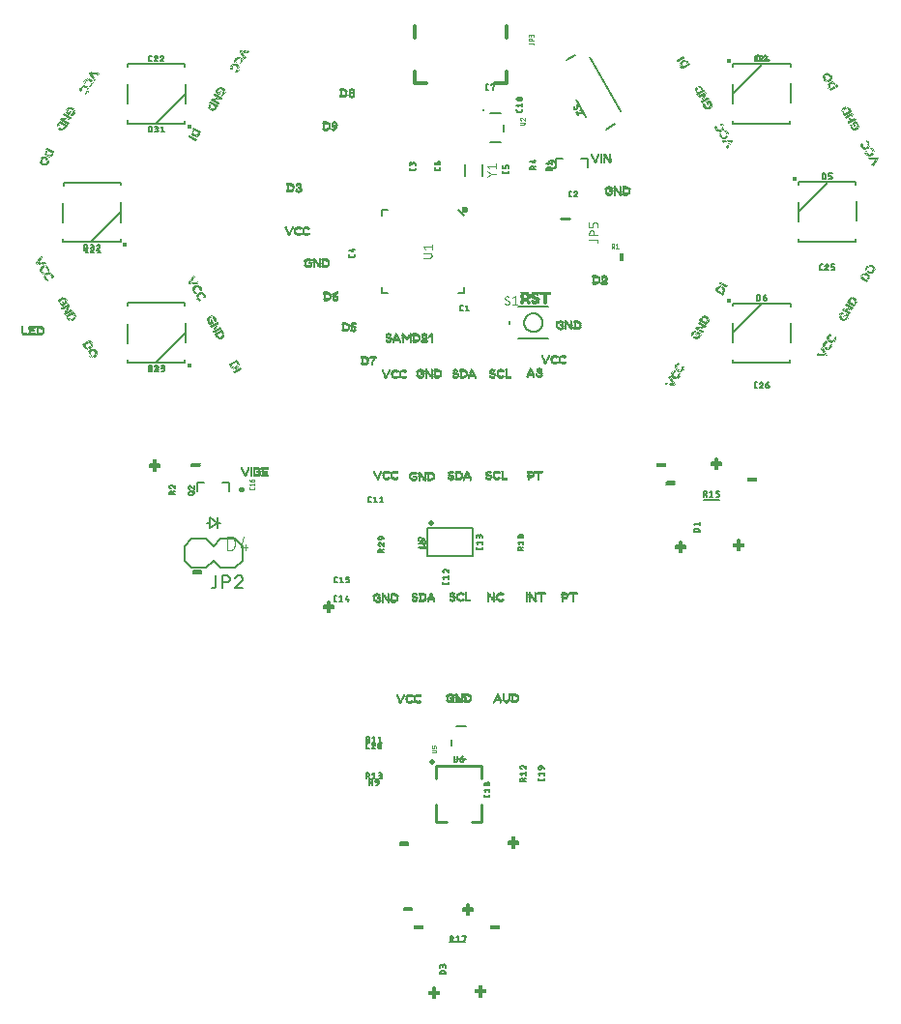
<source format=gbr>
G04 EAGLE Gerber RS-274X export*
G75*
%MOMM*%
%FSLAX34Y34*%
%LPD*%
%INSilkscreen Top*%
%IPPOS*%
%AMOC8*
5,1,8,0,0,1.08239X$1,22.5*%
G01*
%ADD10C,0.127000*%
%ADD11C,0.304800*%
%ADD12C,0.025400*%
%ADD13C,0.254000*%
%ADD14C,0.076200*%
%ADD15R,0.457200X0.762000*%
%ADD16C,0.203200*%
%ADD17C,0.600000*%
%ADD18C,0.254000*%
%ADD19C,0.508000*%
%ADD20C,0.406400*%
%ADD21C,0.406400*%
%ADD22R,0.060000X0.030000*%
%ADD23R,0.210000X0.030000*%
%ADD24R,0.150000X0.040000*%
%ADD25R,0.330000X0.040000*%
%ADD26R,0.420000X0.030000*%
%ADD27R,0.480000X0.030000*%
%ADD28R,0.270000X0.030000*%
%ADD29R,0.510000X0.030000*%
%ADD30R,0.270000X0.040000*%
%ADD31R,0.540000X0.040000*%
%ADD32R,0.330000X0.030000*%
%ADD33R,0.570000X0.030000*%
%ADD34R,0.390000X0.030000*%
%ADD35R,0.180000X0.030000*%
%ADD36R,0.390000X0.040000*%
%ADD37R,0.120000X0.040000*%
%ADD38R,0.240000X0.040000*%
%ADD39R,0.360000X0.030000*%
%ADD40R,0.450000X0.030000*%
%ADD41R,0.240000X0.030000*%
%ADD42R,0.600000X0.030000*%
%ADD43R,0.630000X0.040000*%
%ADD44R,0.210000X0.040000*%
%ADD45R,0.660000X0.030000*%
%ADD46R,0.690000X0.030000*%
%ADD47R,0.720000X0.030000*%
%ADD48R,0.750000X0.040000*%
%ADD49R,0.600000X0.040000*%
%ADD50R,0.540000X0.030000*%
%ADD51R,0.180000X0.040000*%
%ADD52R,0.420000X0.040000*%
%ADD53R,0.120000X0.030000*%
%ADD54R,0.150000X0.030000*%
%ADD55R,0.030000X0.030000*%
%ADD56R,0.450000X0.040000*%
%ADD57R,0.480000X0.040000*%
%ADD58R,0.630000X0.030000*%
%ADD59R,0.300000X0.030000*%
%ADD60R,0.300000X0.040000*%
%ADD61R,0.060000X0.040000*%
%ADD62R,0.090000X0.030000*%
%ADD63R,0.510000X0.040000*%
%ADD64R,0.360000X0.040000*%
%ADD65R,0.570000X0.040000*%
%ADD66R,0.660000X0.040000*%
%ADD67C,0.101600*%
%ADD68R,0.400000X0.040000*%
%ADD69R,0.280000X0.040000*%
%ADD70R,0.920000X0.040000*%
%ADD71R,0.440000X0.040000*%
%ADD72R,1.040000X0.040000*%
%ADD73R,0.680000X0.040000*%
%ADD74R,0.720000X0.040000*%
%ADD75R,1.680000X0.040000*%
%ADD76R,0.760000X0.040000*%
%ADD77R,1.720000X0.040000*%
%ADD78R,0.800000X0.040000*%
%ADD79R,0.960000X0.040000*%
%ADD80R,0.320000X0.040000*%
%ADD81R,0.160000X0.040000*%
%ADD82R,0.520000X0.040000*%
%ADD83R,0.640000X0.040000*%
%ADD84R,0.560000X0.040000*%
%ADD85R,0.200000X0.040000*%
%ADD86R,0.180000X0.060000*%
%ADD87R,0.300000X0.060000*%
%ADD88R,0.420000X0.060000*%
%ADD89R,0.900000X0.060000*%
%ADD90R,1.020000X0.060000*%
%ADD91R,0.720000X0.060000*%
%ADD92R,0.840000X0.060000*%
%ADD93R,0.780000X0.060000*%
%ADD94R,0.780000X0.040000*%
%ADD95R,0.780000X0.030000*%
%ADD96R,0.870000X0.030000*%


D10*
X509679Y743268D02*
X508607Y743268D01*
X508542Y743270D01*
X508478Y743276D01*
X508414Y743286D01*
X508350Y743299D01*
X508288Y743317D01*
X508227Y743338D01*
X508167Y743362D01*
X508109Y743391D01*
X508052Y743423D01*
X507998Y743458D01*
X507946Y743496D01*
X507896Y743538D01*
X507849Y743582D01*
X507805Y743629D01*
X507763Y743679D01*
X507725Y743731D01*
X507690Y743785D01*
X507658Y743842D01*
X507629Y743900D01*
X507605Y743960D01*
X507584Y744021D01*
X507566Y744083D01*
X507553Y744147D01*
X507543Y744211D01*
X507537Y744275D01*
X507535Y744340D01*
X507534Y744340D02*
X507534Y747021D01*
X507535Y747021D02*
X507537Y747086D01*
X507543Y747150D01*
X507553Y747214D01*
X507566Y747278D01*
X507584Y747340D01*
X507605Y747401D01*
X507629Y747461D01*
X507658Y747519D01*
X507690Y747576D01*
X507725Y747630D01*
X507763Y747682D01*
X507805Y747732D01*
X507849Y747779D01*
X507896Y747823D01*
X507946Y747865D01*
X507998Y747903D01*
X508052Y747938D01*
X508109Y747970D01*
X508167Y747999D01*
X508227Y748023D01*
X508288Y748044D01*
X508350Y748062D01*
X508414Y748075D01*
X508478Y748085D01*
X508542Y748091D01*
X508607Y748093D01*
X508607Y748094D02*
X509679Y748094D01*
X512135Y747021D02*
X513475Y748094D01*
X513475Y743268D01*
X512135Y743268D02*
X514816Y743268D01*
X526628Y536438D02*
X526628Y535366D01*
X526626Y535301D01*
X526620Y535237D01*
X526610Y535173D01*
X526597Y535109D01*
X526579Y535047D01*
X526558Y534986D01*
X526534Y534926D01*
X526505Y534868D01*
X526473Y534811D01*
X526438Y534757D01*
X526400Y534705D01*
X526358Y534655D01*
X526314Y534608D01*
X526267Y534564D01*
X526217Y534522D01*
X526165Y534484D01*
X526111Y534449D01*
X526054Y534417D01*
X525996Y534388D01*
X525936Y534364D01*
X525875Y534343D01*
X525813Y534325D01*
X525749Y534312D01*
X525685Y534302D01*
X525621Y534296D01*
X525556Y534294D01*
X525556Y534293D02*
X522875Y534293D01*
X522810Y534295D01*
X522746Y534301D01*
X522682Y534311D01*
X522618Y534324D01*
X522556Y534342D01*
X522495Y534363D01*
X522435Y534388D01*
X522376Y534416D01*
X522320Y534448D01*
X522265Y534483D01*
X522213Y534521D01*
X522163Y534563D01*
X522116Y534607D01*
X522072Y534654D01*
X522030Y534704D01*
X521992Y534756D01*
X521957Y534811D01*
X521925Y534867D01*
X521897Y534926D01*
X521872Y534985D01*
X521851Y535047D01*
X521833Y535109D01*
X521820Y535173D01*
X521810Y535237D01*
X521804Y535301D01*
X521802Y535366D01*
X521802Y536438D01*
X522875Y538894D02*
X521802Y540235D01*
X526628Y540235D01*
X526628Y541575D02*
X526628Y538894D01*
X526628Y544381D02*
X526628Y545721D01*
X526629Y545721D02*
X526627Y545792D01*
X526621Y545864D01*
X526612Y545934D01*
X526599Y546004D01*
X526582Y546074D01*
X526561Y546142D01*
X526537Y546209D01*
X526509Y546275D01*
X526478Y546339D01*
X526443Y546402D01*
X526405Y546462D01*
X526364Y546521D01*
X526320Y546577D01*
X526273Y546631D01*
X526224Y546682D01*
X526171Y546730D01*
X526116Y546776D01*
X526059Y546818D01*
X525999Y546858D01*
X525938Y546894D01*
X525874Y546927D01*
X525809Y546956D01*
X525743Y546982D01*
X525675Y547005D01*
X525606Y547024D01*
X525536Y547039D01*
X525466Y547050D01*
X525395Y547058D01*
X525324Y547062D01*
X525252Y547062D01*
X525181Y547058D01*
X525110Y547050D01*
X525040Y547039D01*
X524970Y547024D01*
X524901Y547005D01*
X524833Y546982D01*
X524767Y546956D01*
X524702Y546927D01*
X524638Y546894D01*
X524577Y546858D01*
X524517Y546818D01*
X524460Y546776D01*
X524405Y546730D01*
X524352Y546682D01*
X524303Y546631D01*
X524256Y546577D01*
X524212Y546521D01*
X524171Y546462D01*
X524133Y546402D01*
X524098Y546339D01*
X524067Y546275D01*
X524039Y546209D01*
X524015Y546142D01*
X523994Y546074D01*
X523977Y546004D01*
X523964Y545934D01*
X523955Y545864D01*
X523949Y545792D01*
X523947Y545721D01*
X521802Y545989D02*
X521802Y544381D01*
X521803Y545989D02*
X521805Y546054D01*
X521811Y546118D01*
X521821Y546182D01*
X521834Y546246D01*
X521852Y546308D01*
X521873Y546369D01*
X521897Y546429D01*
X521926Y546487D01*
X521958Y546544D01*
X521993Y546598D01*
X522031Y546650D01*
X522073Y546700D01*
X522117Y546747D01*
X522164Y546791D01*
X522214Y546833D01*
X522266Y546871D01*
X522320Y546906D01*
X522377Y546938D01*
X522435Y546967D01*
X522495Y546991D01*
X522556Y547012D01*
X522618Y547030D01*
X522682Y547043D01*
X522746Y547053D01*
X522810Y547059D01*
X522875Y547061D01*
X522940Y547059D01*
X523004Y547053D01*
X523068Y547043D01*
X523132Y547030D01*
X523194Y547012D01*
X523255Y546991D01*
X523315Y546967D01*
X523373Y546938D01*
X523430Y546906D01*
X523484Y546871D01*
X523536Y546833D01*
X523586Y546791D01*
X523633Y546747D01*
X523677Y546700D01*
X523719Y546650D01*
X523757Y546598D01*
X523792Y546544D01*
X523824Y546487D01*
X523853Y546429D01*
X523877Y546369D01*
X523898Y546308D01*
X523916Y546246D01*
X523929Y546182D01*
X523939Y546118D01*
X523945Y546054D01*
X523947Y545989D01*
X523947Y544917D01*
X603857Y843280D02*
X604929Y843280D01*
X603857Y843280D02*
X603792Y843282D01*
X603728Y843288D01*
X603664Y843298D01*
X603600Y843311D01*
X603538Y843329D01*
X603477Y843350D01*
X603417Y843374D01*
X603359Y843403D01*
X603302Y843435D01*
X603248Y843470D01*
X603196Y843508D01*
X603146Y843550D01*
X603099Y843594D01*
X603055Y843641D01*
X603013Y843691D01*
X602975Y843743D01*
X602940Y843797D01*
X602908Y843854D01*
X602879Y843912D01*
X602855Y843972D01*
X602834Y844033D01*
X602816Y844095D01*
X602803Y844159D01*
X602793Y844223D01*
X602787Y844287D01*
X602785Y844352D01*
X602784Y844352D02*
X602784Y847034D01*
X602785Y847034D02*
X602787Y847099D01*
X602793Y847163D01*
X602803Y847227D01*
X602816Y847291D01*
X602834Y847353D01*
X602855Y847414D01*
X602879Y847474D01*
X602908Y847532D01*
X602940Y847589D01*
X602975Y847643D01*
X603013Y847695D01*
X603055Y847745D01*
X603099Y847792D01*
X603146Y847836D01*
X603196Y847878D01*
X603248Y847916D01*
X603302Y847951D01*
X603359Y847983D01*
X603417Y848012D01*
X603477Y848036D01*
X603538Y848057D01*
X603600Y848075D01*
X603664Y848088D01*
X603728Y848098D01*
X603792Y848104D01*
X603857Y848106D01*
X604929Y848106D01*
X608859Y848106D02*
X608927Y848104D01*
X608994Y848098D01*
X609061Y848089D01*
X609128Y848076D01*
X609193Y848059D01*
X609258Y848038D01*
X609321Y848014D01*
X609383Y847986D01*
X609443Y847955D01*
X609501Y847921D01*
X609557Y847883D01*
X609612Y847843D01*
X609663Y847799D01*
X609712Y847752D01*
X609759Y847703D01*
X609803Y847652D01*
X609843Y847597D01*
X609881Y847541D01*
X609915Y847483D01*
X609946Y847423D01*
X609974Y847361D01*
X609998Y847298D01*
X610019Y847233D01*
X610036Y847168D01*
X610049Y847101D01*
X610058Y847034D01*
X610064Y846967D01*
X610066Y846899D01*
X608859Y848106D02*
X608781Y848104D01*
X608703Y848098D01*
X608626Y848088D01*
X608549Y848075D01*
X608473Y848057D01*
X608398Y848036D01*
X608324Y848011D01*
X608252Y847982D01*
X608181Y847950D01*
X608112Y847914D01*
X608044Y847875D01*
X607979Y847832D01*
X607916Y847786D01*
X607855Y847737D01*
X607797Y847685D01*
X607742Y847630D01*
X607689Y847573D01*
X607640Y847513D01*
X607593Y847450D01*
X607550Y847386D01*
X607510Y847319D01*
X607473Y847250D01*
X607440Y847179D01*
X607410Y847107D01*
X607384Y847034D01*
X609664Y845961D02*
X609713Y846010D01*
X609760Y846062D01*
X609803Y846117D01*
X609844Y846174D01*
X609882Y846233D01*
X609916Y846294D01*
X609947Y846357D01*
X609975Y846421D01*
X609999Y846487D01*
X610019Y846553D01*
X610036Y846621D01*
X610049Y846690D01*
X610058Y846759D01*
X610064Y846829D01*
X610066Y846899D01*
X609664Y845961D02*
X607385Y843280D01*
X610066Y843280D01*
X467995Y867382D02*
X467995Y868454D01*
X467995Y867382D02*
X467993Y867317D01*
X467987Y867253D01*
X467977Y867189D01*
X467964Y867125D01*
X467946Y867063D01*
X467925Y867002D01*
X467901Y866942D01*
X467872Y866884D01*
X467840Y866827D01*
X467805Y866773D01*
X467767Y866721D01*
X467725Y866671D01*
X467681Y866624D01*
X467634Y866580D01*
X467584Y866538D01*
X467532Y866500D01*
X467478Y866465D01*
X467421Y866433D01*
X467363Y866404D01*
X467303Y866380D01*
X467242Y866359D01*
X467180Y866341D01*
X467116Y866328D01*
X467052Y866318D01*
X466988Y866312D01*
X466923Y866310D01*
X466923Y866309D02*
X464241Y866309D01*
X464176Y866311D01*
X464112Y866317D01*
X464048Y866327D01*
X463984Y866340D01*
X463922Y866358D01*
X463861Y866379D01*
X463801Y866404D01*
X463742Y866432D01*
X463686Y866464D01*
X463631Y866499D01*
X463579Y866537D01*
X463529Y866579D01*
X463482Y866623D01*
X463438Y866670D01*
X463396Y866720D01*
X463358Y866772D01*
X463323Y866827D01*
X463291Y866883D01*
X463263Y866942D01*
X463238Y867001D01*
X463217Y867063D01*
X463199Y867125D01*
X463186Y867189D01*
X463176Y867253D01*
X463170Y867317D01*
X463168Y867382D01*
X463169Y867382D02*
X463169Y868454D01*
X467995Y870910D02*
X467995Y872250D01*
X467993Y872321D01*
X467987Y872393D01*
X467978Y872463D01*
X467965Y872533D01*
X467948Y872603D01*
X467927Y872671D01*
X467903Y872738D01*
X467875Y872804D01*
X467844Y872868D01*
X467809Y872931D01*
X467771Y872991D01*
X467730Y873050D01*
X467686Y873106D01*
X467639Y873160D01*
X467590Y873211D01*
X467537Y873259D01*
X467482Y873305D01*
X467425Y873347D01*
X467365Y873387D01*
X467304Y873423D01*
X467240Y873456D01*
X467175Y873485D01*
X467109Y873511D01*
X467041Y873534D01*
X466972Y873553D01*
X466902Y873568D01*
X466832Y873579D01*
X466761Y873587D01*
X466690Y873591D01*
X466618Y873591D01*
X466547Y873587D01*
X466476Y873579D01*
X466406Y873568D01*
X466336Y873553D01*
X466267Y873534D01*
X466199Y873511D01*
X466133Y873485D01*
X466068Y873456D01*
X466004Y873423D01*
X465943Y873387D01*
X465883Y873347D01*
X465826Y873305D01*
X465771Y873259D01*
X465718Y873211D01*
X465669Y873160D01*
X465622Y873106D01*
X465578Y873050D01*
X465537Y872991D01*
X465499Y872931D01*
X465464Y872868D01*
X465433Y872804D01*
X465405Y872738D01*
X465381Y872671D01*
X465360Y872603D01*
X465343Y872533D01*
X465330Y872463D01*
X465321Y872393D01*
X465315Y872321D01*
X465313Y872250D01*
X463169Y872518D02*
X463169Y870910D01*
X463169Y872518D02*
X463171Y872583D01*
X463177Y872647D01*
X463187Y872711D01*
X463200Y872775D01*
X463218Y872837D01*
X463239Y872898D01*
X463263Y872958D01*
X463292Y873016D01*
X463324Y873073D01*
X463359Y873127D01*
X463397Y873179D01*
X463439Y873229D01*
X463483Y873276D01*
X463530Y873320D01*
X463580Y873362D01*
X463632Y873400D01*
X463686Y873435D01*
X463743Y873467D01*
X463801Y873496D01*
X463861Y873520D01*
X463922Y873541D01*
X463984Y873559D01*
X464048Y873572D01*
X464112Y873582D01*
X464176Y873588D01*
X464241Y873590D01*
X464306Y873588D01*
X464370Y873582D01*
X464434Y873572D01*
X464498Y873559D01*
X464560Y873541D01*
X464621Y873520D01*
X464681Y873496D01*
X464739Y873467D01*
X464796Y873435D01*
X464850Y873400D01*
X464902Y873362D01*
X464952Y873320D01*
X464999Y873276D01*
X465043Y873229D01*
X465085Y873179D01*
X465123Y873127D01*
X465158Y873073D01*
X465190Y873016D01*
X465219Y872958D01*
X465243Y872898D01*
X465264Y872837D01*
X465282Y872775D01*
X465295Y872711D01*
X465305Y872647D01*
X465311Y872583D01*
X465313Y872518D01*
X465314Y872518D02*
X465314Y871446D01*
X414719Y792551D02*
X414719Y791479D01*
X414718Y791479D02*
X414716Y791414D01*
X414710Y791350D01*
X414700Y791286D01*
X414687Y791222D01*
X414669Y791160D01*
X414648Y791099D01*
X414624Y791039D01*
X414595Y790981D01*
X414563Y790924D01*
X414528Y790870D01*
X414490Y790818D01*
X414448Y790768D01*
X414404Y790721D01*
X414357Y790677D01*
X414307Y790635D01*
X414255Y790597D01*
X414201Y790562D01*
X414144Y790530D01*
X414086Y790501D01*
X414026Y790477D01*
X413965Y790456D01*
X413903Y790438D01*
X413839Y790425D01*
X413775Y790415D01*
X413711Y790409D01*
X413646Y790407D01*
X413646Y790406D02*
X410965Y790406D01*
X410900Y790408D01*
X410836Y790414D01*
X410772Y790424D01*
X410708Y790437D01*
X410646Y790455D01*
X410585Y790476D01*
X410525Y790501D01*
X410466Y790529D01*
X410410Y790561D01*
X410355Y790596D01*
X410303Y790634D01*
X410253Y790676D01*
X410206Y790720D01*
X410162Y790767D01*
X410120Y790817D01*
X410082Y790869D01*
X410047Y790924D01*
X410015Y790980D01*
X409987Y791039D01*
X409962Y791098D01*
X409941Y791160D01*
X409923Y791222D01*
X409910Y791286D01*
X409900Y791350D01*
X409894Y791414D01*
X409892Y791479D01*
X409893Y791479D02*
X409893Y792551D01*
X409893Y796079D02*
X413646Y795007D01*
X413646Y797688D01*
X412574Y796884D02*
X414719Y796884D01*
X549593Y864524D02*
X549593Y865596D01*
X549592Y864524D02*
X549590Y864459D01*
X549584Y864395D01*
X549574Y864331D01*
X549561Y864267D01*
X549543Y864205D01*
X549522Y864144D01*
X549498Y864084D01*
X549469Y864026D01*
X549437Y863969D01*
X549402Y863915D01*
X549364Y863863D01*
X549322Y863813D01*
X549278Y863766D01*
X549231Y863722D01*
X549181Y863680D01*
X549129Y863642D01*
X549075Y863607D01*
X549018Y863575D01*
X548960Y863546D01*
X548900Y863522D01*
X548839Y863501D01*
X548777Y863483D01*
X548713Y863470D01*
X548649Y863460D01*
X548585Y863454D01*
X548520Y863452D01*
X545839Y863452D01*
X545839Y863451D02*
X545774Y863453D01*
X545710Y863459D01*
X545646Y863469D01*
X545582Y863482D01*
X545520Y863500D01*
X545459Y863521D01*
X545399Y863546D01*
X545340Y863574D01*
X545284Y863606D01*
X545229Y863641D01*
X545177Y863679D01*
X545127Y863721D01*
X545080Y863765D01*
X545036Y863812D01*
X544994Y863862D01*
X544956Y863914D01*
X544921Y863969D01*
X544889Y864025D01*
X544861Y864084D01*
X544836Y864143D01*
X544815Y864205D01*
X544797Y864267D01*
X544784Y864331D01*
X544774Y864395D01*
X544768Y864459D01*
X544766Y864524D01*
X544767Y864524D02*
X544767Y865596D01*
X549593Y868052D02*
X549593Y869661D01*
X549592Y869661D02*
X549590Y869726D01*
X549584Y869790D01*
X549574Y869854D01*
X549561Y869918D01*
X549543Y869980D01*
X549522Y870041D01*
X549498Y870101D01*
X549469Y870159D01*
X549437Y870216D01*
X549402Y870270D01*
X549364Y870322D01*
X549322Y870372D01*
X549278Y870419D01*
X549231Y870463D01*
X549181Y870505D01*
X549129Y870543D01*
X549075Y870578D01*
X549018Y870610D01*
X548960Y870639D01*
X548900Y870663D01*
X548839Y870684D01*
X548777Y870702D01*
X548713Y870715D01*
X548649Y870725D01*
X548585Y870731D01*
X548520Y870733D01*
X547984Y870733D01*
X547919Y870731D01*
X547855Y870725D01*
X547791Y870715D01*
X547727Y870702D01*
X547665Y870684D01*
X547604Y870663D01*
X547544Y870639D01*
X547486Y870610D01*
X547429Y870578D01*
X547375Y870543D01*
X547323Y870505D01*
X547273Y870463D01*
X547226Y870419D01*
X547182Y870372D01*
X547140Y870322D01*
X547102Y870270D01*
X547067Y870216D01*
X547035Y870159D01*
X547006Y870101D01*
X546982Y870041D01*
X546961Y869980D01*
X546943Y869918D01*
X546930Y869854D01*
X546920Y869790D01*
X546914Y869726D01*
X546912Y869661D01*
X546911Y869661D02*
X546911Y868052D01*
X544767Y868052D01*
X544767Y870733D01*
X489839Y868772D02*
X489839Y867699D01*
X489837Y867634D01*
X489831Y867570D01*
X489821Y867506D01*
X489808Y867442D01*
X489790Y867380D01*
X489769Y867319D01*
X489745Y867259D01*
X489716Y867201D01*
X489684Y867144D01*
X489649Y867090D01*
X489611Y867038D01*
X489569Y866988D01*
X489525Y866941D01*
X489478Y866897D01*
X489428Y866855D01*
X489376Y866817D01*
X489322Y866782D01*
X489265Y866750D01*
X489207Y866721D01*
X489147Y866697D01*
X489086Y866676D01*
X489024Y866658D01*
X488960Y866645D01*
X488896Y866635D01*
X488832Y866629D01*
X488767Y866627D01*
X486085Y866627D01*
X486085Y866626D02*
X486020Y866628D01*
X485956Y866634D01*
X485892Y866644D01*
X485828Y866657D01*
X485766Y866675D01*
X485705Y866696D01*
X485645Y866721D01*
X485586Y866749D01*
X485530Y866781D01*
X485475Y866816D01*
X485423Y866854D01*
X485373Y866896D01*
X485326Y866940D01*
X485282Y866987D01*
X485240Y867037D01*
X485202Y867089D01*
X485167Y867144D01*
X485135Y867200D01*
X485107Y867259D01*
X485082Y867318D01*
X485061Y867380D01*
X485043Y867442D01*
X485030Y867506D01*
X485020Y867570D01*
X485014Y867634D01*
X485012Y867699D01*
X485013Y867699D02*
X485013Y868772D01*
X487158Y871227D02*
X487158Y872836D01*
X487160Y872901D01*
X487166Y872965D01*
X487176Y873029D01*
X487189Y873093D01*
X487207Y873155D01*
X487228Y873216D01*
X487252Y873276D01*
X487281Y873334D01*
X487313Y873391D01*
X487348Y873445D01*
X487386Y873497D01*
X487428Y873547D01*
X487472Y873594D01*
X487519Y873638D01*
X487569Y873680D01*
X487621Y873718D01*
X487675Y873753D01*
X487732Y873785D01*
X487790Y873814D01*
X487850Y873838D01*
X487911Y873859D01*
X487973Y873877D01*
X488037Y873890D01*
X488101Y873900D01*
X488165Y873906D01*
X488230Y873908D01*
X488498Y873908D01*
X488498Y873909D02*
X488569Y873907D01*
X488641Y873901D01*
X488711Y873892D01*
X488781Y873879D01*
X488851Y873862D01*
X488919Y873841D01*
X488986Y873817D01*
X489052Y873789D01*
X489116Y873758D01*
X489179Y873723D01*
X489239Y873685D01*
X489298Y873644D01*
X489354Y873600D01*
X489408Y873553D01*
X489459Y873504D01*
X489507Y873451D01*
X489553Y873396D01*
X489595Y873339D01*
X489635Y873279D01*
X489671Y873218D01*
X489704Y873154D01*
X489733Y873089D01*
X489759Y873023D01*
X489782Y872955D01*
X489801Y872886D01*
X489816Y872816D01*
X489827Y872746D01*
X489835Y872675D01*
X489839Y872604D01*
X489839Y872532D01*
X489835Y872461D01*
X489827Y872390D01*
X489816Y872320D01*
X489801Y872250D01*
X489782Y872181D01*
X489759Y872113D01*
X489733Y872047D01*
X489704Y871982D01*
X489671Y871918D01*
X489635Y871857D01*
X489595Y871797D01*
X489553Y871740D01*
X489507Y871685D01*
X489459Y871632D01*
X489408Y871583D01*
X489354Y871536D01*
X489298Y871492D01*
X489239Y871451D01*
X489179Y871413D01*
X489116Y871378D01*
X489052Y871347D01*
X488986Y871319D01*
X488919Y871295D01*
X488851Y871274D01*
X488781Y871257D01*
X488711Y871244D01*
X488641Y871235D01*
X488569Y871229D01*
X488498Y871227D01*
X487158Y871227D01*
X487067Y871229D01*
X486976Y871235D01*
X486886Y871244D01*
X486795Y871258D01*
X486706Y871275D01*
X486618Y871296D01*
X486530Y871321D01*
X486443Y871350D01*
X486358Y871382D01*
X486274Y871417D01*
X486192Y871457D01*
X486112Y871499D01*
X486033Y871545D01*
X485957Y871595D01*
X485883Y871647D01*
X485810Y871703D01*
X485741Y871762D01*
X485674Y871823D01*
X485609Y871888D01*
X485548Y871955D01*
X485489Y872024D01*
X485433Y872096D01*
X485381Y872171D01*
X485331Y872247D01*
X485285Y872326D01*
X485243Y872406D01*
X485203Y872488D01*
X485168Y872572D01*
X485136Y872657D01*
X485107Y872744D01*
X485082Y872831D01*
X485061Y872920D01*
X485044Y873009D01*
X485030Y873099D01*
X485021Y873190D01*
X485015Y873281D01*
X485013Y873372D01*
X530832Y936943D02*
X531904Y936943D01*
X530832Y936943D02*
X530767Y936945D01*
X530703Y936951D01*
X530639Y936961D01*
X530575Y936974D01*
X530513Y936992D01*
X530452Y937013D01*
X530392Y937037D01*
X530334Y937066D01*
X530277Y937098D01*
X530223Y937133D01*
X530171Y937171D01*
X530121Y937213D01*
X530074Y937257D01*
X530030Y937304D01*
X529988Y937354D01*
X529950Y937406D01*
X529915Y937460D01*
X529883Y937517D01*
X529854Y937575D01*
X529830Y937635D01*
X529809Y937696D01*
X529791Y937758D01*
X529778Y937822D01*
X529768Y937886D01*
X529762Y937950D01*
X529760Y938015D01*
X529759Y938015D02*
X529759Y940696D01*
X529760Y940696D02*
X529762Y940761D01*
X529768Y940825D01*
X529778Y940889D01*
X529791Y940953D01*
X529809Y941015D01*
X529830Y941076D01*
X529854Y941136D01*
X529883Y941194D01*
X529915Y941251D01*
X529950Y941305D01*
X529988Y941357D01*
X530030Y941407D01*
X530074Y941454D01*
X530121Y941498D01*
X530171Y941540D01*
X530223Y941578D01*
X530277Y941613D01*
X530334Y941645D01*
X530392Y941674D01*
X530452Y941698D01*
X530513Y941719D01*
X530575Y941737D01*
X530639Y941750D01*
X530703Y941760D01*
X530767Y941766D01*
X530832Y941768D01*
X530832Y941769D02*
X531904Y941769D01*
X534360Y941769D02*
X534360Y941232D01*
X534360Y941769D02*
X537041Y941769D01*
X535700Y936943D01*
D11*
X547731Y942670D02*
X547731Y952490D01*
X547802Y952490D01*
X547802Y942490D02*
X537802Y942490D01*
X467802Y942490D02*
X467802Y952490D01*
X467802Y942490D02*
X477802Y942490D01*
X547802Y982490D02*
X547802Y992490D01*
X467802Y992490D02*
X467802Y982490D01*
D12*
X567619Y977639D02*
X570582Y977639D01*
X570637Y977637D01*
X570693Y977632D01*
X570747Y977623D01*
X570801Y977610D01*
X570854Y977594D01*
X570906Y977575D01*
X570957Y977552D01*
X571006Y977526D01*
X571053Y977496D01*
X571098Y977464D01*
X571140Y977429D01*
X571181Y977391D01*
X571219Y977350D01*
X571254Y977308D01*
X571286Y977263D01*
X571316Y977215D01*
X571342Y977167D01*
X571365Y977116D01*
X571384Y977064D01*
X571400Y977011D01*
X571413Y976957D01*
X571422Y976903D01*
X571427Y976847D01*
X571429Y976792D01*
X571429Y976369D01*
X571429Y979459D02*
X567619Y979459D01*
X567619Y980517D01*
X567621Y980581D01*
X567627Y980645D01*
X567636Y980708D01*
X567650Y980770D01*
X567667Y980832D01*
X567688Y980892D01*
X567712Y980951D01*
X567740Y981009D01*
X567772Y981064D01*
X567806Y981118D01*
X567844Y981169D01*
X567885Y981219D01*
X567929Y981265D01*
X567975Y981309D01*
X568025Y981350D01*
X568076Y981388D01*
X568130Y981422D01*
X568185Y981454D01*
X568243Y981482D01*
X568302Y981506D01*
X568362Y981527D01*
X568424Y981544D01*
X568486Y981558D01*
X568549Y981567D01*
X568613Y981573D01*
X568677Y981575D01*
X568741Y981573D01*
X568805Y981567D01*
X568868Y981558D01*
X568930Y981544D01*
X568992Y981527D01*
X569052Y981506D01*
X569111Y981482D01*
X569169Y981454D01*
X569224Y981422D01*
X569278Y981388D01*
X569329Y981350D01*
X569379Y981309D01*
X569425Y981265D01*
X569469Y981219D01*
X569510Y981169D01*
X569548Y981118D01*
X569582Y981064D01*
X569614Y981009D01*
X569642Y980951D01*
X569666Y980892D01*
X569687Y980832D01*
X569704Y980770D01*
X569718Y980708D01*
X569727Y980645D01*
X569733Y980581D01*
X569735Y980517D01*
X569736Y980517D02*
X569736Y979459D01*
X571429Y982946D02*
X571429Y984004D01*
X571427Y984068D01*
X571421Y984132D01*
X571412Y984195D01*
X571398Y984257D01*
X571381Y984319D01*
X571360Y984379D01*
X571336Y984438D01*
X571308Y984496D01*
X571276Y984551D01*
X571242Y984605D01*
X571204Y984656D01*
X571163Y984706D01*
X571119Y984752D01*
X571073Y984796D01*
X571023Y984837D01*
X570972Y984875D01*
X570918Y984909D01*
X570863Y984941D01*
X570805Y984969D01*
X570746Y984993D01*
X570686Y985014D01*
X570624Y985031D01*
X570562Y985045D01*
X570499Y985054D01*
X570435Y985060D01*
X570371Y985062D01*
X570307Y985060D01*
X570243Y985054D01*
X570180Y985045D01*
X570118Y985031D01*
X570056Y985014D01*
X569996Y984993D01*
X569937Y984969D01*
X569879Y984941D01*
X569824Y984909D01*
X569770Y984875D01*
X569719Y984837D01*
X569669Y984796D01*
X569623Y984752D01*
X569579Y984706D01*
X569538Y984656D01*
X569500Y984605D01*
X569466Y984551D01*
X569434Y984496D01*
X569406Y984438D01*
X569382Y984379D01*
X569361Y984319D01*
X569344Y984257D01*
X569330Y984195D01*
X569321Y984132D01*
X569315Y984068D01*
X569313Y984004D01*
X567619Y984216D02*
X567619Y982946D01*
X567619Y984216D02*
X567621Y984273D01*
X567627Y984329D01*
X567636Y984385D01*
X567649Y984440D01*
X567666Y984494D01*
X567686Y984547D01*
X567710Y984598D01*
X567737Y984648D01*
X567768Y984695D01*
X567801Y984741D01*
X567838Y984784D01*
X567877Y984825D01*
X567919Y984863D01*
X567964Y984898D01*
X568010Y984930D01*
X568059Y984959D01*
X568109Y984984D01*
X568162Y985006D01*
X568215Y985025D01*
X568270Y985040D01*
X568325Y985051D01*
X568381Y985059D01*
X568438Y985063D01*
X568494Y985063D01*
X568551Y985059D01*
X568607Y985051D01*
X568662Y985040D01*
X568717Y985025D01*
X568770Y985006D01*
X568823Y984984D01*
X568873Y984959D01*
X568922Y984930D01*
X568968Y984898D01*
X569013Y984863D01*
X569055Y984825D01*
X569094Y984784D01*
X569131Y984741D01*
X569164Y984695D01*
X569195Y984648D01*
X569222Y984598D01*
X569246Y984547D01*
X569266Y984494D01*
X569283Y984440D01*
X569296Y984385D01*
X569305Y984329D01*
X569311Y984273D01*
X569313Y984216D01*
X569312Y984216D02*
X569312Y983369D01*
D13*
X595771Y824478D02*
X603391Y824478D01*
D14*
X620332Y805705D02*
X626061Y805705D01*
X626139Y805703D01*
X626217Y805698D01*
X626294Y805688D01*
X626371Y805675D01*
X626447Y805659D01*
X626522Y805639D01*
X626596Y805615D01*
X626669Y805588D01*
X626741Y805557D01*
X626811Y805523D01*
X626880Y805486D01*
X626946Y805445D01*
X627011Y805401D01*
X627073Y805355D01*
X627133Y805305D01*
X627191Y805253D01*
X627246Y805198D01*
X627298Y805140D01*
X627348Y805080D01*
X627394Y805018D01*
X627438Y804953D01*
X627479Y804887D01*
X627516Y804818D01*
X627550Y804748D01*
X627581Y804676D01*
X627608Y804603D01*
X627632Y804529D01*
X627652Y804454D01*
X627668Y804378D01*
X627681Y804301D01*
X627691Y804224D01*
X627696Y804146D01*
X627698Y804068D01*
X627698Y803250D01*
X627698Y809501D02*
X620332Y809501D01*
X620332Y811547D01*
X620334Y811636D01*
X620340Y811725D01*
X620350Y811814D01*
X620363Y811902D01*
X620380Y811990D01*
X620402Y812077D01*
X620427Y812162D01*
X620455Y812247D01*
X620488Y812330D01*
X620524Y812412D01*
X620563Y812492D01*
X620606Y812570D01*
X620652Y812646D01*
X620702Y812721D01*
X620755Y812793D01*
X620811Y812862D01*
X620870Y812929D01*
X620931Y812994D01*
X620996Y813055D01*
X621063Y813114D01*
X621132Y813170D01*
X621204Y813223D01*
X621279Y813273D01*
X621355Y813319D01*
X621433Y813362D01*
X621513Y813401D01*
X621595Y813437D01*
X621678Y813470D01*
X621763Y813498D01*
X621848Y813523D01*
X621935Y813545D01*
X622023Y813562D01*
X622111Y813575D01*
X622200Y813585D01*
X622289Y813591D01*
X622378Y813593D01*
X622467Y813591D01*
X622556Y813585D01*
X622645Y813575D01*
X622733Y813562D01*
X622821Y813545D01*
X622908Y813523D01*
X622993Y813498D01*
X623078Y813470D01*
X623161Y813437D01*
X623243Y813401D01*
X623323Y813362D01*
X623401Y813319D01*
X623477Y813273D01*
X623552Y813223D01*
X623624Y813170D01*
X623693Y813114D01*
X623760Y813055D01*
X623825Y812994D01*
X623886Y812929D01*
X623945Y812862D01*
X624001Y812793D01*
X624054Y812721D01*
X624104Y812646D01*
X624150Y812570D01*
X624193Y812492D01*
X624232Y812412D01*
X624268Y812330D01*
X624301Y812247D01*
X624329Y812162D01*
X624354Y812077D01*
X624376Y811990D01*
X624393Y811902D01*
X624406Y811814D01*
X624416Y811725D01*
X624422Y811636D01*
X624424Y811547D01*
X624424Y809501D01*
X627698Y816455D02*
X627698Y818910D01*
X627696Y818988D01*
X627691Y819066D01*
X627681Y819143D01*
X627668Y819220D01*
X627652Y819296D01*
X627632Y819371D01*
X627608Y819445D01*
X627581Y819518D01*
X627550Y819590D01*
X627516Y819660D01*
X627479Y819729D01*
X627438Y819795D01*
X627394Y819860D01*
X627348Y819922D01*
X627298Y819982D01*
X627246Y820040D01*
X627191Y820095D01*
X627133Y820147D01*
X627073Y820197D01*
X627011Y820243D01*
X626946Y820287D01*
X626880Y820328D01*
X626811Y820365D01*
X626741Y820399D01*
X626669Y820430D01*
X626596Y820457D01*
X626522Y820481D01*
X626447Y820501D01*
X626371Y820517D01*
X626294Y820530D01*
X626217Y820540D01*
X626139Y820545D01*
X626061Y820547D01*
X625242Y820547D01*
X625162Y820545D01*
X625082Y820539D01*
X625002Y820529D01*
X624923Y820516D01*
X624844Y820498D01*
X624767Y820477D01*
X624691Y820451D01*
X624616Y820422D01*
X624542Y820390D01*
X624470Y820354D01*
X624400Y820314D01*
X624333Y820271D01*
X624267Y820225D01*
X624204Y820175D01*
X624143Y820123D01*
X624084Y820068D01*
X624029Y820009D01*
X623977Y819949D01*
X623927Y819885D01*
X623881Y819819D01*
X623838Y819752D01*
X623798Y819682D01*
X623762Y819610D01*
X623730Y819536D01*
X623701Y819462D01*
X623675Y819385D01*
X623654Y819308D01*
X623636Y819229D01*
X623623Y819150D01*
X623613Y819070D01*
X623607Y818990D01*
X623605Y818910D01*
X623605Y816455D01*
X620332Y816455D01*
X620332Y820547D01*
D15*
X648907Y790385D03*
D12*
X640144Y798132D02*
X640144Y801942D01*
X641202Y801942D01*
X641202Y801941D02*
X641266Y801939D01*
X641330Y801933D01*
X641393Y801924D01*
X641455Y801910D01*
X641517Y801893D01*
X641577Y801872D01*
X641636Y801848D01*
X641694Y801820D01*
X641749Y801788D01*
X641803Y801754D01*
X641854Y801716D01*
X641904Y801675D01*
X641950Y801631D01*
X641994Y801585D01*
X642035Y801535D01*
X642073Y801484D01*
X642107Y801430D01*
X642139Y801375D01*
X642167Y801317D01*
X642191Y801258D01*
X642212Y801198D01*
X642229Y801136D01*
X642243Y801074D01*
X642252Y801011D01*
X642258Y800947D01*
X642260Y800883D01*
X642258Y800819D01*
X642252Y800755D01*
X642243Y800692D01*
X642229Y800630D01*
X642212Y800568D01*
X642191Y800508D01*
X642167Y800449D01*
X642139Y800391D01*
X642107Y800336D01*
X642073Y800282D01*
X642035Y800231D01*
X641994Y800181D01*
X641950Y800135D01*
X641904Y800091D01*
X641854Y800050D01*
X641803Y800012D01*
X641749Y799978D01*
X641694Y799946D01*
X641636Y799918D01*
X641577Y799894D01*
X641517Y799873D01*
X641455Y799856D01*
X641393Y799842D01*
X641330Y799833D01*
X641266Y799827D01*
X641202Y799825D01*
X640144Y799825D01*
X641414Y799825D02*
X642260Y798132D01*
X643780Y801095D02*
X644838Y801942D01*
X644838Y798132D01*
X643780Y798132D02*
X645897Y798132D01*
D10*
X562710Y533538D02*
X557884Y533538D01*
X557884Y534879D01*
X557883Y534879D02*
X557885Y534950D01*
X557891Y535022D01*
X557900Y535092D01*
X557913Y535162D01*
X557930Y535232D01*
X557951Y535300D01*
X557975Y535367D01*
X558003Y535433D01*
X558034Y535497D01*
X558069Y535560D01*
X558107Y535620D01*
X558148Y535679D01*
X558192Y535735D01*
X558239Y535789D01*
X558288Y535840D01*
X558341Y535888D01*
X558396Y535934D01*
X558453Y535976D01*
X558513Y536016D01*
X558574Y536052D01*
X558638Y536085D01*
X558703Y536114D01*
X558769Y536140D01*
X558837Y536163D01*
X558906Y536182D01*
X558976Y536197D01*
X559046Y536208D01*
X559117Y536216D01*
X559188Y536220D01*
X559260Y536220D01*
X559331Y536216D01*
X559402Y536208D01*
X559472Y536197D01*
X559542Y536182D01*
X559611Y536163D01*
X559679Y536140D01*
X559745Y536114D01*
X559810Y536085D01*
X559874Y536052D01*
X559935Y536016D01*
X559995Y535976D01*
X560052Y535934D01*
X560107Y535888D01*
X560160Y535840D01*
X560209Y535789D01*
X560256Y535735D01*
X560300Y535679D01*
X560341Y535620D01*
X560379Y535560D01*
X560414Y535497D01*
X560445Y535433D01*
X560473Y535367D01*
X560497Y535300D01*
X560518Y535232D01*
X560535Y535162D01*
X560548Y535092D01*
X560557Y535022D01*
X560563Y534950D01*
X560565Y534879D01*
X560565Y533538D01*
X560565Y535147D02*
X562710Y536220D01*
X558956Y538961D02*
X557884Y540302D01*
X562710Y540302D01*
X562710Y541642D02*
X562710Y538961D01*
X560297Y544448D02*
X560177Y544450D01*
X560057Y544455D01*
X559937Y544464D01*
X559817Y544477D01*
X559698Y544493D01*
X559579Y544513D01*
X559461Y544537D01*
X559344Y544564D01*
X559228Y544594D01*
X559113Y544628D01*
X558998Y544666D01*
X558885Y544707D01*
X558774Y544751D01*
X558663Y544799D01*
X558554Y544850D01*
X558497Y544871D01*
X558441Y544897D01*
X558386Y544925D01*
X558334Y544957D01*
X558283Y544993D01*
X558235Y545031D01*
X558189Y545072D01*
X558146Y545116D01*
X558106Y545162D01*
X558069Y545211D01*
X558035Y545263D01*
X558004Y545316D01*
X557976Y545371D01*
X557952Y545427D01*
X557931Y545485D01*
X557914Y545544D01*
X557901Y545604D01*
X557892Y545665D01*
X557886Y545727D01*
X557884Y545788D01*
X557886Y545849D01*
X557892Y545911D01*
X557901Y545972D01*
X557914Y546032D01*
X557931Y546091D01*
X557952Y546149D01*
X557976Y546205D01*
X558004Y546260D01*
X558035Y546313D01*
X558069Y546365D01*
X558106Y546414D01*
X558146Y546460D01*
X558189Y546504D01*
X558235Y546545D01*
X558283Y546583D01*
X558334Y546619D01*
X558386Y546651D01*
X558441Y546679D01*
X558497Y546705D01*
X558554Y546726D01*
X558663Y546777D01*
X558774Y546825D01*
X558885Y546869D01*
X558998Y546910D01*
X559113Y546948D01*
X559228Y546982D01*
X559344Y547012D01*
X559461Y547039D01*
X559579Y547063D01*
X559698Y547083D01*
X559817Y547099D01*
X559937Y547112D01*
X560057Y547121D01*
X560177Y547126D01*
X560297Y547128D01*
X560297Y544448D02*
X560417Y544450D01*
X560537Y544455D01*
X560657Y544464D01*
X560777Y544477D01*
X560896Y544493D01*
X561015Y544513D01*
X561133Y544537D01*
X561250Y544564D01*
X561366Y544594D01*
X561481Y544628D01*
X561596Y544666D01*
X561709Y544707D01*
X561820Y544751D01*
X561931Y544799D01*
X562040Y544850D01*
X562097Y544871D01*
X562153Y544897D01*
X562208Y544925D01*
X562260Y544957D01*
X562311Y544993D01*
X562359Y545031D01*
X562405Y545072D01*
X562448Y545116D01*
X562488Y545162D01*
X562525Y545211D01*
X562559Y545263D01*
X562590Y545316D01*
X562618Y545371D01*
X562642Y545427D01*
X562663Y545485D01*
X562680Y545544D01*
X562693Y545604D01*
X562702Y545665D01*
X562708Y545727D01*
X562710Y545788D01*
X562040Y546726D02*
X561931Y546777D01*
X561820Y546825D01*
X561709Y546869D01*
X561596Y546910D01*
X561481Y546948D01*
X561366Y546982D01*
X561250Y547012D01*
X561133Y547039D01*
X561015Y547063D01*
X560896Y547083D01*
X560777Y547099D01*
X560657Y547112D01*
X560537Y547121D01*
X560417Y547126D01*
X560297Y547128D01*
X562040Y546726D02*
X562097Y546705D01*
X562153Y546679D01*
X562208Y546651D01*
X562260Y546619D01*
X562311Y546583D01*
X562359Y546545D01*
X562405Y546504D01*
X562448Y546460D01*
X562488Y546413D01*
X562525Y546365D01*
X562559Y546313D01*
X562590Y546260D01*
X562618Y546205D01*
X562642Y546149D01*
X562663Y546091D01*
X562680Y546032D01*
X562693Y545972D01*
X562702Y545911D01*
X562708Y545849D01*
X562710Y545788D01*
X561637Y544716D02*
X558956Y546860D01*
X563323Y733044D02*
X563325Y733242D01*
X563333Y733439D01*
X563345Y733636D01*
X563362Y733833D01*
X563384Y734029D01*
X563410Y734225D01*
X563442Y734420D01*
X563478Y734614D01*
X563519Y734808D01*
X563564Y735000D01*
X563615Y735191D01*
X563670Y735381D01*
X563729Y735569D01*
X563794Y735756D01*
X563862Y735941D01*
X563936Y736125D01*
X564014Y736306D01*
X564096Y736486D01*
X564183Y736663D01*
X564274Y736839D01*
X564369Y737012D01*
X564468Y737183D01*
X564572Y737351D01*
X564680Y737516D01*
X564791Y737679D01*
X564907Y737839D01*
X565027Y737997D01*
X565150Y738151D01*
X565277Y738302D01*
X565408Y738450D01*
X565543Y738595D01*
X565681Y738736D01*
X565822Y738874D01*
X565967Y739009D01*
X566115Y739140D01*
X566266Y739267D01*
X566420Y739390D01*
X566578Y739510D01*
X566738Y739626D01*
X566901Y739737D01*
X567066Y739845D01*
X567234Y739949D01*
X567405Y740048D01*
X567578Y740143D01*
X567754Y740234D01*
X567931Y740321D01*
X568111Y740403D01*
X568292Y740481D01*
X568476Y740555D01*
X568661Y740623D01*
X568848Y740688D01*
X569036Y740747D01*
X569226Y740802D01*
X569417Y740853D01*
X569609Y740898D01*
X569803Y740939D01*
X569997Y740975D01*
X570192Y741007D01*
X570388Y741033D01*
X570584Y741055D01*
X570781Y741072D01*
X570978Y741084D01*
X571175Y741092D01*
X571373Y741094D01*
X571571Y741092D01*
X571768Y741084D01*
X571965Y741072D01*
X572162Y741055D01*
X572358Y741033D01*
X572554Y741007D01*
X572749Y740975D01*
X572943Y740939D01*
X573137Y740898D01*
X573329Y740853D01*
X573520Y740802D01*
X573710Y740747D01*
X573898Y740688D01*
X574085Y740623D01*
X574270Y740555D01*
X574454Y740481D01*
X574635Y740403D01*
X574815Y740321D01*
X574992Y740234D01*
X575168Y740143D01*
X575341Y740048D01*
X575512Y739949D01*
X575680Y739845D01*
X575845Y739737D01*
X576008Y739626D01*
X576168Y739510D01*
X576326Y739390D01*
X576480Y739267D01*
X576631Y739140D01*
X576779Y739009D01*
X576924Y738874D01*
X577065Y738736D01*
X577203Y738595D01*
X577338Y738450D01*
X577469Y738302D01*
X577596Y738151D01*
X577719Y737997D01*
X577839Y737839D01*
X577955Y737679D01*
X578066Y737516D01*
X578174Y737351D01*
X578278Y737183D01*
X578377Y737012D01*
X578472Y736839D01*
X578563Y736663D01*
X578650Y736486D01*
X578732Y736306D01*
X578810Y736125D01*
X578884Y735941D01*
X578952Y735756D01*
X579017Y735569D01*
X579076Y735381D01*
X579131Y735191D01*
X579182Y735000D01*
X579227Y734808D01*
X579268Y734614D01*
X579304Y734420D01*
X579336Y734225D01*
X579362Y734029D01*
X579384Y733833D01*
X579401Y733636D01*
X579413Y733439D01*
X579421Y733242D01*
X579423Y733044D01*
X579421Y732846D01*
X579413Y732649D01*
X579401Y732452D01*
X579384Y732255D01*
X579362Y732059D01*
X579336Y731863D01*
X579304Y731668D01*
X579268Y731474D01*
X579227Y731280D01*
X579182Y731088D01*
X579131Y730897D01*
X579076Y730707D01*
X579017Y730519D01*
X578952Y730332D01*
X578884Y730147D01*
X578810Y729963D01*
X578732Y729782D01*
X578650Y729602D01*
X578563Y729425D01*
X578472Y729249D01*
X578377Y729076D01*
X578278Y728905D01*
X578174Y728737D01*
X578066Y728572D01*
X577955Y728409D01*
X577839Y728249D01*
X577719Y728091D01*
X577596Y727937D01*
X577469Y727786D01*
X577338Y727638D01*
X577203Y727493D01*
X577065Y727352D01*
X576924Y727214D01*
X576779Y727079D01*
X576631Y726948D01*
X576480Y726821D01*
X576326Y726698D01*
X576168Y726578D01*
X576008Y726462D01*
X575845Y726351D01*
X575680Y726243D01*
X575512Y726139D01*
X575341Y726040D01*
X575168Y725945D01*
X574992Y725854D01*
X574815Y725767D01*
X574635Y725685D01*
X574454Y725607D01*
X574270Y725533D01*
X574085Y725465D01*
X573898Y725400D01*
X573710Y725341D01*
X573520Y725286D01*
X573329Y725235D01*
X573137Y725190D01*
X572943Y725149D01*
X572749Y725113D01*
X572554Y725081D01*
X572358Y725055D01*
X572162Y725033D01*
X571965Y725016D01*
X571768Y725004D01*
X571571Y724996D01*
X571373Y724994D01*
X571175Y724996D01*
X570978Y725004D01*
X570781Y725016D01*
X570584Y725033D01*
X570388Y725055D01*
X570192Y725081D01*
X569997Y725113D01*
X569803Y725149D01*
X569609Y725190D01*
X569417Y725235D01*
X569226Y725286D01*
X569036Y725341D01*
X568848Y725400D01*
X568661Y725465D01*
X568476Y725533D01*
X568292Y725607D01*
X568111Y725685D01*
X567931Y725767D01*
X567754Y725854D01*
X567578Y725945D01*
X567405Y726040D01*
X567234Y726139D01*
X567066Y726243D01*
X566901Y726351D01*
X566738Y726462D01*
X566578Y726578D01*
X566420Y726698D01*
X566266Y726821D01*
X566115Y726948D01*
X565967Y727079D01*
X565822Y727214D01*
X565681Y727352D01*
X565543Y727493D01*
X565408Y727638D01*
X565277Y727786D01*
X565150Y727937D01*
X565027Y728091D01*
X564907Y728249D01*
X564791Y728409D01*
X564680Y728572D01*
X564572Y728737D01*
X564468Y728905D01*
X564369Y729076D01*
X564274Y729249D01*
X564183Y729425D01*
X564096Y729602D01*
X564014Y729782D01*
X563936Y729963D01*
X563862Y730147D01*
X563794Y730332D01*
X563729Y730519D01*
X563670Y730707D01*
X563615Y730897D01*
X563564Y731088D01*
X563519Y731280D01*
X563478Y731474D01*
X563442Y731668D01*
X563410Y731863D01*
X563384Y732059D01*
X563362Y732255D01*
X563345Y732452D01*
X563333Y732649D01*
X563325Y732846D01*
X563323Y733044D01*
D16*
X557993Y719044D02*
X584753Y719044D01*
X584753Y747044D02*
X557993Y747044D01*
X550373Y734344D02*
X550373Y731744D01*
X592373Y731744D02*
X592373Y734344D01*
D14*
X550446Y750302D02*
X550444Y750224D01*
X550439Y750146D01*
X550429Y750069D01*
X550416Y749992D01*
X550400Y749916D01*
X550380Y749841D01*
X550356Y749767D01*
X550329Y749694D01*
X550298Y749622D01*
X550264Y749552D01*
X550227Y749484D01*
X550186Y749417D01*
X550142Y749352D01*
X550096Y749290D01*
X550046Y749230D01*
X549994Y749172D01*
X549939Y749117D01*
X549881Y749065D01*
X549821Y749015D01*
X549759Y748969D01*
X549694Y748925D01*
X549628Y748884D01*
X549559Y748847D01*
X549489Y748813D01*
X549417Y748782D01*
X549344Y748755D01*
X549270Y748731D01*
X549195Y748711D01*
X549119Y748695D01*
X549042Y748682D01*
X548965Y748672D01*
X548887Y748667D01*
X548809Y748665D01*
X548695Y748667D01*
X548582Y748672D01*
X548468Y748682D01*
X548355Y748695D01*
X548243Y748712D01*
X548131Y748732D01*
X548020Y748756D01*
X547909Y748784D01*
X547800Y748815D01*
X547692Y748850D01*
X547585Y748889D01*
X547479Y748931D01*
X547375Y748976D01*
X547272Y749025D01*
X547171Y749078D01*
X547072Y749133D01*
X546974Y749192D01*
X546879Y749254D01*
X546786Y749319D01*
X546694Y749387D01*
X546606Y749458D01*
X546519Y749532D01*
X546435Y749609D01*
X546354Y749688D01*
X546558Y754394D02*
X546560Y754472D01*
X546565Y754550D01*
X546575Y754627D01*
X546588Y754704D01*
X546604Y754780D01*
X546624Y754855D01*
X546648Y754929D01*
X546675Y755002D01*
X546706Y755074D01*
X546740Y755144D01*
X546777Y755213D01*
X546818Y755279D01*
X546862Y755344D01*
X546908Y755406D01*
X546958Y755466D01*
X547010Y755524D01*
X547065Y755579D01*
X547123Y755631D01*
X547183Y755681D01*
X547245Y755727D01*
X547310Y755771D01*
X547377Y755812D01*
X547445Y755849D01*
X547515Y755883D01*
X547587Y755914D01*
X547660Y755941D01*
X547734Y755965D01*
X547809Y755985D01*
X547885Y756001D01*
X547962Y756014D01*
X548039Y756024D01*
X548117Y756029D01*
X548195Y756031D01*
X548305Y756029D01*
X548414Y756023D01*
X548524Y756013D01*
X548632Y756000D01*
X548741Y755982D01*
X548848Y755961D01*
X548955Y755935D01*
X549061Y755906D01*
X549166Y755874D01*
X549269Y755837D01*
X549371Y755797D01*
X549472Y755753D01*
X549571Y755705D01*
X549668Y755655D01*
X549763Y755600D01*
X549856Y755542D01*
X549947Y755481D01*
X550036Y755417D01*
X547377Y752961D02*
X547310Y753003D01*
X547245Y753047D01*
X547183Y753095D01*
X547123Y753145D01*
X547065Y753198D01*
X547010Y753254D01*
X546958Y753313D01*
X546908Y753373D01*
X546861Y753437D01*
X546818Y753502D01*
X546777Y753569D01*
X546740Y753638D01*
X546706Y753709D01*
X546675Y753781D01*
X546648Y753855D01*
X546624Y753929D01*
X546604Y754005D01*
X546588Y754082D01*
X546575Y754159D01*
X546565Y754237D01*
X546560Y754316D01*
X546558Y754394D01*
X549628Y751734D02*
X549694Y751692D01*
X549759Y751648D01*
X549821Y751601D01*
X549881Y751550D01*
X549939Y751497D01*
X549994Y751441D01*
X550047Y751383D01*
X550096Y751322D01*
X550143Y751259D01*
X550186Y751194D01*
X550227Y751127D01*
X550264Y751058D01*
X550298Y750987D01*
X550329Y750915D01*
X550356Y750841D01*
X550380Y750766D01*
X550400Y750691D01*
X550416Y750614D01*
X550429Y750537D01*
X550439Y750459D01*
X550444Y750380D01*
X550446Y750302D01*
X549628Y751734D02*
X547377Y752962D01*
X553425Y754394D02*
X555471Y756031D01*
X555471Y748665D01*
X553425Y748665D02*
X557518Y748665D01*
D16*
X510933Y826608D02*
X505933Y831608D01*
X510933Y764068D02*
X510933Y759068D01*
X505933Y759068D01*
X443393Y831608D02*
X438393Y831608D01*
X438393Y826608D01*
X438393Y759068D02*
X443393Y759068D01*
X438393Y759068D02*
X438393Y764068D01*
D17*
X511393Y832068D03*
D14*
X480363Y789512D02*
X475044Y789512D01*
X480363Y789512D02*
X480452Y789514D01*
X480541Y789520D01*
X480630Y789530D01*
X480718Y789543D01*
X480806Y789560D01*
X480893Y789582D01*
X480978Y789607D01*
X481063Y789635D01*
X481146Y789668D01*
X481228Y789704D01*
X481308Y789743D01*
X481386Y789786D01*
X481462Y789832D01*
X481537Y789882D01*
X481609Y789935D01*
X481678Y789991D01*
X481745Y790050D01*
X481810Y790111D01*
X481871Y790176D01*
X481930Y790243D01*
X481986Y790312D01*
X482039Y790384D01*
X482089Y790459D01*
X482135Y790535D01*
X482178Y790613D01*
X482217Y790693D01*
X482253Y790775D01*
X482286Y790858D01*
X482314Y790943D01*
X482339Y791028D01*
X482361Y791115D01*
X482378Y791203D01*
X482391Y791291D01*
X482401Y791380D01*
X482407Y791469D01*
X482409Y791558D01*
X482407Y791647D01*
X482401Y791736D01*
X482391Y791825D01*
X482378Y791913D01*
X482361Y792001D01*
X482339Y792088D01*
X482314Y792173D01*
X482286Y792258D01*
X482253Y792341D01*
X482217Y792423D01*
X482178Y792503D01*
X482135Y792581D01*
X482089Y792657D01*
X482039Y792732D01*
X481986Y792804D01*
X481930Y792873D01*
X481871Y792940D01*
X481810Y793005D01*
X481745Y793066D01*
X481678Y793125D01*
X481609Y793181D01*
X481537Y793234D01*
X481462Y793284D01*
X481386Y793330D01*
X481308Y793373D01*
X481228Y793412D01*
X481146Y793448D01*
X481063Y793481D01*
X480978Y793509D01*
X480893Y793534D01*
X480806Y793556D01*
X480718Y793573D01*
X480630Y793586D01*
X480541Y793596D01*
X480452Y793602D01*
X480363Y793604D01*
X475044Y793604D01*
X476680Y797071D02*
X475044Y799117D01*
X482410Y799117D01*
X482410Y797071D02*
X482410Y801163D01*
D16*
X533869Y890588D02*
X542457Y890588D01*
X542457Y915988D02*
X533869Y915988D01*
X545251Y905972D02*
X545251Y900604D01*
D18*
X528003Y919290D03*
D12*
X559880Y906154D02*
X562631Y906154D01*
X562631Y906155D02*
X562695Y906157D01*
X562759Y906163D01*
X562822Y906172D01*
X562884Y906186D01*
X562946Y906203D01*
X563006Y906224D01*
X563065Y906248D01*
X563123Y906276D01*
X563178Y906308D01*
X563232Y906342D01*
X563283Y906380D01*
X563333Y906421D01*
X563379Y906465D01*
X563423Y906511D01*
X563464Y906561D01*
X563502Y906612D01*
X563536Y906666D01*
X563568Y906721D01*
X563596Y906779D01*
X563620Y906838D01*
X563641Y906898D01*
X563658Y906960D01*
X563672Y907022D01*
X563681Y907085D01*
X563687Y907149D01*
X563689Y907213D01*
X563687Y907277D01*
X563681Y907341D01*
X563672Y907404D01*
X563658Y907466D01*
X563641Y907528D01*
X563620Y907588D01*
X563596Y907647D01*
X563568Y907705D01*
X563536Y907760D01*
X563502Y907814D01*
X563464Y907865D01*
X563423Y907915D01*
X563379Y907961D01*
X563333Y908005D01*
X563283Y908046D01*
X563232Y908084D01*
X563178Y908118D01*
X563123Y908150D01*
X563065Y908178D01*
X563006Y908202D01*
X562946Y908223D01*
X562884Y908240D01*
X562822Y908254D01*
X562759Y908263D01*
X562695Y908269D01*
X562631Y908271D01*
X559880Y908271D01*
X559879Y911098D02*
X559881Y911158D01*
X559887Y911217D01*
X559896Y911277D01*
X559909Y911335D01*
X559926Y911392D01*
X559946Y911449D01*
X559970Y911504D01*
X559997Y911557D01*
X560027Y911609D01*
X560061Y911658D01*
X560098Y911705D01*
X560137Y911750D01*
X560180Y911793D01*
X560225Y911832D01*
X560272Y911869D01*
X560321Y911903D01*
X560373Y911933D01*
X560426Y911960D01*
X560481Y911984D01*
X560538Y912004D01*
X560595Y912021D01*
X560653Y912034D01*
X560713Y912043D01*
X560772Y912049D01*
X560832Y912051D01*
X559879Y911098D02*
X559881Y911031D01*
X559886Y910964D01*
X559895Y910898D01*
X559908Y910832D01*
X559924Y910768D01*
X559944Y910704D01*
X559968Y910641D01*
X559994Y910579D01*
X560024Y910520D01*
X560057Y910462D01*
X560094Y910405D01*
X560133Y910351D01*
X560175Y910299D01*
X560220Y910250D01*
X560268Y910203D01*
X560318Y910159D01*
X560371Y910117D01*
X560426Y910079D01*
X560482Y910043D01*
X560541Y910011D01*
X560601Y909982D01*
X560663Y909956D01*
X560726Y909934D01*
X561573Y911732D02*
X561531Y911774D01*
X561486Y911813D01*
X561440Y911850D01*
X561391Y911884D01*
X561341Y911914D01*
X561289Y911942D01*
X561235Y911967D01*
X561180Y911989D01*
X561124Y912008D01*
X561067Y912023D01*
X561009Y912035D01*
X560950Y912043D01*
X560891Y912048D01*
X560832Y912050D01*
X561573Y911733D02*
X563690Y909934D01*
X563690Y912051D01*
D16*
X478171Y552778D02*
X478171Y528578D01*
D19*
X482151Y557118D03*
D16*
X518571Y552778D02*
X518571Y528578D01*
X478171Y528578D01*
X478171Y552778D02*
X518571Y552778D01*
D10*
X474805Y536502D02*
X471320Y536502D01*
X474805Y536502D02*
X474876Y536504D01*
X474948Y536510D01*
X475018Y536519D01*
X475088Y536532D01*
X475158Y536549D01*
X475226Y536570D01*
X475293Y536594D01*
X475359Y536622D01*
X475423Y536653D01*
X475486Y536688D01*
X475546Y536726D01*
X475605Y536767D01*
X475661Y536811D01*
X475715Y536858D01*
X475766Y536907D01*
X475814Y536960D01*
X475860Y537015D01*
X475902Y537072D01*
X475942Y537132D01*
X475978Y537193D01*
X476011Y537257D01*
X476040Y537322D01*
X476066Y537388D01*
X476089Y537456D01*
X476108Y537525D01*
X476123Y537595D01*
X476134Y537665D01*
X476142Y537736D01*
X476146Y537807D01*
X476146Y537879D01*
X476142Y537950D01*
X476134Y538021D01*
X476123Y538091D01*
X476108Y538161D01*
X476089Y538230D01*
X476066Y538298D01*
X476040Y538364D01*
X476011Y538429D01*
X475978Y538493D01*
X475942Y538554D01*
X475902Y538614D01*
X475860Y538671D01*
X475814Y538726D01*
X475766Y538779D01*
X475715Y538828D01*
X475661Y538875D01*
X475605Y538919D01*
X475546Y538960D01*
X475486Y538998D01*
X475423Y539033D01*
X475359Y539064D01*
X475293Y539092D01*
X475226Y539116D01*
X475158Y539137D01*
X475088Y539154D01*
X475018Y539167D01*
X474948Y539176D01*
X474876Y539182D01*
X474805Y539184D01*
X474805Y539183D02*
X471320Y539183D01*
X471320Y542172D02*
X471856Y542172D01*
X471320Y542172D02*
X471320Y544853D01*
X476146Y543512D01*
D16*
X526676Y861140D02*
X526676Y871140D01*
X511676Y871140D02*
X511676Y861140D01*
D14*
X530987Y860232D02*
X534465Y862687D01*
X530987Y865142D01*
X534465Y862687D02*
X538353Y862687D01*
X532624Y867956D02*
X530987Y870002D01*
X538353Y870002D01*
X538353Y867956D02*
X538353Y872048D01*
D16*
X216411Y956902D02*
X216411Y959442D01*
X216919Y959442D01*
X216919Y959391D01*
X266423Y959391D01*
X266423Y957080D01*
X216207Y910090D02*
X216207Y907372D01*
X216715Y907372D01*
X216715Y907346D01*
X266398Y907346D01*
X266398Y909607D01*
X215903Y924390D02*
X215903Y941408D01*
X266703Y941916D02*
X266703Y933280D01*
X266703Y924644D01*
X266703Y933280D02*
X241303Y907880D01*
D20*
X269878Y904705D03*
D10*
X234384Y904705D02*
X234384Y899879D01*
X234384Y904705D02*
X235725Y904705D01*
X235795Y904703D01*
X235865Y904698D01*
X235935Y904688D01*
X236004Y904676D01*
X236072Y904659D01*
X236139Y904639D01*
X236206Y904616D01*
X236270Y904589D01*
X236334Y904559D01*
X236396Y904525D01*
X236455Y904489D01*
X236513Y904449D01*
X236569Y904406D01*
X236622Y904361D01*
X236673Y904312D01*
X236722Y904261D01*
X236767Y904208D01*
X236810Y904152D01*
X236850Y904094D01*
X236886Y904035D01*
X236920Y903973D01*
X236950Y903909D01*
X236977Y903845D01*
X237000Y903778D01*
X237020Y903711D01*
X237037Y903643D01*
X237049Y903574D01*
X237059Y903504D01*
X237064Y903434D01*
X237066Y903364D01*
X237065Y903364D02*
X237065Y901219D01*
X237066Y901219D02*
X237064Y901149D01*
X237059Y901079D01*
X237049Y901009D01*
X237037Y900940D01*
X237020Y900872D01*
X237000Y900805D01*
X236977Y900738D01*
X236950Y900674D01*
X236920Y900610D01*
X236886Y900548D01*
X236850Y900489D01*
X236810Y900431D01*
X236767Y900375D01*
X236722Y900322D01*
X236673Y900271D01*
X236622Y900222D01*
X236569Y900177D01*
X236513Y900134D01*
X236455Y900094D01*
X236395Y900058D01*
X236334Y900024D01*
X236270Y899994D01*
X236206Y899967D01*
X236139Y899944D01*
X236072Y899924D01*
X236004Y899907D01*
X235935Y899895D01*
X235865Y899885D01*
X235795Y899880D01*
X235725Y899878D01*
X235725Y899879D02*
X234384Y899879D01*
X240053Y899879D02*
X241394Y899879D01*
X241394Y899878D02*
X241465Y899880D01*
X241537Y899886D01*
X241607Y899895D01*
X241677Y899908D01*
X241747Y899925D01*
X241815Y899946D01*
X241882Y899970D01*
X241948Y899998D01*
X242012Y900029D01*
X242075Y900064D01*
X242135Y900102D01*
X242194Y900143D01*
X242250Y900187D01*
X242304Y900234D01*
X242355Y900283D01*
X242403Y900336D01*
X242449Y900391D01*
X242491Y900448D01*
X242531Y900508D01*
X242567Y900569D01*
X242600Y900633D01*
X242629Y900698D01*
X242655Y900764D01*
X242678Y900832D01*
X242697Y900901D01*
X242712Y900971D01*
X242723Y901041D01*
X242731Y901112D01*
X242735Y901183D01*
X242735Y901255D01*
X242731Y901326D01*
X242723Y901397D01*
X242712Y901467D01*
X242697Y901537D01*
X242678Y901606D01*
X242655Y901674D01*
X242629Y901740D01*
X242600Y901805D01*
X242567Y901869D01*
X242531Y901930D01*
X242491Y901990D01*
X242449Y902047D01*
X242403Y902102D01*
X242355Y902155D01*
X242304Y902204D01*
X242250Y902251D01*
X242194Y902295D01*
X242135Y902336D01*
X242075Y902374D01*
X242012Y902409D01*
X241948Y902440D01*
X241882Y902468D01*
X241815Y902492D01*
X241747Y902513D01*
X241677Y902530D01*
X241607Y902543D01*
X241537Y902552D01*
X241465Y902558D01*
X241394Y902560D01*
X241662Y904705D02*
X240053Y904705D01*
X241662Y904704D02*
X241727Y904702D01*
X241791Y904696D01*
X241855Y904686D01*
X241919Y904673D01*
X241981Y904655D01*
X242042Y904634D01*
X242102Y904610D01*
X242160Y904581D01*
X242217Y904549D01*
X242271Y904514D01*
X242323Y904476D01*
X242373Y904434D01*
X242420Y904390D01*
X242464Y904343D01*
X242506Y904293D01*
X242544Y904241D01*
X242579Y904187D01*
X242611Y904130D01*
X242640Y904072D01*
X242664Y904012D01*
X242685Y903951D01*
X242703Y903889D01*
X242716Y903825D01*
X242726Y903761D01*
X242732Y903697D01*
X242734Y903632D01*
X242732Y903567D01*
X242726Y903503D01*
X242716Y903439D01*
X242703Y903375D01*
X242685Y903313D01*
X242664Y903252D01*
X242640Y903192D01*
X242611Y903134D01*
X242579Y903077D01*
X242544Y903023D01*
X242506Y902971D01*
X242464Y902921D01*
X242420Y902874D01*
X242373Y902830D01*
X242323Y902788D01*
X242271Y902750D01*
X242217Y902715D01*
X242160Y902683D01*
X242102Y902654D01*
X242042Y902630D01*
X241981Y902609D01*
X241919Y902591D01*
X241855Y902578D01*
X241791Y902568D01*
X241727Y902562D01*
X241662Y902560D01*
X240590Y902560D01*
X245540Y903632D02*
X246880Y904705D01*
X246880Y899879D01*
X245540Y899879D02*
X248221Y899879D01*
D16*
X159931Y855805D02*
X159931Y853265D01*
X159931Y855805D02*
X160439Y855805D01*
X160439Y855754D01*
X209944Y855754D01*
X209944Y853443D01*
X159728Y806453D02*
X159728Y803735D01*
X160236Y803735D01*
X160236Y803709D01*
X209918Y803709D01*
X209918Y805970D01*
X159423Y820753D02*
X159423Y837771D01*
X210223Y838279D02*
X210223Y829643D01*
X210223Y821007D01*
X210223Y829643D02*
X184823Y804243D01*
D20*
X213398Y801068D03*
D10*
X177905Y801068D02*
X177905Y796242D01*
X177905Y801068D02*
X179245Y801068D01*
X179315Y801066D01*
X179385Y801061D01*
X179455Y801051D01*
X179524Y801039D01*
X179592Y801022D01*
X179659Y801002D01*
X179726Y800979D01*
X179790Y800952D01*
X179854Y800922D01*
X179916Y800888D01*
X179975Y800852D01*
X180033Y800812D01*
X180089Y800769D01*
X180142Y800724D01*
X180193Y800675D01*
X180242Y800624D01*
X180287Y800571D01*
X180330Y800515D01*
X180370Y800457D01*
X180406Y800398D01*
X180440Y800336D01*
X180470Y800272D01*
X180497Y800208D01*
X180520Y800141D01*
X180540Y800074D01*
X180557Y800006D01*
X180569Y799937D01*
X180579Y799867D01*
X180584Y799797D01*
X180586Y799727D01*
X180586Y797582D01*
X180584Y797512D01*
X180579Y797442D01*
X180569Y797372D01*
X180557Y797303D01*
X180540Y797235D01*
X180520Y797168D01*
X180497Y797101D01*
X180470Y797037D01*
X180440Y796973D01*
X180406Y796911D01*
X180370Y796852D01*
X180330Y796794D01*
X180287Y796738D01*
X180242Y796685D01*
X180193Y796634D01*
X180142Y796585D01*
X180089Y796540D01*
X180033Y796497D01*
X179975Y796457D01*
X179915Y796421D01*
X179854Y796387D01*
X179790Y796357D01*
X179726Y796330D01*
X179659Y796307D01*
X179592Y796287D01*
X179524Y796270D01*
X179455Y796258D01*
X179385Y796248D01*
X179315Y796243D01*
X179245Y796241D01*
X179245Y796242D02*
X177905Y796242D01*
X183574Y796242D02*
X184915Y796242D01*
X184915Y796241D02*
X184986Y796243D01*
X185058Y796249D01*
X185128Y796258D01*
X185198Y796271D01*
X185268Y796288D01*
X185336Y796309D01*
X185403Y796333D01*
X185469Y796361D01*
X185533Y796392D01*
X185596Y796427D01*
X185656Y796465D01*
X185715Y796506D01*
X185771Y796550D01*
X185825Y796597D01*
X185876Y796646D01*
X185924Y796699D01*
X185970Y796754D01*
X186012Y796811D01*
X186052Y796871D01*
X186088Y796932D01*
X186121Y796996D01*
X186150Y797061D01*
X186176Y797127D01*
X186199Y797195D01*
X186218Y797264D01*
X186233Y797334D01*
X186244Y797404D01*
X186252Y797475D01*
X186256Y797546D01*
X186256Y797618D01*
X186252Y797689D01*
X186244Y797760D01*
X186233Y797830D01*
X186218Y797900D01*
X186199Y797969D01*
X186176Y798037D01*
X186150Y798103D01*
X186121Y798168D01*
X186088Y798232D01*
X186052Y798293D01*
X186012Y798353D01*
X185970Y798410D01*
X185924Y798465D01*
X185876Y798518D01*
X185825Y798567D01*
X185771Y798614D01*
X185715Y798658D01*
X185656Y798699D01*
X185596Y798737D01*
X185533Y798772D01*
X185469Y798803D01*
X185403Y798831D01*
X185336Y798855D01*
X185268Y798876D01*
X185198Y798893D01*
X185128Y798906D01*
X185058Y798915D01*
X184986Y798921D01*
X184915Y798923D01*
X185183Y801068D02*
X183574Y801068D01*
X185183Y801067D02*
X185248Y801065D01*
X185312Y801059D01*
X185376Y801049D01*
X185440Y801036D01*
X185502Y801018D01*
X185563Y800997D01*
X185623Y800973D01*
X185681Y800944D01*
X185738Y800912D01*
X185792Y800877D01*
X185844Y800839D01*
X185894Y800797D01*
X185941Y800753D01*
X185985Y800706D01*
X186027Y800656D01*
X186065Y800604D01*
X186100Y800550D01*
X186132Y800493D01*
X186161Y800435D01*
X186185Y800375D01*
X186206Y800314D01*
X186224Y800252D01*
X186237Y800188D01*
X186247Y800124D01*
X186253Y800060D01*
X186255Y799995D01*
X186253Y799930D01*
X186247Y799866D01*
X186237Y799802D01*
X186224Y799738D01*
X186206Y799676D01*
X186185Y799615D01*
X186161Y799555D01*
X186132Y799497D01*
X186100Y799440D01*
X186065Y799386D01*
X186027Y799334D01*
X185985Y799284D01*
X185941Y799237D01*
X185894Y799193D01*
X185844Y799151D01*
X185792Y799113D01*
X185738Y799078D01*
X185681Y799046D01*
X185623Y799017D01*
X185563Y798993D01*
X185502Y798972D01*
X185440Y798954D01*
X185376Y798941D01*
X185312Y798931D01*
X185248Y798925D01*
X185183Y798923D01*
X184110Y798923D01*
X190535Y801068D02*
X190603Y801066D01*
X190670Y801060D01*
X190737Y801051D01*
X190804Y801038D01*
X190869Y801021D01*
X190934Y801000D01*
X190997Y800976D01*
X191059Y800948D01*
X191119Y800917D01*
X191177Y800883D01*
X191233Y800845D01*
X191288Y800805D01*
X191339Y800761D01*
X191388Y800714D01*
X191435Y800665D01*
X191479Y800614D01*
X191519Y800559D01*
X191557Y800503D01*
X191591Y800445D01*
X191622Y800385D01*
X191650Y800323D01*
X191674Y800260D01*
X191695Y800195D01*
X191712Y800130D01*
X191725Y800063D01*
X191734Y799996D01*
X191740Y799929D01*
X191742Y799861D01*
X190535Y801068D02*
X190457Y801066D01*
X190379Y801060D01*
X190302Y801050D01*
X190225Y801037D01*
X190149Y801019D01*
X190074Y800998D01*
X190000Y800973D01*
X189928Y800944D01*
X189857Y800912D01*
X189788Y800876D01*
X189720Y800837D01*
X189655Y800794D01*
X189592Y800748D01*
X189531Y800699D01*
X189473Y800647D01*
X189418Y800592D01*
X189365Y800535D01*
X189316Y800475D01*
X189269Y800412D01*
X189226Y800348D01*
X189186Y800281D01*
X189149Y800212D01*
X189116Y800141D01*
X189086Y800069D01*
X189060Y799996D01*
X191340Y798923D02*
X191389Y798972D01*
X191436Y799024D01*
X191479Y799079D01*
X191520Y799136D01*
X191558Y799195D01*
X191592Y799256D01*
X191623Y799319D01*
X191651Y799383D01*
X191675Y799449D01*
X191695Y799515D01*
X191712Y799583D01*
X191725Y799652D01*
X191734Y799721D01*
X191740Y799791D01*
X191742Y799861D01*
X191339Y798923D02*
X189060Y796242D01*
X191741Y796242D01*
D16*
X216408Y750062D02*
X216408Y747522D01*
X216408Y750062D02*
X216916Y750062D01*
X216916Y750011D01*
X266421Y750011D01*
X266421Y747700D01*
X216205Y700710D02*
X216205Y697992D01*
X216713Y697992D01*
X216713Y697967D01*
X266395Y697967D01*
X266395Y700227D01*
X215900Y715010D02*
X215900Y732028D01*
X266700Y732536D02*
X266700Y723900D01*
X266700Y715264D01*
X266700Y723900D02*
X241300Y698500D01*
D20*
X269875Y695325D03*
D10*
X234382Y695325D02*
X234382Y690499D01*
X234382Y695325D02*
X235722Y695325D01*
X235792Y695323D01*
X235862Y695318D01*
X235932Y695308D01*
X236001Y695296D01*
X236069Y695279D01*
X236136Y695259D01*
X236203Y695236D01*
X236267Y695209D01*
X236331Y695179D01*
X236393Y695145D01*
X236452Y695109D01*
X236510Y695069D01*
X236566Y695026D01*
X236619Y694981D01*
X236670Y694932D01*
X236719Y694881D01*
X236764Y694828D01*
X236807Y694772D01*
X236847Y694714D01*
X236883Y694655D01*
X236917Y694593D01*
X236947Y694529D01*
X236974Y694465D01*
X236997Y694398D01*
X237017Y694331D01*
X237034Y694263D01*
X237046Y694194D01*
X237056Y694124D01*
X237061Y694054D01*
X237063Y693984D01*
X237063Y691840D01*
X237061Y691770D01*
X237056Y691700D01*
X237046Y691630D01*
X237034Y691561D01*
X237017Y691493D01*
X236997Y691426D01*
X236974Y691359D01*
X236947Y691295D01*
X236917Y691231D01*
X236883Y691169D01*
X236847Y691110D01*
X236807Y691052D01*
X236764Y690996D01*
X236719Y690943D01*
X236670Y690892D01*
X236619Y690843D01*
X236566Y690798D01*
X236510Y690755D01*
X236452Y690715D01*
X236392Y690679D01*
X236331Y690645D01*
X236267Y690615D01*
X236203Y690588D01*
X236136Y690565D01*
X236069Y690545D01*
X236001Y690528D01*
X235932Y690516D01*
X235862Y690506D01*
X235792Y690501D01*
X235722Y690499D01*
X234382Y690499D01*
X240051Y690499D02*
X241391Y690499D01*
X241462Y690501D01*
X241534Y690507D01*
X241604Y690516D01*
X241674Y690529D01*
X241744Y690546D01*
X241812Y690567D01*
X241879Y690591D01*
X241945Y690619D01*
X242009Y690650D01*
X242072Y690685D01*
X242132Y690723D01*
X242191Y690764D01*
X242247Y690808D01*
X242301Y690855D01*
X242352Y690904D01*
X242400Y690957D01*
X242446Y691012D01*
X242488Y691069D01*
X242528Y691129D01*
X242564Y691190D01*
X242597Y691254D01*
X242626Y691319D01*
X242652Y691385D01*
X242675Y691453D01*
X242694Y691522D01*
X242709Y691592D01*
X242720Y691662D01*
X242728Y691733D01*
X242732Y691804D01*
X242732Y691876D01*
X242728Y691947D01*
X242720Y692018D01*
X242709Y692088D01*
X242694Y692158D01*
X242675Y692227D01*
X242652Y692295D01*
X242626Y692361D01*
X242597Y692426D01*
X242564Y692490D01*
X242528Y692551D01*
X242488Y692611D01*
X242446Y692668D01*
X242400Y692723D01*
X242352Y692776D01*
X242301Y692825D01*
X242247Y692872D01*
X242191Y692916D01*
X242132Y692957D01*
X242072Y692995D01*
X242009Y693030D01*
X241945Y693061D01*
X241879Y693089D01*
X241812Y693113D01*
X241744Y693134D01*
X241674Y693151D01*
X241604Y693164D01*
X241534Y693173D01*
X241462Y693179D01*
X241391Y693181D01*
X241660Y695325D02*
X240051Y695325D01*
X241660Y695325D02*
X241725Y695323D01*
X241789Y695317D01*
X241853Y695307D01*
X241917Y695294D01*
X241979Y695276D01*
X242040Y695255D01*
X242100Y695231D01*
X242158Y695202D01*
X242215Y695170D01*
X242269Y695135D01*
X242321Y695097D01*
X242371Y695055D01*
X242418Y695011D01*
X242462Y694964D01*
X242504Y694914D01*
X242542Y694862D01*
X242577Y694808D01*
X242609Y694751D01*
X242638Y694693D01*
X242662Y694633D01*
X242683Y694572D01*
X242701Y694510D01*
X242714Y694446D01*
X242724Y694382D01*
X242730Y694318D01*
X242732Y694253D01*
X242730Y694188D01*
X242724Y694124D01*
X242714Y694060D01*
X242701Y693996D01*
X242683Y693934D01*
X242662Y693873D01*
X242638Y693813D01*
X242609Y693755D01*
X242577Y693698D01*
X242542Y693644D01*
X242504Y693592D01*
X242462Y693542D01*
X242418Y693495D01*
X242371Y693451D01*
X242321Y693409D01*
X242269Y693371D01*
X242215Y693336D01*
X242158Y693304D01*
X242100Y693275D01*
X242040Y693251D01*
X241979Y693230D01*
X241917Y693212D01*
X241853Y693199D01*
X241789Y693189D01*
X241725Y693183D01*
X241660Y693181D01*
X241660Y693180D02*
X240587Y693180D01*
X245537Y690499D02*
X246878Y690499D01*
X246949Y690501D01*
X247021Y690507D01*
X247091Y690516D01*
X247161Y690529D01*
X247231Y690546D01*
X247299Y690567D01*
X247366Y690591D01*
X247432Y690619D01*
X247496Y690650D01*
X247559Y690685D01*
X247619Y690723D01*
X247678Y690764D01*
X247734Y690808D01*
X247788Y690855D01*
X247839Y690904D01*
X247887Y690957D01*
X247933Y691012D01*
X247975Y691069D01*
X248015Y691129D01*
X248051Y691190D01*
X248084Y691254D01*
X248113Y691319D01*
X248139Y691385D01*
X248162Y691453D01*
X248181Y691522D01*
X248196Y691592D01*
X248207Y691662D01*
X248215Y691733D01*
X248219Y691804D01*
X248219Y691876D01*
X248215Y691947D01*
X248207Y692018D01*
X248196Y692088D01*
X248181Y692158D01*
X248162Y692227D01*
X248139Y692295D01*
X248113Y692361D01*
X248084Y692426D01*
X248051Y692490D01*
X248015Y692551D01*
X247975Y692611D01*
X247933Y692668D01*
X247887Y692723D01*
X247839Y692776D01*
X247788Y692825D01*
X247734Y692872D01*
X247678Y692916D01*
X247619Y692957D01*
X247559Y692995D01*
X247496Y693030D01*
X247432Y693061D01*
X247366Y693089D01*
X247299Y693113D01*
X247231Y693134D01*
X247161Y693151D01*
X247091Y693164D01*
X247021Y693173D01*
X246949Y693179D01*
X246878Y693181D01*
X247146Y695325D02*
X245537Y695325D01*
X247146Y695325D02*
X247211Y695323D01*
X247275Y695317D01*
X247339Y695307D01*
X247403Y695294D01*
X247465Y695276D01*
X247526Y695255D01*
X247586Y695231D01*
X247644Y695202D01*
X247701Y695170D01*
X247755Y695135D01*
X247807Y695097D01*
X247857Y695055D01*
X247904Y695011D01*
X247948Y694964D01*
X247990Y694914D01*
X248028Y694862D01*
X248063Y694808D01*
X248095Y694751D01*
X248124Y694693D01*
X248148Y694633D01*
X248169Y694572D01*
X248187Y694510D01*
X248200Y694446D01*
X248210Y694382D01*
X248216Y694318D01*
X248218Y694253D01*
X248216Y694188D01*
X248210Y694124D01*
X248200Y694060D01*
X248187Y693996D01*
X248169Y693934D01*
X248148Y693873D01*
X248124Y693813D01*
X248095Y693755D01*
X248063Y693698D01*
X248028Y693644D01*
X247990Y693592D01*
X247948Y693542D01*
X247904Y693495D01*
X247857Y693451D01*
X247807Y693409D01*
X247755Y693371D01*
X247701Y693336D01*
X247644Y693304D01*
X247586Y693275D01*
X247526Y693251D01*
X247465Y693230D01*
X247403Y693212D01*
X247339Y693199D01*
X247275Y693189D01*
X247211Y693183D01*
X247146Y693181D01*
X247146Y693180D02*
X246073Y693180D01*
D16*
X297445Y518037D02*
X310145Y518037D01*
X297445Y518037D02*
X291095Y524387D01*
X291095Y537087D02*
X297445Y543437D01*
X291095Y524387D02*
X284745Y518037D01*
X272045Y518037D01*
X265695Y524387D01*
X265695Y537087D02*
X272045Y543437D01*
X284745Y543437D01*
X291095Y537087D01*
X316495Y537087D02*
X316495Y524387D01*
X310145Y518037D01*
X316495Y537087D02*
X310145Y543437D01*
X297445Y543437D01*
X265695Y537087D02*
X265695Y524387D01*
D10*
X293434Y511814D02*
X293434Y502924D01*
X293432Y502824D01*
X293426Y502725D01*
X293416Y502625D01*
X293403Y502527D01*
X293385Y502428D01*
X293364Y502331D01*
X293339Y502235D01*
X293310Y502139D01*
X293277Y502045D01*
X293241Y501952D01*
X293201Y501861D01*
X293157Y501771D01*
X293110Y501683D01*
X293060Y501597D01*
X293006Y501513D01*
X292949Y501431D01*
X292889Y501352D01*
X292825Y501274D01*
X292759Y501200D01*
X292690Y501128D01*
X292618Y501059D01*
X292544Y500993D01*
X292466Y500929D01*
X292387Y500869D01*
X292305Y500812D01*
X292221Y500758D01*
X292135Y500708D01*
X292047Y500661D01*
X291957Y500617D01*
X291866Y500577D01*
X291773Y500541D01*
X291679Y500508D01*
X291583Y500479D01*
X291487Y500454D01*
X291390Y500433D01*
X291291Y500415D01*
X291193Y500402D01*
X291093Y500392D01*
X290994Y500386D01*
X290894Y500384D01*
X289624Y500384D01*
X299414Y500384D02*
X299414Y511814D01*
X302589Y511814D01*
X302700Y511812D01*
X302810Y511806D01*
X302921Y511797D01*
X303031Y511783D01*
X303140Y511766D01*
X303249Y511745D01*
X303357Y511720D01*
X303464Y511691D01*
X303570Y511659D01*
X303675Y511623D01*
X303778Y511583D01*
X303880Y511540D01*
X303981Y511493D01*
X304080Y511442D01*
X304177Y511389D01*
X304271Y511332D01*
X304364Y511271D01*
X304455Y511208D01*
X304544Y511141D01*
X304630Y511071D01*
X304713Y510998D01*
X304795Y510923D01*
X304873Y510845D01*
X304948Y510763D01*
X305021Y510680D01*
X305091Y510594D01*
X305158Y510505D01*
X305221Y510414D01*
X305282Y510321D01*
X305339Y510226D01*
X305392Y510130D01*
X305443Y510031D01*
X305490Y509930D01*
X305533Y509828D01*
X305573Y509725D01*
X305609Y509620D01*
X305641Y509514D01*
X305670Y509407D01*
X305695Y509299D01*
X305716Y509190D01*
X305733Y509081D01*
X305747Y508971D01*
X305756Y508860D01*
X305762Y508750D01*
X305764Y508639D01*
X305762Y508528D01*
X305756Y508418D01*
X305747Y508307D01*
X305733Y508197D01*
X305716Y508088D01*
X305695Y507979D01*
X305670Y507871D01*
X305641Y507764D01*
X305609Y507658D01*
X305573Y507553D01*
X305533Y507450D01*
X305490Y507348D01*
X305443Y507247D01*
X305392Y507148D01*
X305339Y507051D01*
X305282Y506957D01*
X305221Y506864D01*
X305158Y506773D01*
X305091Y506684D01*
X305021Y506598D01*
X304948Y506515D01*
X304873Y506433D01*
X304795Y506355D01*
X304713Y506280D01*
X304630Y506207D01*
X304544Y506137D01*
X304455Y506070D01*
X304364Y506007D01*
X304271Y505946D01*
X304177Y505889D01*
X304080Y505836D01*
X303981Y505785D01*
X303880Y505738D01*
X303778Y505695D01*
X303675Y505655D01*
X303570Y505619D01*
X303464Y505587D01*
X303357Y505558D01*
X303249Y505533D01*
X303140Y505512D01*
X303031Y505495D01*
X302921Y505481D01*
X302810Y505472D01*
X302700Y505466D01*
X302589Y505464D01*
X299414Y505464D01*
X313765Y511814D02*
X313869Y511812D01*
X313974Y511806D01*
X314078Y511797D01*
X314181Y511784D01*
X314284Y511766D01*
X314386Y511746D01*
X314488Y511721D01*
X314588Y511693D01*
X314688Y511661D01*
X314786Y511625D01*
X314883Y511586D01*
X314978Y511544D01*
X315072Y511498D01*
X315164Y511448D01*
X315254Y511396D01*
X315342Y511340D01*
X315428Y511280D01*
X315512Y511218D01*
X315593Y511153D01*
X315672Y511085D01*
X315749Y511013D01*
X315822Y510940D01*
X315894Y510863D01*
X315962Y510784D01*
X316027Y510703D01*
X316089Y510619D01*
X316149Y510533D01*
X316205Y510445D01*
X316257Y510355D01*
X316307Y510263D01*
X316353Y510169D01*
X316395Y510074D01*
X316434Y509977D01*
X316470Y509879D01*
X316502Y509779D01*
X316530Y509679D01*
X316555Y509577D01*
X316575Y509475D01*
X316593Y509372D01*
X316606Y509269D01*
X316615Y509165D01*
X316621Y509060D01*
X316623Y508956D01*
X313765Y511814D02*
X313647Y511812D01*
X313528Y511806D01*
X313410Y511797D01*
X313293Y511784D01*
X313176Y511766D01*
X313059Y511746D01*
X312943Y511721D01*
X312828Y511693D01*
X312715Y511660D01*
X312602Y511625D01*
X312490Y511585D01*
X312380Y511543D01*
X312271Y511496D01*
X312163Y511446D01*
X312058Y511393D01*
X311954Y511336D01*
X311852Y511276D01*
X311752Y511213D01*
X311654Y511146D01*
X311558Y511077D01*
X311465Y511004D01*
X311374Y510928D01*
X311285Y510850D01*
X311199Y510768D01*
X311116Y510684D01*
X311035Y510598D01*
X310958Y510508D01*
X310883Y510417D01*
X310811Y510323D01*
X310742Y510226D01*
X310677Y510128D01*
X310614Y510027D01*
X310555Y509924D01*
X310499Y509820D01*
X310447Y509714D01*
X310398Y509606D01*
X310353Y509497D01*
X310311Y509386D01*
X310273Y509274D01*
X315670Y506734D02*
X315746Y506809D01*
X315821Y506888D01*
X315892Y506969D01*
X315961Y507053D01*
X316026Y507139D01*
X316088Y507227D01*
X316148Y507317D01*
X316204Y507409D01*
X316257Y507504D01*
X316306Y507600D01*
X316352Y507698D01*
X316395Y507797D01*
X316434Y507898D01*
X316469Y508000D01*
X316501Y508103D01*
X316529Y508207D01*
X316554Y508312D01*
X316575Y508419D01*
X316592Y508525D01*
X316605Y508632D01*
X316614Y508740D01*
X316620Y508848D01*
X316622Y508956D01*
X315670Y506734D02*
X310272Y500384D01*
X316622Y500384D01*
D21*
X316132Y587061D02*
X315522Y587061D01*
D12*
X326749Y587839D02*
X326749Y588685D01*
X326749Y587839D02*
X326747Y587781D01*
X326741Y587724D01*
X326731Y587667D01*
X326718Y587610D01*
X326700Y587555D01*
X326679Y587502D01*
X326654Y587449D01*
X326626Y587399D01*
X326594Y587351D01*
X326559Y587304D01*
X326521Y587261D01*
X326480Y587220D01*
X326437Y587182D01*
X326390Y587147D01*
X326342Y587115D01*
X326292Y587087D01*
X326239Y587062D01*
X326186Y587041D01*
X326131Y587023D01*
X326074Y587010D01*
X326017Y587000D01*
X325960Y586994D01*
X325902Y586992D01*
X323786Y586992D01*
X323728Y586994D01*
X323671Y587000D01*
X323614Y587010D01*
X323557Y587023D01*
X323502Y587041D01*
X323449Y587062D01*
X323396Y587087D01*
X323346Y587115D01*
X323298Y587147D01*
X323251Y587182D01*
X323208Y587220D01*
X323167Y587261D01*
X323129Y587304D01*
X323094Y587351D01*
X323062Y587399D01*
X323034Y587449D01*
X323009Y587502D01*
X322988Y587555D01*
X322970Y587610D01*
X322957Y587667D01*
X322947Y587724D01*
X322941Y587781D01*
X322939Y587839D01*
X322939Y588685D01*
X323786Y590049D02*
X322939Y591108D01*
X326749Y591108D01*
X326749Y592166D02*
X326749Y590049D01*
X324632Y593707D02*
X324632Y594977D01*
X324634Y595032D01*
X324639Y595088D01*
X324648Y595142D01*
X324661Y595196D01*
X324677Y595249D01*
X324696Y595301D01*
X324719Y595352D01*
X324745Y595401D01*
X324775Y595448D01*
X324807Y595493D01*
X324842Y595535D01*
X324880Y595576D01*
X324921Y595614D01*
X324963Y595649D01*
X325008Y595681D01*
X325056Y595711D01*
X325104Y595737D01*
X325155Y595760D01*
X325207Y595779D01*
X325260Y595795D01*
X325314Y595808D01*
X325368Y595817D01*
X325424Y595822D01*
X325479Y595824D01*
X325691Y595824D01*
X325691Y595823D02*
X325755Y595821D01*
X325819Y595815D01*
X325882Y595806D01*
X325944Y595792D01*
X326006Y595775D01*
X326066Y595754D01*
X326125Y595730D01*
X326183Y595702D01*
X326238Y595670D01*
X326292Y595636D01*
X326343Y595598D01*
X326393Y595557D01*
X326439Y595513D01*
X326483Y595467D01*
X326524Y595417D01*
X326562Y595366D01*
X326596Y595312D01*
X326628Y595257D01*
X326656Y595199D01*
X326680Y595140D01*
X326701Y595080D01*
X326718Y595018D01*
X326732Y594956D01*
X326741Y594893D01*
X326747Y594829D01*
X326749Y594765D01*
X326747Y594701D01*
X326741Y594637D01*
X326732Y594574D01*
X326718Y594512D01*
X326701Y594450D01*
X326680Y594390D01*
X326656Y594331D01*
X326628Y594273D01*
X326596Y594218D01*
X326562Y594164D01*
X326524Y594113D01*
X326483Y594063D01*
X326439Y594017D01*
X326393Y593973D01*
X326343Y593932D01*
X326292Y593894D01*
X326238Y593860D01*
X326183Y593828D01*
X326125Y593800D01*
X326066Y593776D01*
X326006Y593755D01*
X325944Y593738D01*
X325882Y593724D01*
X325819Y593715D01*
X325755Y593709D01*
X325691Y593707D01*
X324632Y593707D01*
X324551Y593709D01*
X324471Y593715D01*
X324391Y593724D01*
X324312Y593738D01*
X324233Y593755D01*
X324155Y593776D01*
X324078Y593800D01*
X324003Y593828D01*
X323929Y593860D01*
X323856Y593895D01*
X323786Y593934D01*
X323717Y593976D01*
X323650Y594021D01*
X323585Y594069D01*
X323523Y594120D01*
X323464Y594175D01*
X323407Y594232D01*
X323353Y594291D01*
X323301Y594353D01*
X323253Y594418D01*
X323208Y594485D01*
X323166Y594553D01*
X323127Y594624D01*
X323092Y594697D01*
X323060Y594771D01*
X323032Y594846D01*
X323008Y594923D01*
X322987Y595001D01*
X322970Y595080D01*
X322956Y595159D01*
X322947Y595239D01*
X322941Y595319D01*
X322939Y595400D01*
D16*
X503706Y379349D02*
X512294Y379349D01*
X512294Y350901D02*
X503706Y350901D01*
X499896Y362441D02*
X499896Y367809D01*
D12*
X485225Y356362D02*
X482473Y356362D01*
X485225Y356362D02*
X485289Y356364D01*
X485353Y356370D01*
X485416Y356379D01*
X485478Y356393D01*
X485540Y356410D01*
X485600Y356431D01*
X485659Y356455D01*
X485717Y356483D01*
X485772Y356515D01*
X485826Y356549D01*
X485877Y356587D01*
X485927Y356628D01*
X485973Y356672D01*
X486017Y356718D01*
X486058Y356768D01*
X486096Y356819D01*
X486130Y356873D01*
X486162Y356928D01*
X486190Y356986D01*
X486214Y357045D01*
X486235Y357105D01*
X486252Y357167D01*
X486266Y357229D01*
X486275Y357292D01*
X486281Y357356D01*
X486283Y357420D01*
X486281Y357484D01*
X486275Y357548D01*
X486266Y357611D01*
X486252Y357673D01*
X486235Y357735D01*
X486214Y357795D01*
X486190Y357854D01*
X486162Y357912D01*
X486130Y357967D01*
X486096Y358021D01*
X486058Y358072D01*
X486017Y358122D01*
X485973Y358168D01*
X485927Y358212D01*
X485877Y358253D01*
X485826Y358291D01*
X485772Y358325D01*
X485717Y358357D01*
X485659Y358385D01*
X485600Y358409D01*
X485540Y358430D01*
X485478Y358447D01*
X485416Y358461D01*
X485353Y358470D01*
X485289Y358476D01*
X485225Y358478D01*
X485225Y358479D02*
X482473Y358479D01*
X486283Y360142D02*
X486283Y361412D01*
X486281Y361467D01*
X486276Y361523D01*
X486267Y361577D01*
X486254Y361631D01*
X486238Y361684D01*
X486219Y361736D01*
X486196Y361787D01*
X486170Y361836D01*
X486140Y361883D01*
X486108Y361928D01*
X486073Y361970D01*
X486035Y362011D01*
X485994Y362049D01*
X485952Y362084D01*
X485907Y362116D01*
X485860Y362146D01*
X485811Y362172D01*
X485760Y362195D01*
X485708Y362214D01*
X485655Y362230D01*
X485601Y362243D01*
X485547Y362252D01*
X485491Y362257D01*
X485436Y362259D01*
X485436Y362258D02*
X485013Y362258D01*
X484955Y362256D01*
X484898Y362250D01*
X484841Y362240D01*
X484784Y362227D01*
X484729Y362209D01*
X484676Y362188D01*
X484623Y362163D01*
X484573Y362135D01*
X484525Y362103D01*
X484478Y362068D01*
X484435Y362030D01*
X484394Y361989D01*
X484356Y361946D01*
X484321Y361899D01*
X484289Y361851D01*
X484261Y361801D01*
X484236Y361748D01*
X484215Y361695D01*
X484197Y361640D01*
X484184Y361583D01*
X484174Y361526D01*
X484168Y361469D01*
X484166Y361411D01*
X484166Y361412D02*
X484166Y360142D01*
X482473Y360142D01*
X482473Y362258D01*
D10*
X427748Y333058D02*
X427748Y328232D01*
X427748Y333058D02*
X429089Y333058D01*
X429160Y333056D01*
X429232Y333050D01*
X429302Y333041D01*
X429372Y333028D01*
X429442Y333011D01*
X429510Y332990D01*
X429577Y332966D01*
X429643Y332938D01*
X429707Y332907D01*
X429770Y332872D01*
X429830Y332834D01*
X429889Y332793D01*
X429945Y332749D01*
X429999Y332702D01*
X430050Y332653D01*
X430098Y332600D01*
X430144Y332545D01*
X430186Y332488D01*
X430226Y332428D01*
X430262Y332367D01*
X430295Y332303D01*
X430324Y332238D01*
X430350Y332172D01*
X430373Y332104D01*
X430392Y332035D01*
X430407Y331965D01*
X430418Y331895D01*
X430426Y331824D01*
X430430Y331753D01*
X430430Y331681D01*
X430426Y331610D01*
X430418Y331539D01*
X430407Y331469D01*
X430392Y331399D01*
X430373Y331330D01*
X430350Y331262D01*
X430324Y331196D01*
X430295Y331131D01*
X430262Y331067D01*
X430226Y331006D01*
X430186Y330946D01*
X430144Y330889D01*
X430098Y330834D01*
X430050Y330781D01*
X429999Y330732D01*
X429945Y330685D01*
X429889Y330641D01*
X429830Y330600D01*
X429770Y330562D01*
X429707Y330527D01*
X429643Y330496D01*
X429577Y330468D01*
X429510Y330444D01*
X429442Y330423D01*
X429372Y330406D01*
X429302Y330393D01*
X429232Y330384D01*
X429160Y330378D01*
X429089Y330376D01*
X427748Y330376D01*
X429357Y330376D02*
X430429Y328232D01*
X434243Y330376D02*
X435852Y330376D01*
X434243Y330377D02*
X434178Y330379D01*
X434114Y330385D01*
X434050Y330395D01*
X433986Y330408D01*
X433924Y330426D01*
X433863Y330447D01*
X433803Y330471D01*
X433745Y330500D01*
X433688Y330532D01*
X433634Y330567D01*
X433582Y330605D01*
X433532Y330647D01*
X433485Y330691D01*
X433441Y330738D01*
X433399Y330788D01*
X433361Y330840D01*
X433326Y330894D01*
X433294Y330951D01*
X433265Y331009D01*
X433241Y331069D01*
X433220Y331130D01*
X433202Y331192D01*
X433189Y331256D01*
X433179Y331320D01*
X433173Y331384D01*
X433171Y331449D01*
X433171Y331717D01*
X433170Y331717D02*
X433172Y331788D01*
X433178Y331860D01*
X433187Y331930D01*
X433200Y332000D01*
X433217Y332070D01*
X433238Y332138D01*
X433262Y332205D01*
X433290Y332271D01*
X433321Y332335D01*
X433356Y332398D01*
X433394Y332458D01*
X433435Y332517D01*
X433479Y332573D01*
X433526Y332627D01*
X433575Y332678D01*
X433628Y332726D01*
X433683Y332772D01*
X433740Y332814D01*
X433800Y332854D01*
X433861Y332890D01*
X433925Y332923D01*
X433990Y332952D01*
X434056Y332978D01*
X434124Y333001D01*
X434193Y333020D01*
X434263Y333035D01*
X434333Y333046D01*
X434404Y333054D01*
X434475Y333058D01*
X434547Y333058D01*
X434618Y333054D01*
X434689Y333046D01*
X434759Y333035D01*
X434829Y333020D01*
X434898Y333001D01*
X434966Y332978D01*
X435032Y332952D01*
X435097Y332923D01*
X435161Y332890D01*
X435222Y332854D01*
X435282Y332814D01*
X435339Y332772D01*
X435394Y332726D01*
X435447Y332678D01*
X435496Y332627D01*
X435543Y332573D01*
X435587Y332517D01*
X435628Y332458D01*
X435666Y332398D01*
X435701Y332335D01*
X435732Y332271D01*
X435760Y332205D01*
X435784Y332138D01*
X435805Y332070D01*
X435822Y332000D01*
X435835Y331930D01*
X435844Y331860D01*
X435850Y331788D01*
X435852Y331717D01*
X435852Y330376D01*
X435850Y330285D01*
X435844Y330194D01*
X435835Y330104D01*
X435821Y330013D01*
X435804Y329924D01*
X435783Y329836D01*
X435758Y329748D01*
X435729Y329661D01*
X435697Y329576D01*
X435662Y329492D01*
X435622Y329410D01*
X435580Y329330D01*
X435534Y329251D01*
X435484Y329175D01*
X435432Y329101D01*
X435376Y329028D01*
X435317Y328959D01*
X435256Y328892D01*
X435191Y328827D01*
X435124Y328766D01*
X435055Y328707D01*
X434982Y328651D01*
X434908Y328599D01*
X434832Y328549D01*
X434753Y328503D01*
X434673Y328461D01*
X434591Y328421D01*
X434507Y328386D01*
X434422Y328354D01*
X434335Y328325D01*
X434247Y328300D01*
X434159Y328279D01*
X434070Y328262D01*
X433979Y328248D01*
X433889Y328239D01*
X433798Y328233D01*
X433707Y328231D01*
X425005Y365443D02*
X425005Y370269D01*
X426346Y370269D01*
X426417Y370267D01*
X426489Y370261D01*
X426559Y370252D01*
X426629Y370239D01*
X426699Y370222D01*
X426767Y370201D01*
X426834Y370177D01*
X426900Y370149D01*
X426964Y370118D01*
X427027Y370083D01*
X427087Y370045D01*
X427146Y370004D01*
X427202Y369960D01*
X427256Y369913D01*
X427307Y369864D01*
X427355Y369811D01*
X427401Y369756D01*
X427443Y369699D01*
X427483Y369639D01*
X427519Y369578D01*
X427552Y369514D01*
X427581Y369449D01*
X427607Y369383D01*
X427630Y369315D01*
X427649Y369246D01*
X427664Y369176D01*
X427675Y369106D01*
X427683Y369035D01*
X427687Y368964D01*
X427687Y368892D01*
X427683Y368821D01*
X427675Y368750D01*
X427664Y368680D01*
X427649Y368610D01*
X427630Y368541D01*
X427607Y368473D01*
X427581Y368407D01*
X427552Y368342D01*
X427519Y368278D01*
X427483Y368217D01*
X427443Y368157D01*
X427401Y368100D01*
X427355Y368045D01*
X427307Y367992D01*
X427256Y367943D01*
X427202Y367896D01*
X427146Y367852D01*
X427087Y367811D01*
X427027Y367773D01*
X426964Y367738D01*
X426900Y367707D01*
X426834Y367679D01*
X426767Y367655D01*
X426699Y367634D01*
X426629Y367617D01*
X426559Y367604D01*
X426489Y367595D01*
X426417Y367589D01*
X426346Y367587D01*
X425005Y367587D01*
X426614Y367587D02*
X427686Y365443D01*
X430428Y369196D02*
X431768Y370269D01*
X431768Y365443D01*
X430428Y365443D02*
X433109Y365443D01*
X435914Y369196D02*
X437255Y370269D01*
X437255Y365443D01*
X438595Y365443D02*
X435914Y365443D01*
X560007Y331342D02*
X564833Y331342D01*
X560007Y331342D02*
X560007Y332683D01*
X560006Y332683D02*
X560008Y332754D01*
X560014Y332826D01*
X560023Y332896D01*
X560036Y332966D01*
X560053Y333036D01*
X560074Y333104D01*
X560098Y333171D01*
X560126Y333237D01*
X560157Y333301D01*
X560192Y333364D01*
X560230Y333424D01*
X560271Y333483D01*
X560315Y333539D01*
X560362Y333593D01*
X560411Y333644D01*
X560464Y333692D01*
X560519Y333738D01*
X560576Y333780D01*
X560636Y333820D01*
X560697Y333856D01*
X560761Y333889D01*
X560826Y333918D01*
X560892Y333944D01*
X560960Y333967D01*
X561029Y333986D01*
X561099Y334001D01*
X561169Y334012D01*
X561240Y334020D01*
X561311Y334024D01*
X561383Y334024D01*
X561454Y334020D01*
X561525Y334012D01*
X561595Y334001D01*
X561665Y333986D01*
X561734Y333967D01*
X561802Y333944D01*
X561868Y333918D01*
X561933Y333889D01*
X561997Y333856D01*
X562058Y333820D01*
X562118Y333780D01*
X562175Y333738D01*
X562230Y333692D01*
X562283Y333644D01*
X562332Y333593D01*
X562379Y333539D01*
X562423Y333483D01*
X562464Y333424D01*
X562502Y333364D01*
X562537Y333301D01*
X562568Y333237D01*
X562596Y333171D01*
X562620Y333104D01*
X562641Y333036D01*
X562658Y332966D01*
X562671Y332896D01*
X562680Y332826D01*
X562686Y332754D01*
X562688Y332683D01*
X562688Y331342D01*
X562688Y332951D02*
X564833Y334024D01*
X561079Y336765D02*
X560007Y338106D01*
X564833Y338106D01*
X564833Y339446D02*
X564833Y336765D01*
X560006Y343726D02*
X560008Y343794D01*
X560014Y343861D01*
X560023Y343928D01*
X560036Y343995D01*
X560053Y344060D01*
X560074Y344125D01*
X560098Y344188D01*
X560126Y344250D01*
X560157Y344310D01*
X560191Y344368D01*
X560229Y344424D01*
X560269Y344479D01*
X560313Y344530D01*
X560360Y344579D01*
X560409Y344626D01*
X560460Y344670D01*
X560515Y344710D01*
X560571Y344748D01*
X560629Y344782D01*
X560689Y344813D01*
X560751Y344841D01*
X560814Y344865D01*
X560879Y344886D01*
X560944Y344903D01*
X561011Y344916D01*
X561078Y344925D01*
X561145Y344931D01*
X561213Y344933D01*
X560006Y343726D02*
X560008Y343648D01*
X560014Y343570D01*
X560024Y343493D01*
X560037Y343416D01*
X560055Y343340D01*
X560076Y343265D01*
X560101Y343191D01*
X560130Y343119D01*
X560162Y343048D01*
X560198Y342979D01*
X560237Y342911D01*
X560280Y342846D01*
X560326Y342783D01*
X560375Y342722D01*
X560427Y342664D01*
X560482Y342609D01*
X560539Y342556D01*
X560599Y342507D01*
X560662Y342460D01*
X560727Y342417D01*
X560793Y342377D01*
X560862Y342340D01*
X560933Y342307D01*
X561005Y342277D01*
X561079Y342251D01*
X562151Y344531D02*
X562102Y344580D01*
X562050Y344627D01*
X561995Y344670D01*
X561938Y344711D01*
X561879Y344749D01*
X561818Y344783D01*
X561755Y344814D01*
X561691Y344842D01*
X561625Y344866D01*
X561559Y344886D01*
X561491Y344903D01*
X561422Y344916D01*
X561353Y344925D01*
X561283Y344931D01*
X561213Y344933D01*
X562151Y344530D02*
X564833Y342251D01*
X564833Y344933D01*
X425005Y338519D02*
X425005Y333693D01*
X425005Y338519D02*
X426346Y338519D01*
X426417Y338517D01*
X426489Y338511D01*
X426559Y338502D01*
X426629Y338489D01*
X426699Y338472D01*
X426767Y338451D01*
X426834Y338427D01*
X426900Y338399D01*
X426964Y338368D01*
X427027Y338333D01*
X427087Y338295D01*
X427146Y338254D01*
X427202Y338210D01*
X427256Y338163D01*
X427307Y338114D01*
X427355Y338061D01*
X427401Y338006D01*
X427443Y337949D01*
X427483Y337889D01*
X427519Y337828D01*
X427552Y337764D01*
X427581Y337699D01*
X427607Y337633D01*
X427630Y337565D01*
X427649Y337496D01*
X427664Y337426D01*
X427675Y337356D01*
X427683Y337285D01*
X427687Y337214D01*
X427687Y337142D01*
X427683Y337071D01*
X427675Y337000D01*
X427664Y336930D01*
X427649Y336860D01*
X427630Y336791D01*
X427607Y336723D01*
X427581Y336657D01*
X427552Y336592D01*
X427519Y336528D01*
X427483Y336467D01*
X427443Y336407D01*
X427401Y336350D01*
X427355Y336295D01*
X427307Y336242D01*
X427256Y336193D01*
X427202Y336146D01*
X427146Y336102D01*
X427087Y336061D01*
X427027Y336023D01*
X426964Y335988D01*
X426900Y335957D01*
X426834Y335929D01*
X426767Y335905D01*
X426699Y335884D01*
X426629Y335867D01*
X426559Y335854D01*
X426489Y335845D01*
X426417Y335839D01*
X426346Y335837D01*
X425005Y335837D01*
X426614Y335837D02*
X427686Y333693D01*
X430428Y337446D02*
X431768Y338519D01*
X431768Y333693D01*
X430428Y333693D02*
X433109Y333693D01*
X435914Y333693D02*
X437255Y333693D01*
X437255Y333692D02*
X437326Y333694D01*
X437398Y333700D01*
X437468Y333709D01*
X437538Y333722D01*
X437608Y333739D01*
X437676Y333760D01*
X437743Y333784D01*
X437809Y333812D01*
X437873Y333843D01*
X437936Y333878D01*
X437996Y333916D01*
X438055Y333957D01*
X438111Y334001D01*
X438165Y334048D01*
X438216Y334097D01*
X438264Y334150D01*
X438310Y334205D01*
X438352Y334262D01*
X438392Y334322D01*
X438428Y334383D01*
X438461Y334447D01*
X438490Y334512D01*
X438516Y334578D01*
X438539Y334646D01*
X438558Y334715D01*
X438573Y334785D01*
X438584Y334855D01*
X438592Y334926D01*
X438596Y334997D01*
X438596Y335069D01*
X438592Y335140D01*
X438584Y335211D01*
X438573Y335281D01*
X438558Y335351D01*
X438539Y335420D01*
X438516Y335488D01*
X438490Y335554D01*
X438461Y335619D01*
X438428Y335683D01*
X438392Y335744D01*
X438352Y335804D01*
X438310Y335861D01*
X438264Y335916D01*
X438216Y335969D01*
X438165Y336018D01*
X438111Y336065D01*
X438055Y336109D01*
X437996Y336150D01*
X437936Y336188D01*
X437873Y336223D01*
X437809Y336254D01*
X437743Y336282D01*
X437676Y336306D01*
X437608Y336327D01*
X437538Y336344D01*
X437468Y336357D01*
X437398Y336366D01*
X437326Y336372D01*
X437255Y336374D01*
X437523Y338519D02*
X435914Y338519D01*
X437523Y338518D02*
X437588Y338516D01*
X437652Y338510D01*
X437716Y338500D01*
X437780Y338487D01*
X437842Y338469D01*
X437903Y338448D01*
X437963Y338424D01*
X438021Y338395D01*
X438078Y338363D01*
X438132Y338328D01*
X438184Y338290D01*
X438234Y338248D01*
X438281Y338204D01*
X438325Y338157D01*
X438367Y338107D01*
X438405Y338055D01*
X438440Y338001D01*
X438472Y337944D01*
X438501Y337886D01*
X438525Y337826D01*
X438546Y337765D01*
X438564Y337703D01*
X438577Y337639D01*
X438587Y337575D01*
X438593Y337511D01*
X438595Y337446D01*
X438593Y337381D01*
X438587Y337317D01*
X438577Y337253D01*
X438564Y337189D01*
X438546Y337127D01*
X438525Y337066D01*
X438501Y337006D01*
X438472Y336948D01*
X438440Y336891D01*
X438405Y336837D01*
X438367Y336785D01*
X438325Y336735D01*
X438281Y336688D01*
X438234Y336644D01*
X438184Y336602D01*
X438132Y336564D01*
X438078Y336529D01*
X438021Y336497D01*
X437963Y336468D01*
X437903Y336444D01*
X437842Y336423D01*
X437780Y336405D01*
X437716Y336392D01*
X437652Y336382D01*
X437588Y336376D01*
X437523Y336374D01*
X436450Y336374D01*
X501101Y400368D02*
X502173Y400368D01*
X501101Y400368D02*
X501036Y400370D01*
X500972Y400376D01*
X500908Y400386D01*
X500844Y400399D01*
X500782Y400417D01*
X500721Y400438D01*
X500661Y400462D01*
X500603Y400491D01*
X500546Y400523D01*
X500492Y400558D01*
X500440Y400596D01*
X500390Y400638D01*
X500343Y400682D01*
X500299Y400729D01*
X500257Y400779D01*
X500219Y400831D01*
X500184Y400885D01*
X500152Y400942D01*
X500123Y401000D01*
X500099Y401060D01*
X500078Y401121D01*
X500060Y401183D01*
X500047Y401247D01*
X500037Y401311D01*
X500031Y401375D01*
X500029Y401440D01*
X500028Y401440D02*
X500028Y404121D01*
X500029Y404121D02*
X500031Y404186D01*
X500037Y404250D01*
X500047Y404314D01*
X500060Y404378D01*
X500078Y404440D01*
X500099Y404501D01*
X500123Y404561D01*
X500152Y404619D01*
X500184Y404676D01*
X500219Y404730D01*
X500257Y404782D01*
X500299Y404832D01*
X500343Y404879D01*
X500390Y404923D01*
X500440Y404965D01*
X500492Y405003D01*
X500546Y405038D01*
X500603Y405070D01*
X500661Y405099D01*
X500721Y405123D01*
X500782Y405144D01*
X500844Y405162D01*
X500908Y405175D01*
X500972Y405185D01*
X501036Y405191D01*
X501101Y405193D01*
X501101Y405194D02*
X502173Y405194D01*
X504629Y404121D02*
X505970Y405194D01*
X505970Y400368D01*
X507310Y400368D02*
X504629Y400368D01*
X510115Y404657D02*
X510115Y405194D01*
X512797Y405194D01*
X511456Y400368D01*
X533083Y319611D02*
X533083Y318538D01*
X533082Y318538D02*
X533080Y318473D01*
X533074Y318409D01*
X533064Y318345D01*
X533051Y318281D01*
X533033Y318219D01*
X533012Y318158D01*
X532988Y318098D01*
X532959Y318040D01*
X532927Y317983D01*
X532892Y317929D01*
X532854Y317877D01*
X532812Y317827D01*
X532768Y317780D01*
X532721Y317736D01*
X532671Y317694D01*
X532619Y317656D01*
X532565Y317621D01*
X532508Y317589D01*
X532450Y317560D01*
X532390Y317536D01*
X532329Y317515D01*
X532267Y317497D01*
X532203Y317484D01*
X532139Y317474D01*
X532075Y317468D01*
X532010Y317466D01*
X529329Y317466D01*
X529329Y317465D02*
X529264Y317467D01*
X529200Y317473D01*
X529136Y317483D01*
X529072Y317496D01*
X529010Y317514D01*
X528949Y317535D01*
X528889Y317560D01*
X528830Y317588D01*
X528774Y317620D01*
X528719Y317655D01*
X528667Y317693D01*
X528617Y317735D01*
X528570Y317779D01*
X528526Y317826D01*
X528484Y317876D01*
X528446Y317928D01*
X528411Y317983D01*
X528379Y318039D01*
X528351Y318098D01*
X528326Y318157D01*
X528305Y318219D01*
X528287Y318281D01*
X528274Y318345D01*
X528264Y318409D01*
X528258Y318473D01*
X528256Y318538D01*
X528257Y318538D02*
X528257Y319611D01*
X529329Y322067D02*
X528257Y323407D01*
X533083Y323407D01*
X533083Y322067D02*
X533083Y324748D01*
X531742Y327553D02*
X531671Y327555D01*
X531599Y327561D01*
X531529Y327570D01*
X531459Y327583D01*
X531389Y327600D01*
X531321Y327621D01*
X531254Y327645D01*
X531188Y327673D01*
X531124Y327704D01*
X531061Y327739D01*
X531001Y327777D01*
X530942Y327818D01*
X530886Y327862D01*
X530832Y327909D01*
X530781Y327958D01*
X530733Y328011D01*
X530687Y328066D01*
X530645Y328123D01*
X530605Y328183D01*
X530569Y328244D01*
X530536Y328308D01*
X530507Y328373D01*
X530481Y328439D01*
X530458Y328507D01*
X530439Y328576D01*
X530424Y328646D01*
X530413Y328716D01*
X530405Y328787D01*
X530401Y328858D01*
X530401Y328930D01*
X530405Y329001D01*
X530413Y329072D01*
X530424Y329142D01*
X530439Y329212D01*
X530458Y329281D01*
X530481Y329349D01*
X530507Y329415D01*
X530536Y329480D01*
X530569Y329544D01*
X530605Y329605D01*
X530645Y329665D01*
X530687Y329722D01*
X530733Y329777D01*
X530781Y329830D01*
X530832Y329879D01*
X530886Y329926D01*
X530942Y329970D01*
X531001Y330011D01*
X531061Y330049D01*
X531124Y330084D01*
X531188Y330115D01*
X531254Y330143D01*
X531321Y330167D01*
X531389Y330188D01*
X531459Y330205D01*
X531529Y330218D01*
X531599Y330227D01*
X531671Y330233D01*
X531742Y330235D01*
X531813Y330233D01*
X531885Y330227D01*
X531955Y330218D01*
X532025Y330205D01*
X532095Y330188D01*
X532163Y330167D01*
X532230Y330143D01*
X532296Y330115D01*
X532360Y330084D01*
X532423Y330049D01*
X532483Y330011D01*
X532542Y329970D01*
X532598Y329926D01*
X532652Y329879D01*
X532703Y329830D01*
X532751Y329777D01*
X532797Y329722D01*
X532839Y329665D01*
X532879Y329605D01*
X532915Y329544D01*
X532948Y329480D01*
X532977Y329415D01*
X533003Y329349D01*
X533026Y329281D01*
X533045Y329212D01*
X533060Y329142D01*
X533071Y329072D01*
X533079Y329001D01*
X533083Y328930D01*
X533083Y328858D01*
X533079Y328787D01*
X533071Y328716D01*
X533060Y328646D01*
X533045Y328576D01*
X533026Y328507D01*
X533003Y328439D01*
X532977Y328373D01*
X532948Y328308D01*
X532915Y328244D01*
X532879Y328183D01*
X532839Y328123D01*
X532797Y328066D01*
X532751Y328011D01*
X532703Y327958D01*
X532652Y327909D01*
X532598Y327862D01*
X532542Y327818D01*
X532483Y327777D01*
X532423Y327739D01*
X532360Y327704D01*
X532296Y327673D01*
X532230Y327645D01*
X532163Y327621D01*
X532095Y327600D01*
X532025Y327583D01*
X531955Y327570D01*
X531885Y327561D01*
X531813Y327555D01*
X531742Y327553D01*
X529329Y327822D02*
X529264Y327824D01*
X529200Y327830D01*
X529136Y327840D01*
X529072Y327853D01*
X529010Y327871D01*
X528949Y327892D01*
X528889Y327916D01*
X528831Y327945D01*
X528774Y327977D01*
X528720Y328012D01*
X528668Y328050D01*
X528618Y328092D01*
X528571Y328136D01*
X528527Y328183D01*
X528485Y328233D01*
X528447Y328285D01*
X528412Y328339D01*
X528380Y328396D01*
X528351Y328454D01*
X528327Y328514D01*
X528306Y328575D01*
X528288Y328637D01*
X528275Y328701D01*
X528265Y328765D01*
X528259Y328829D01*
X528257Y328894D01*
X528259Y328959D01*
X528265Y329023D01*
X528275Y329087D01*
X528288Y329151D01*
X528306Y329213D01*
X528327Y329274D01*
X528351Y329334D01*
X528380Y329392D01*
X528412Y329449D01*
X528447Y329503D01*
X528485Y329555D01*
X528527Y329605D01*
X528571Y329652D01*
X528618Y329696D01*
X528668Y329738D01*
X528720Y329776D01*
X528774Y329811D01*
X528831Y329843D01*
X528889Y329872D01*
X528949Y329896D01*
X529010Y329917D01*
X529072Y329935D01*
X529136Y329948D01*
X529200Y329958D01*
X529264Y329964D01*
X529329Y329966D01*
X529394Y329964D01*
X529458Y329958D01*
X529522Y329948D01*
X529586Y329935D01*
X529648Y329917D01*
X529709Y329896D01*
X529769Y329872D01*
X529827Y329843D01*
X529884Y329811D01*
X529938Y329776D01*
X529990Y329738D01*
X530040Y329696D01*
X530087Y329652D01*
X530131Y329605D01*
X530173Y329555D01*
X530211Y329503D01*
X530246Y329449D01*
X530278Y329392D01*
X530307Y329334D01*
X530331Y329274D01*
X530352Y329213D01*
X530370Y329151D01*
X530383Y329087D01*
X530393Y329023D01*
X530399Y328959D01*
X530401Y328894D01*
X530399Y328829D01*
X530393Y328765D01*
X530383Y328701D01*
X530370Y328637D01*
X530352Y328575D01*
X530331Y328514D01*
X530307Y328454D01*
X530278Y328396D01*
X530246Y328339D01*
X530211Y328285D01*
X530173Y328233D01*
X530131Y328183D01*
X530087Y328136D01*
X530040Y328092D01*
X529990Y328050D01*
X529938Y328012D01*
X529884Y327977D01*
X529827Y327945D01*
X529769Y327916D01*
X529709Y327892D01*
X529648Y327871D01*
X529586Y327853D01*
X529522Y327840D01*
X529458Y327830D01*
X529394Y327824D01*
X529329Y327822D01*
D13*
X486095Y310833D02*
X486095Y295833D01*
X495095Y295833D01*
X486095Y333833D02*
X486095Y344833D01*
X526095Y344833D01*
X526095Y333833D01*
X526095Y295833D02*
X517095Y295833D01*
X526095Y295833D02*
X526095Y310833D01*
D19*
X482695Y347933D03*
D10*
X501920Y349638D02*
X501920Y353124D01*
X501919Y349638D02*
X501921Y349567D01*
X501927Y349495D01*
X501936Y349425D01*
X501949Y349355D01*
X501966Y349285D01*
X501987Y349217D01*
X502011Y349150D01*
X502039Y349084D01*
X502070Y349020D01*
X502105Y348957D01*
X502143Y348897D01*
X502184Y348838D01*
X502228Y348782D01*
X502275Y348728D01*
X502324Y348677D01*
X502377Y348629D01*
X502432Y348583D01*
X502489Y348541D01*
X502549Y348501D01*
X502610Y348465D01*
X502674Y348432D01*
X502739Y348403D01*
X502805Y348377D01*
X502873Y348354D01*
X502942Y348335D01*
X503012Y348320D01*
X503082Y348309D01*
X503153Y348301D01*
X503224Y348297D01*
X503296Y348297D01*
X503367Y348301D01*
X503438Y348309D01*
X503508Y348320D01*
X503578Y348335D01*
X503647Y348354D01*
X503715Y348377D01*
X503781Y348403D01*
X503846Y348432D01*
X503910Y348465D01*
X503971Y348501D01*
X504031Y348541D01*
X504088Y348583D01*
X504143Y348629D01*
X504196Y348677D01*
X504245Y348728D01*
X504292Y348782D01*
X504336Y348838D01*
X504377Y348897D01*
X504415Y348957D01*
X504450Y349020D01*
X504481Y349084D01*
X504509Y349150D01*
X504533Y349217D01*
X504554Y349285D01*
X504571Y349355D01*
X504584Y349425D01*
X504593Y349495D01*
X504599Y349567D01*
X504601Y349638D01*
X504601Y353124D01*
X507589Y350979D02*
X509198Y350979D01*
X509198Y350978D02*
X509263Y350976D01*
X509327Y350970D01*
X509391Y350960D01*
X509455Y350947D01*
X509517Y350929D01*
X509578Y350908D01*
X509638Y350884D01*
X509696Y350855D01*
X509753Y350823D01*
X509807Y350788D01*
X509859Y350750D01*
X509909Y350708D01*
X509956Y350664D01*
X510000Y350617D01*
X510042Y350567D01*
X510080Y350515D01*
X510115Y350461D01*
X510147Y350404D01*
X510176Y350346D01*
X510200Y350286D01*
X510221Y350225D01*
X510239Y350163D01*
X510252Y350099D01*
X510262Y350035D01*
X510268Y349971D01*
X510270Y349906D01*
X510270Y349638D01*
X510271Y349638D02*
X510269Y349567D01*
X510263Y349495D01*
X510254Y349425D01*
X510241Y349355D01*
X510224Y349285D01*
X510203Y349217D01*
X510179Y349150D01*
X510151Y349084D01*
X510120Y349020D01*
X510085Y348957D01*
X510047Y348897D01*
X510006Y348838D01*
X509962Y348782D01*
X509915Y348728D01*
X509866Y348677D01*
X509813Y348629D01*
X509758Y348583D01*
X509701Y348541D01*
X509641Y348501D01*
X509580Y348465D01*
X509516Y348432D01*
X509451Y348403D01*
X509385Y348377D01*
X509317Y348354D01*
X509248Y348335D01*
X509178Y348320D01*
X509108Y348309D01*
X509037Y348301D01*
X508966Y348297D01*
X508894Y348297D01*
X508823Y348301D01*
X508752Y348309D01*
X508682Y348320D01*
X508612Y348335D01*
X508543Y348354D01*
X508475Y348377D01*
X508409Y348403D01*
X508344Y348432D01*
X508280Y348465D01*
X508219Y348501D01*
X508159Y348541D01*
X508102Y348583D01*
X508047Y348629D01*
X507994Y348677D01*
X507945Y348728D01*
X507898Y348782D01*
X507854Y348838D01*
X507813Y348897D01*
X507775Y348957D01*
X507740Y349020D01*
X507709Y349084D01*
X507681Y349150D01*
X507657Y349217D01*
X507636Y349285D01*
X507619Y349355D01*
X507606Y349425D01*
X507597Y349495D01*
X507591Y349567D01*
X507589Y349638D01*
X507589Y350979D01*
X507591Y351070D01*
X507597Y351161D01*
X507606Y351251D01*
X507620Y351342D01*
X507637Y351431D01*
X507658Y351519D01*
X507683Y351607D01*
X507712Y351694D01*
X507744Y351779D01*
X507779Y351863D01*
X507819Y351945D01*
X507861Y352025D01*
X507907Y352104D01*
X507957Y352180D01*
X508009Y352254D01*
X508065Y352327D01*
X508124Y352396D01*
X508185Y352463D01*
X508250Y352528D01*
X508317Y352589D01*
X508386Y352648D01*
X508458Y352704D01*
X508533Y352756D01*
X508609Y352806D01*
X508688Y352852D01*
X508768Y352894D01*
X508850Y352934D01*
X508934Y352969D01*
X509019Y353001D01*
X509106Y353030D01*
X509193Y353055D01*
X509282Y353076D01*
X509371Y353093D01*
X509462Y353107D01*
X509552Y353116D01*
X509643Y353122D01*
X509734Y353124D01*
X580708Y333898D02*
X580708Y332826D01*
X580707Y332826D02*
X580705Y332761D01*
X580699Y332697D01*
X580689Y332633D01*
X580676Y332569D01*
X580658Y332507D01*
X580637Y332446D01*
X580613Y332386D01*
X580584Y332328D01*
X580552Y332271D01*
X580517Y332217D01*
X580479Y332165D01*
X580437Y332115D01*
X580393Y332068D01*
X580346Y332024D01*
X580296Y331982D01*
X580244Y331944D01*
X580190Y331909D01*
X580133Y331877D01*
X580075Y331848D01*
X580015Y331824D01*
X579954Y331803D01*
X579892Y331785D01*
X579828Y331772D01*
X579764Y331762D01*
X579700Y331756D01*
X579635Y331754D01*
X579635Y331753D02*
X576954Y331753D01*
X576889Y331755D01*
X576825Y331761D01*
X576761Y331771D01*
X576697Y331784D01*
X576635Y331802D01*
X576574Y331823D01*
X576514Y331848D01*
X576455Y331876D01*
X576399Y331908D01*
X576344Y331943D01*
X576292Y331981D01*
X576242Y332023D01*
X576195Y332067D01*
X576151Y332114D01*
X576109Y332164D01*
X576071Y332216D01*
X576036Y332271D01*
X576004Y332327D01*
X575976Y332386D01*
X575951Y332445D01*
X575930Y332507D01*
X575912Y332569D01*
X575899Y332633D01*
X575889Y332697D01*
X575883Y332761D01*
X575881Y332826D01*
X575882Y332826D02*
X575882Y333898D01*
X576954Y336354D02*
X575882Y337695D01*
X580708Y337695D01*
X580708Y339035D02*
X580708Y336354D01*
X578563Y342913D02*
X578563Y344522D01*
X578562Y342913D02*
X578560Y342848D01*
X578554Y342784D01*
X578544Y342720D01*
X578531Y342656D01*
X578513Y342594D01*
X578492Y342533D01*
X578468Y342473D01*
X578439Y342415D01*
X578407Y342358D01*
X578372Y342304D01*
X578334Y342252D01*
X578292Y342202D01*
X578248Y342155D01*
X578201Y342111D01*
X578151Y342069D01*
X578099Y342031D01*
X578045Y341996D01*
X577988Y341964D01*
X577930Y341935D01*
X577870Y341911D01*
X577809Y341890D01*
X577747Y341872D01*
X577683Y341859D01*
X577619Y341849D01*
X577555Y341843D01*
X577490Y341841D01*
X577490Y341840D02*
X577222Y341840D01*
X577151Y341842D01*
X577079Y341848D01*
X577009Y341857D01*
X576939Y341870D01*
X576869Y341887D01*
X576801Y341908D01*
X576734Y341932D01*
X576668Y341960D01*
X576604Y341991D01*
X576541Y342026D01*
X576481Y342064D01*
X576422Y342105D01*
X576366Y342149D01*
X576312Y342196D01*
X576261Y342245D01*
X576213Y342298D01*
X576167Y342353D01*
X576125Y342410D01*
X576085Y342470D01*
X576049Y342531D01*
X576016Y342595D01*
X575987Y342660D01*
X575961Y342726D01*
X575938Y342794D01*
X575919Y342863D01*
X575904Y342933D01*
X575893Y343003D01*
X575885Y343074D01*
X575881Y343145D01*
X575881Y343217D01*
X575885Y343288D01*
X575893Y343359D01*
X575904Y343429D01*
X575919Y343499D01*
X575938Y343568D01*
X575961Y343636D01*
X575987Y343702D01*
X576016Y343767D01*
X576049Y343831D01*
X576085Y343892D01*
X576125Y343952D01*
X576167Y344009D01*
X576213Y344064D01*
X576261Y344117D01*
X576312Y344166D01*
X576366Y344213D01*
X576422Y344257D01*
X576481Y344298D01*
X576541Y344336D01*
X576604Y344371D01*
X576668Y344402D01*
X576734Y344430D01*
X576801Y344454D01*
X576869Y344475D01*
X576939Y344492D01*
X577009Y344505D01*
X577079Y344514D01*
X577151Y344520D01*
X577222Y344522D01*
X578563Y344522D01*
X578654Y344520D01*
X578745Y344514D01*
X578835Y344505D01*
X578926Y344491D01*
X579015Y344474D01*
X579103Y344453D01*
X579191Y344428D01*
X579278Y344399D01*
X579363Y344367D01*
X579447Y344332D01*
X579529Y344292D01*
X579609Y344250D01*
X579688Y344204D01*
X579764Y344154D01*
X579838Y344102D01*
X579911Y344046D01*
X579980Y343987D01*
X580047Y343926D01*
X580112Y343861D01*
X580173Y343794D01*
X580232Y343725D01*
X580288Y343652D01*
X580340Y343578D01*
X580390Y343502D01*
X580436Y343423D01*
X580478Y343343D01*
X580518Y343261D01*
X580553Y343177D01*
X580585Y343092D01*
X580614Y343005D01*
X580639Y342917D01*
X580660Y342829D01*
X580677Y342740D01*
X580691Y342649D01*
X580700Y342559D01*
X580706Y342468D01*
X580708Y342377D01*
X427561Y359982D02*
X426488Y359982D01*
X426423Y359984D01*
X426359Y359990D01*
X426295Y360000D01*
X426231Y360013D01*
X426169Y360031D01*
X426108Y360052D01*
X426048Y360076D01*
X425990Y360105D01*
X425933Y360137D01*
X425879Y360172D01*
X425827Y360210D01*
X425777Y360252D01*
X425730Y360296D01*
X425686Y360343D01*
X425644Y360393D01*
X425606Y360445D01*
X425571Y360499D01*
X425539Y360556D01*
X425510Y360614D01*
X425486Y360674D01*
X425465Y360735D01*
X425447Y360797D01*
X425434Y360861D01*
X425424Y360925D01*
X425418Y360989D01*
X425416Y361054D01*
X425416Y363735D01*
X425418Y363800D01*
X425424Y363864D01*
X425434Y363928D01*
X425447Y363992D01*
X425465Y364054D01*
X425486Y364115D01*
X425510Y364175D01*
X425539Y364233D01*
X425571Y364290D01*
X425606Y364344D01*
X425644Y364396D01*
X425686Y364446D01*
X425730Y364493D01*
X425777Y364537D01*
X425827Y364579D01*
X425879Y364617D01*
X425933Y364652D01*
X425990Y364684D01*
X426048Y364713D01*
X426108Y364737D01*
X426169Y364758D01*
X426231Y364776D01*
X426295Y364789D01*
X426359Y364799D01*
X426423Y364805D01*
X426488Y364807D01*
X426488Y364808D02*
X427561Y364808D01*
X431491Y364808D02*
X431559Y364806D01*
X431626Y364800D01*
X431693Y364791D01*
X431760Y364778D01*
X431825Y364761D01*
X431890Y364740D01*
X431953Y364716D01*
X432015Y364688D01*
X432075Y364657D01*
X432133Y364623D01*
X432189Y364585D01*
X432244Y364545D01*
X432295Y364501D01*
X432344Y364454D01*
X432391Y364405D01*
X432435Y364354D01*
X432475Y364299D01*
X432513Y364243D01*
X432547Y364185D01*
X432578Y364125D01*
X432606Y364063D01*
X432630Y364000D01*
X432651Y363935D01*
X432668Y363870D01*
X432681Y363803D01*
X432690Y363736D01*
X432696Y363669D01*
X432698Y363601D01*
X431491Y364807D02*
X431413Y364805D01*
X431335Y364799D01*
X431258Y364789D01*
X431181Y364776D01*
X431105Y364758D01*
X431030Y364737D01*
X430956Y364712D01*
X430884Y364683D01*
X430813Y364651D01*
X430744Y364615D01*
X430676Y364576D01*
X430611Y364533D01*
X430548Y364487D01*
X430487Y364438D01*
X430429Y364386D01*
X430374Y364331D01*
X430321Y364274D01*
X430272Y364214D01*
X430225Y364151D01*
X430182Y364087D01*
X430142Y364020D01*
X430105Y363951D01*
X430072Y363880D01*
X430042Y363808D01*
X430016Y363735D01*
X432296Y362663D02*
X432345Y362712D01*
X432392Y362764D01*
X432435Y362819D01*
X432476Y362876D01*
X432514Y362935D01*
X432548Y362996D01*
X432579Y363059D01*
X432607Y363123D01*
X432631Y363189D01*
X432651Y363255D01*
X432668Y363323D01*
X432681Y363392D01*
X432690Y363461D01*
X432696Y363531D01*
X432698Y363601D01*
X432296Y362663D02*
X430017Y359982D01*
X432698Y359982D01*
X435503Y362395D02*
X435505Y362515D01*
X435510Y362635D01*
X435519Y362755D01*
X435532Y362875D01*
X435548Y362994D01*
X435568Y363113D01*
X435592Y363231D01*
X435619Y363348D01*
X435649Y363464D01*
X435683Y363579D01*
X435721Y363694D01*
X435762Y363807D01*
X435806Y363918D01*
X435854Y364029D01*
X435905Y364138D01*
X435906Y364138D02*
X435927Y364195D01*
X435953Y364251D01*
X435981Y364306D01*
X436013Y364358D01*
X436049Y364409D01*
X436087Y364457D01*
X436128Y364503D01*
X436172Y364546D01*
X436218Y364586D01*
X436267Y364623D01*
X436319Y364657D01*
X436372Y364688D01*
X436427Y364716D01*
X436483Y364740D01*
X436541Y364761D01*
X436600Y364778D01*
X436660Y364791D01*
X436721Y364800D01*
X436783Y364806D01*
X436844Y364808D01*
X436844Y364807D02*
X436905Y364805D01*
X436967Y364799D01*
X437028Y364790D01*
X437088Y364777D01*
X437147Y364760D01*
X437205Y364739D01*
X437261Y364715D01*
X437316Y364687D01*
X437369Y364656D01*
X437421Y364622D01*
X437470Y364585D01*
X437516Y364545D01*
X437560Y364502D01*
X437601Y364456D01*
X437639Y364408D01*
X437675Y364357D01*
X437707Y364305D01*
X437735Y364250D01*
X437761Y364194D01*
X437782Y364137D01*
X437782Y364138D02*
X437833Y364029D01*
X437881Y363918D01*
X437925Y363807D01*
X437966Y363694D01*
X438004Y363579D01*
X438038Y363464D01*
X438068Y363348D01*
X438095Y363231D01*
X438119Y363113D01*
X438139Y362994D01*
X438155Y362875D01*
X438168Y362755D01*
X438177Y362635D01*
X438182Y362515D01*
X438184Y362395D01*
X435503Y362395D02*
X435505Y362275D01*
X435510Y362155D01*
X435519Y362035D01*
X435532Y361915D01*
X435548Y361796D01*
X435568Y361677D01*
X435592Y361559D01*
X435619Y361442D01*
X435649Y361326D01*
X435683Y361211D01*
X435721Y361096D01*
X435762Y360983D01*
X435806Y360872D01*
X435854Y360761D01*
X435905Y360652D01*
X435906Y360652D02*
X435927Y360595D01*
X435953Y360539D01*
X435981Y360484D01*
X436013Y360432D01*
X436049Y360381D01*
X436087Y360333D01*
X436128Y360287D01*
X436172Y360244D01*
X436218Y360204D01*
X436267Y360167D01*
X436319Y360133D01*
X436372Y360102D01*
X436427Y360074D01*
X436483Y360050D01*
X436541Y360029D01*
X436600Y360012D01*
X436660Y359999D01*
X436721Y359990D01*
X436783Y359984D01*
X436844Y359982D01*
X437782Y360652D02*
X437833Y360761D01*
X437881Y360872D01*
X437925Y360983D01*
X437966Y361096D01*
X438004Y361211D01*
X438038Y361326D01*
X438068Y361442D01*
X438095Y361559D01*
X438119Y361677D01*
X438139Y361796D01*
X438155Y361915D01*
X438168Y362035D01*
X438177Y362155D01*
X438182Y362275D01*
X438184Y362395D01*
X437782Y360652D02*
X437761Y360595D01*
X437735Y360539D01*
X437707Y360484D01*
X437675Y360432D01*
X437639Y360381D01*
X437601Y360333D01*
X437560Y360287D01*
X437516Y360244D01*
X437469Y360204D01*
X437421Y360167D01*
X437369Y360133D01*
X437316Y360102D01*
X437261Y360074D01*
X437205Y360050D01*
X437147Y360029D01*
X437088Y360012D01*
X437028Y359999D01*
X436967Y359990D01*
X436905Y359984D01*
X436844Y359982D01*
X435771Y361054D02*
X437916Y363735D01*
D16*
X720250Y578038D02*
X733900Y578038D01*
D10*
X716915Y549862D02*
X712089Y549862D01*
X712089Y551203D01*
X712091Y551273D01*
X712096Y551343D01*
X712106Y551413D01*
X712118Y551482D01*
X712135Y551550D01*
X712155Y551617D01*
X712178Y551684D01*
X712205Y551748D01*
X712235Y551812D01*
X712269Y551874D01*
X712305Y551933D01*
X712345Y551991D01*
X712388Y552047D01*
X712433Y552100D01*
X712482Y552151D01*
X712533Y552200D01*
X712586Y552245D01*
X712642Y552288D01*
X712700Y552328D01*
X712760Y552364D01*
X712821Y552398D01*
X712885Y552428D01*
X712949Y552455D01*
X713016Y552478D01*
X713083Y552498D01*
X713151Y552515D01*
X713220Y552527D01*
X713290Y552537D01*
X713360Y552542D01*
X713430Y552544D01*
X713430Y552543D02*
X715574Y552543D01*
X715574Y552544D02*
X715644Y552542D01*
X715714Y552537D01*
X715784Y552527D01*
X715853Y552515D01*
X715921Y552498D01*
X715988Y552478D01*
X716055Y552455D01*
X716119Y552428D01*
X716183Y552398D01*
X716245Y552364D01*
X716304Y552328D01*
X716362Y552288D01*
X716418Y552245D01*
X716471Y552200D01*
X716522Y552151D01*
X716571Y552100D01*
X716616Y552047D01*
X716659Y551991D01*
X716699Y551933D01*
X716735Y551873D01*
X716769Y551812D01*
X716799Y551748D01*
X716826Y551684D01*
X716849Y551617D01*
X716869Y551550D01*
X716886Y551482D01*
X716898Y551413D01*
X716908Y551343D01*
X716913Y551273D01*
X716915Y551203D01*
X716915Y549862D01*
X713161Y555532D02*
X712089Y556872D01*
X716915Y556872D01*
X716915Y555532D02*
X716915Y558213D01*
X720409Y580634D02*
X720409Y585460D01*
X721750Y585460D01*
X721821Y585458D01*
X721893Y585452D01*
X721963Y585443D01*
X722033Y585430D01*
X722103Y585413D01*
X722171Y585392D01*
X722238Y585368D01*
X722304Y585340D01*
X722368Y585309D01*
X722431Y585274D01*
X722491Y585236D01*
X722550Y585195D01*
X722606Y585151D01*
X722660Y585104D01*
X722711Y585055D01*
X722759Y585002D01*
X722805Y584947D01*
X722847Y584890D01*
X722887Y584830D01*
X722923Y584769D01*
X722956Y584705D01*
X722985Y584640D01*
X723011Y584574D01*
X723034Y584506D01*
X723053Y584437D01*
X723068Y584367D01*
X723079Y584297D01*
X723087Y584226D01*
X723091Y584155D01*
X723091Y584083D01*
X723087Y584012D01*
X723079Y583941D01*
X723068Y583871D01*
X723053Y583801D01*
X723034Y583732D01*
X723011Y583664D01*
X722985Y583598D01*
X722956Y583533D01*
X722923Y583469D01*
X722887Y583408D01*
X722847Y583348D01*
X722805Y583291D01*
X722759Y583236D01*
X722711Y583183D01*
X722660Y583134D01*
X722606Y583087D01*
X722550Y583043D01*
X722491Y583002D01*
X722431Y582964D01*
X722368Y582929D01*
X722304Y582898D01*
X722238Y582870D01*
X722171Y582846D01*
X722103Y582825D01*
X722033Y582808D01*
X721963Y582795D01*
X721893Y582786D01*
X721821Y582780D01*
X721750Y582778D01*
X721750Y582779D02*
X720409Y582779D01*
X722018Y582779D02*
X723091Y580634D01*
X725832Y584387D02*
X727173Y585460D01*
X727173Y580634D01*
X728513Y580634D02*
X725832Y580634D01*
X731318Y580634D02*
X732927Y580634D01*
X732992Y580636D01*
X733056Y580642D01*
X733120Y580652D01*
X733184Y580665D01*
X733246Y580683D01*
X733307Y580704D01*
X733367Y580728D01*
X733425Y580757D01*
X733482Y580789D01*
X733536Y580824D01*
X733588Y580862D01*
X733638Y580904D01*
X733685Y580948D01*
X733729Y580995D01*
X733771Y581045D01*
X733809Y581097D01*
X733844Y581151D01*
X733876Y581208D01*
X733905Y581266D01*
X733929Y581326D01*
X733950Y581387D01*
X733968Y581449D01*
X733981Y581513D01*
X733991Y581577D01*
X733997Y581641D01*
X733999Y581706D01*
X734000Y581706D02*
X734000Y582243D01*
X733999Y582243D02*
X733997Y582308D01*
X733991Y582372D01*
X733981Y582436D01*
X733968Y582500D01*
X733950Y582562D01*
X733929Y582623D01*
X733905Y582683D01*
X733876Y582741D01*
X733844Y582798D01*
X733809Y582852D01*
X733771Y582904D01*
X733729Y582954D01*
X733685Y583001D01*
X733638Y583045D01*
X733588Y583087D01*
X733536Y583125D01*
X733482Y583160D01*
X733425Y583192D01*
X733367Y583221D01*
X733307Y583245D01*
X733246Y583266D01*
X733184Y583284D01*
X733120Y583297D01*
X733056Y583307D01*
X732992Y583313D01*
X732927Y583315D01*
X731318Y583315D01*
X731318Y585460D01*
X734000Y585460D01*
D16*
X511650Y190688D02*
X498000Y190688D01*
D10*
X494665Y162512D02*
X489839Y162512D01*
X489839Y163853D01*
X489841Y163923D01*
X489846Y163993D01*
X489856Y164063D01*
X489868Y164132D01*
X489885Y164200D01*
X489905Y164267D01*
X489928Y164334D01*
X489955Y164398D01*
X489985Y164462D01*
X490019Y164524D01*
X490055Y164583D01*
X490095Y164641D01*
X490138Y164697D01*
X490183Y164750D01*
X490232Y164801D01*
X490283Y164850D01*
X490336Y164895D01*
X490392Y164938D01*
X490450Y164978D01*
X490510Y165014D01*
X490571Y165048D01*
X490635Y165078D01*
X490699Y165105D01*
X490766Y165128D01*
X490833Y165148D01*
X490901Y165165D01*
X490970Y165177D01*
X491040Y165187D01*
X491110Y165192D01*
X491180Y165194D01*
X491180Y165193D02*
X493324Y165193D01*
X493324Y165194D02*
X493394Y165192D01*
X493464Y165187D01*
X493534Y165177D01*
X493603Y165165D01*
X493671Y165148D01*
X493738Y165128D01*
X493805Y165105D01*
X493869Y165078D01*
X493933Y165048D01*
X493995Y165014D01*
X494054Y164978D01*
X494112Y164938D01*
X494168Y164895D01*
X494221Y164850D01*
X494272Y164801D01*
X494321Y164750D01*
X494366Y164697D01*
X494409Y164641D01*
X494449Y164583D01*
X494485Y164523D01*
X494519Y164462D01*
X494549Y164398D01*
X494576Y164334D01*
X494599Y164267D01*
X494619Y164200D01*
X494636Y164132D01*
X494648Y164063D01*
X494658Y163993D01*
X494663Y163923D01*
X494665Y163853D01*
X494665Y162512D01*
X494665Y168182D02*
X494665Y169522D01*
X494663Y169593D01*
X494657Y169665D01*
X494648Y169735D01*
X494635Y169805D01*
X494618Y169875D01*
X494597Y169943D01*
X494573Y170010D01*
X494545Y170076D01*
X494514Y170140D01*
X494479Y170203D01*
X494441Y170263D01*
X494400Y170322D01*
X494356Y170378D01*
X494309Y170432D01*
X494260Y170483D01*
X494207Y170531D01*
X494152Y170577D01*
X494095Y170619D01*
X494035Y170659D01*
X493974Y170695D01*
X493910Y170728D01*
X493845Y170757D01*
X493779Y170783D01*
X493711Y170806D01*
X493642Y170825D01*
X493572Y170840D01*
X493502Y170851D01*
X493431Y170859D01*
X493360Y170863D01*
X493288Y170863D01*
X493217Y170859D01*
X493146Y170851D01*
X493076Y170840D01*
X493006Y170825D01*
X492937Y170806D01*
X492869Y170783D01*
X492803Y170757D01*
X492738Y170728D01*
X492674Y170695D01*
X492613Y170659D01*
X492553Y170619D01*
X492496Y170577D01*
X492441Y170531D01*
X492388Y170483D01*
X492339Y170432D01*
X492292Y170378D01*
X492248Y170322D01*
X492207Y170263D01*
X492169Y170203D01*
X492134Y170140D01*
X492103Y170076D01*
X492075Y170010D01*
X492051Y169943D01*
X492030Y169875D01*
X492013Y169805D01*
X492000Y169735D01*
X491991Y169665D01*
X491985Y169593D01*
X491983Y169522D01*
X489839Y169790D02*
X489839Y168182D01*
X489839Y169790D02*
X489841Y169855D01*
X489847Y169919D01*
X489857Y169983D01*
X489870Y170047D01*
X489888Y170109D01*
X489909Y170170D01*
X489933Y170230D01*
X489962Y170288D01*
X489994Y170345D01*
X490029Y170399D01*
X490067Y170451D01*
X490109Y170501D01*
X490153Y170548D01*
X490200Y170592D01*
X490250Y170634D01*
X490302Y170672D01*
X490356Y170707D01*
X490413Y170739D01*
X490471Y170768D01*
X490531Y170792D01*
X490592Y170813D01*
X490654Y170831D01*
X490718Y170844D01*
X490782Y170854D01*
X490846Y170860D01*
X490911Y170862D01*
X490976Y170860D01*
X491040Y170854D01*
X491104Y170844D01*
X491168Y170831D01*
X491230Y170813D01*
X491291Y170792D01*
X491351Y170768D01*
X491409Y170739D01*
X491466Y170707D01*
X491520Y170672D01*
X491572Y170634D01*
X491622Y170592D01*
X491669Y170548D01*
X491713Y170501D01*
X491755Y170451D01*
X491793Y170399D01*
X491828Y170345D01*
X491860Y170288D01*
X491889Y170230D01*
X491913Y170170D01*
X491934Y170109D01*
X491952Y170047D01*
X491965Y169983D01*
X491975Y169919D01*
X491981Y169855D01*
X491983Y169790D01*
X491984Y169790D02*
X491984Y168718D01*
X498452Y191153D02*
X498452Y195979D01*
X499792Y195979D01*
X499863Y195977D01*
X499935Y195971D01*
X500005Y195962D01*
X500075Y195949D01*
X500145Y195932D01*
X500213Y195911D01*
X500280Y195887D01*
X500346Y195859D01*
X500410Y195828D01*
X500473Y195793D01*
X500533Y195755D01*
X500592Y195714D01*
X500648Y195670D01*
X500702Y195623D01*
X500753Y195574D01*
X500801Y195521D01*
X500847Y195466D01*
X500889Y195409D01*
X500929Y195349D01*
X500965Y195288D01*
X500998Y195224D01*
X501027Y195159D01*
X501053Y195093D01*
X501076Y195025D01*
X501095Y194956D01*
X501110Y194886D01*
X501121Y194816D01*
X501129Y194745D01*
X501133Y194674D01*
X501133Y194602D01*
X501129Y194531D01*
X501121Y194460D01*
X501110Y194390D01*
X501095Y194320D01*
X501076Y194251D01*
X501053Y194183D01*
X501027Y194117D01*
X500998Y194052D01*
X500965Y193988D01*
X500929Y193927D01*
X500889Y193867D01*
X500847Y193810D01*
X500801Y193755D01*
X500753Y193702D01*
X500702Y193653D01*
X500648Y193606D01*
X500592Y193562D01*
X500533Y193521D01*
X500473Y193483D01*
X500410Y193448D01*
X500346Y193417D01*
X500280Y193389D01*
X500213Y193365D01*
X500145Y193344D01*
X500075Y193327D01*
X500005Y193314D01*
X499935Y193305D01*
X499863Y193299D01*
X499792Y193297D01*
X499792Y193298D02*
X498452Y193298D01*
X500060Y193298D02*
X501133Y191153D01*
X503874Y194906D02*
X505215Y195979D01*
X505215Y191153D01*
X506555Y191153D02*
X503874Y191153D01*
X509361Y195443D02*
X509361Y195979D01*
X512042Y195979D01*
X510701Y191153D01*
X181498Y794068D02*
X180426Y794068D01*
X180361Y794070D01*
X180297Y794076D01*
X180233Y794086D01*
X180169Y794099D01*
X180107Y794117D01*
X180046Y794138D01*
X179986Y794162D01*
X179928Y794191D01*
X179871Y794223D01*
X179817Y794258D01*
X179765Y794296D01*
X179715Y794338D01*
X179668Y794382D01*
X179624Y794429D01*
X179582Y794479D01*
X179544Y794531D01*
X179509Y794585D01*
X179477Y794642D01*
X179448Y794700D01*
X179424Y794760D01*
X179403Y794821D01*
X179385Y794883D01*
X179372Y794947D01*
X179362Y795011D01*
X179356Y795075D01*
X179354Y795140D01*
X179353Y795140D02*
X179353Y797821D01*
X179354Y797821D02*
X179356Y797886D01*
X179362Y797950D01*
X179372Y798014D01*
X179385Y798078D01*
X179403Y798140D01*
X179424Y798201D01*
X179448Y798261D01*
X179477Y798319D01*
X179509Y798376D01*
X179544Y798430D01*
X179582Y798482D01*
X179624Y798532D01*
X179668Y798579D01*
X179715Y798623D01*
X179765Y798665D01*
X179817Y798703D01*
X179871Y798738D01*
X179928Y798770D01*
X179986Y798799D01*
X180046Y798823D01*
X180107Y798844D01*
X180169Y798862D01*
X180233Y798875D01*
X180297Y798885D01*
X180361Y798891D01*
X180426Y798893D01*
X180426Y798894D02*
X181498Y798894D01*
X185429Y798894D02*
X185497Y798892D01*
X185564Y798886D01*
X185631Y798877D01*
X185698Y798864D01*
X185763Y798847D01*
X185828Y798826D01*
X185891Y798802D01*
X185953Y798774D01*
X186013Y798743D01*
X186071Y798709D01*
X186127Y798671D01*
X186182Y798631D01*
X186233Y798587D01*
X186282Y798540D01*
X186329Y798491D01*
X186373Y798440D01*
X186413Y798385D01*
X186451Y798329D01*
X186485Y798271D01*
X186516Y798211D01*
X186544Y798149D01*
X186568Y798086D01*
X186589Y798021D01*
X186606Y797956D01*
X186619Y797889D01*
X186628Y797822D01*
X186634Y797755D01*
X186636Y797687D01*
X185429Y798893D02*
X185351Y798891D01*
X185273Y798885D01*
X185196Y798875D01*
X185119Y798862D01*
X185043Y798844D01*
X184968Y798823D01*
X184894Y798798D01*
X184822Y798769D01*
X184751Y798737D01*
X184682Y798701D01*
X184614Y798662D01*
X184549Y798619D01*
X184486Y798573D01*
X184425Y798524D01*
X184367Y798472D01*
X184312Y798417D01*
X184259Y798360D01*
X184210Y798300D01*
X184163Y798237D01*
X184120Y798173D01*
X184080Y798106D01*
X184043Y798037D01*
X184010Y797966D01*
X183980Y797894D01*
X183954Y797821D01*
X186233Y796749D02*
X186282Y796798D01*
X186329Y796850D01*
X186372Y796905D01*
X186413Y796962D01*
X186451Y797021D01*
X186485Y797082D01*
X186516Y797145D01*
X186544Y797209D01*
X186568Y797275D01*
X186588Y797341D01*
X186605Y797409D01*
X186618Y797478D01*
X186627Y797547D01*
X186633Y797617D01*
X186635Y797687D01*
X186233Y796749D02*
X183954Y794068D01*
X186635Y794068D01*
X189440Y797821D02*
X190781Y798894D01*
X190781Y794068D01*
X189440Y794068D02*
X192122Y794068D01*
X235988Y961644D02*
X237061Y961644D01*
X235988Y961644D02*
X235923Y961646D01*
X235859Y961652D01*
X235795Y961662D01*
X235731Y961675D01*
X235669Y961693D01*
X235608Y961714D01*
X235548Y961738D01*
X235490Y961767D01*
X235433Y961799D01*
X235379Y961834D01*
X235327Y961872D01*
X235277Y961914D01*
X235230Y961958D01*
X235186Y962005D01*
X235144Y962055D01*
X235106Y962107D01*
X235071Y962161D01*
X235039Y962218D01*
X235010Y962276D01*
X234986Y962336D01*
X234965Y962397D01*
X234947Y962459D01*
X234934Y962523D01*
X234924Y962587D01*
X234918Y962651D01*
X234916Y962716D01*
X234916Y965398D01*
X234918Y965463D01*
X234924Y965527D01*
X234934Y965591D01*
X234947Y965655D01*
X234965Y965717D01*
X234986Y965778D01*
X235010Y965838D01*
X235039Y965896D01*
X235071Y965953D01*
X235106Y966007D01*
X235144Y966059D01*
X235186Y966109D01*
X235230Y966156D01*
X235277Y966200D01*
X235327Y966242D01*
X235379Y966280D01*
X235433Y966315D01*
X235490Y966347D01*
X235548Y966376D01*
X235608Y966400D01*
X235669Y966421D01*
X235731Y966439D01*
X235795Y966452D01*
X235859Y966462D01*
X235923Y966468D01*
X235988Y966470D01*
X237061Y966470D01*
X240991Y966470D02*
X241059Y966468D01*
X241126Y966462D01*
X241193Y966453D01*
X241260Y966440D01*
X241325Y966423D01*
X241390Y966402D01*
X241453Y966378D01*
X241515Y966350D01*
X241575Y966319D01*
X241633Y966285D01*
X241689Y966247D01*
X241744Y966207D01*
X241795Y966163D01*
X241844Y966116D01*
X241891Y966067D01*
X241935Y966016D01*
X241975Y965961D01*
X242013Y965905D01*
X242047Y965847D01*
X242078Y965787D01*
X242106Y965725D01*
X242130Y965662D01*
X242151Y965597D01*
X242168Y965532D01*
X242181Y965465D01*
X242190Y965398D01*
X242196Y965331D01*
X242198Y965263D01*
X240991Y966470D02*
X240913Y966468D01*
X240835Y966462D01*
X240758Y966452D01*
X240681Y966439D01*
X240605Y966421D01*
X240530Y966400D01*
X240456Y966375D01*
X240384Y966346D01*
X240313Y966314D01*
X240244Y966278D01*
X240176Y966239D01*
X240111Y966196D01*
X240048Y966150D01*
X239987Y966101D01*
X239929Y966049D01*
X239874Y965994D01*
X239821Y965937D01*
X239772Y965877D01*
X239725Y965814D01*
X239682Y965750D01*
X239642Y965683D01*
X239605Y965614D01*
X239572Y965543D01*
X239542Y965471D01*
X239516Y965398D01*
X241796Y964325D02*
X241845Y964374D01*
X241892Y964426D01*
X241935Y964481D01*
X241976Y964538D01*
X242014Y964597D01*
X242048Y964658D01*
X242079Y964721D01*
X242107Y964785D01*
X242131Y964851D01*
X242151Y964917D01*
X242168Y964985D01*
X242181Y965054D01*
X242190Y965123D01*
X242196Y965193D01*
X242198Y965263D01*
X241796Y964325D02*
X239517Y961644D01*
X242198Y961644D01*
X246478Y966470D02*
X246546Y966468D01*
X246613Y966462D01*
X246680Y966453D01*
X246747Y966440D01*
X246812Y966423D01*
X246877Y966402D01*
X246940Y966378D01*
X247002Y966350D01*
X247062Y966319D01*
X247120Y966285D01*
X247176Y966247D01*
X247231Y966207D01*
X247282Y966163D01*
X247331Y966116D01*
X247378Y966067D01*
X247422Y966016D01*
X247462Y965961D01*
X247500Y965905D01*
X247534Y965847D01*
X247565Y965787D01*
X247593Y965725D01*
X247617Y965662D01*
X247638Y965597D01*
X247655Y965532D01*
X247668Y965465D01*
X247677Y965398D01*
X247683Y965331D01*
X247685Y965263D01*
X246478Y966470D02*
X246400Y966468D01*
X246322Y966462D01*
X246245Y966452D01*
X246168Y966439D01*
X246092Y966421D01*
X246017Y966400D01*
X245943Y966375D01*
X245871Y966346D01*
X245800Y966314D01*
X245731Y966278D01*
X245663Y966239D01*
X245598Y966196D01*
X245535Y966150D01*
X245474Y966101D01*
X245416Y966049D01*
X245361Y965994D01*
X245308Y965937D01*
X245259Y965877D01*
X245212Y965814D01*
X245169Y965750D01*
X245129Y965683D01*
X245092Y965614D01*
X245059Y965543D01*
X245029Y965471D01*
X245003Y965398D01*
X247282Y964325D02*
X247331Y964374D01*
X247378Y964426D01*
X247421Y964481D01*
X247462Y964538D01*
X247500Y964597D01*
X247534Y964658D01*
X247565Y964721D01*
X247593Y964785D01*
X247617Y964851D01*
X247637Y964917D01*
X247654Y964985D01*
X247667Y965054D01*
X247676Y965123D01*
X247682Y965193D01*
X247684Y965263D01*
X247282Y964325D02*
X245003Y961644D01*
X247684Y961644D01*
X237630Y690664D02*
X236557Y690664D01*
X236557Y690665D02*
X236492Y690667D01*
X236428Y690673D01*
X236364Y690683D01*
X236300Y690696D01*
X236238Y690714D01*
X236177Y690735D01*
X236117Y690759D01*
X236059Y690788D01*
X236002Y690820D01*
X235948Y690855D01*
X235896Y690893D01*
X235846Y690935D01*
X235799Y690979D01*
X235755Y691026D01*
X235713Y691076D01*
X235675Y691128D01*
X235640Y691182D01*
X235608Y691239D01*
X235579Y691297D01*
X235555Y691357D01*
X235534Y691418D01*
X235516Y691480D01*
X235503Y691544D01*
X235493Y691608D01*
X235487Y691672D01*
X235485Y691737D01*
X235485Y694418D01*
X235487Y694483D01*
X235493Y694547D01*
X235503Y694611D01*
X235516Y694675D01*
X235534Y694737D01*
X235555Y694798D01*
X235579Y694858D01*
X235608Y694916D01*
X235640Y694973D01*
X235675Y695027D01*
X235713Y695079D01*
X235755Y695129D01*
X235799Y695176D01*
X235846Y695220D01*
X235896Y695262D01*
X235948Y695300D01*
X236002Y695335D01*
X236059Y695367D01*
X236117Y695396D01*
X236177Y695420D01*
X236238Y695441D01*
X236300Y695459D01*
X236364Y695472D01*
X236428Y695482D01*
X236492Y695488D01*
X236557Y695490D01*
X237630Y695490D01*
X241560Y695491D02*
X241628Y695489D01*
X241695Y695483D01*
X241762Y695474D01*
X241829Y695461D01*
X241894Y695444D01*
X241959Y695423D01*
X242022Y695399D01*
X242084Y695371D01*
X242144Y695340D01*
X242202Y695306D01*
X242258Y695268D01*
X242313Y695228D01*
X242364Y695184D01*
X242413Y695137D01*
X242460Y695088D01*
X242504Y695037D01*
X242544Y694982D01*
X242582Y694926D01*
X242616Y694868D01*
X242647Y694808D01*
X242675Y694746D01*
X242699Y694683D01*
X242720Y694618D01*
X242737Y694553D01*
X242750Y694486D01*
X242759Y694419D01*
X242765Y694352D01*
X242767Y694284D01*
X241560Y695490D02*
X241482Y695488D01*
X241404Y695482D01*
X241327Y695472D01*
X241250Y695459D01*
X241174Y695441D01*
X241099Y695420D01*
X241025Y695395D01*
X240953Y695366D01*
X240882Y695334D01*
X240813Y695298D01*
X240745Y695259D01*
X240680Y695216D01*
X240617Y695170D01*
X240556Y695121D01*
X240498Y695069D01*
X240443Y695014D01*
X240390Y694957D01*
X240341Y694897D01*
X240294Y694834D01*
X240251Y694770D01*
X240211Y694703D01*
X240174Y694634D01*
X240141Y694563D01*
X240111Y694491D01*
X240085Y694418D01*
X242365Y693346D02*
X242414Y693395D01*
X242461Y693447D01*
X242504Y693502D01*
X242545Y693559D01*
X242583Y693618D01*
X242617Y693679D01*
X242648Y693742D01*
X242676Y693806D01*
X242700Y693872D01*
X242720Y693938D01*
X242737Y694006D01*
X242750Y694075D01*
X242759Y694144D01*
X242765Y694214D01*
X242767Y694284D01*
X242365Y693345D02*
X240086Y690664D01*
X242767Y690664D01*
X245572Y690664D02*
X246912Y690664D01*
X246983Y690666D01*
X247055Y690672D01*
X247125Y690681D01*
X247195Y690694D01*
X247265Y690711D01*
X247333Y690732D01*
X247400Y690756D01*
X247466Y690784D01*
X247530Y690815D01*
X247593Y690850D01*
X247653Y690888D01*
X247712Y690929D01*
X247768Y690973D01*
X247822Y691020D01*
X247873Y691069D01*
X247921Y691122D01*
X247967Y691177D01*
X248009Y691234D01*
X248049Y691294D01*
X248085Y691355D01*
X248118Y691419D01*
X248147Y691484D01*
X248173Y691550D01*
X248196Y691618D01*
X248215Y691687D01*
X248230Y691757D01*
X248241Y691827D01*
X248249Y691898D01*
X248253Y691969D01*
X248253Y692041D01*
X248249Y692112D01*
X248241Y692183D01*
X248230Y692253D01*
X248215Y692323D01*
X248196Y692392D01*
X248173Y692460D01*
X248147Y692526D01*
X248118Y692591D01*
X248085Y692655D01*
X248049Y692716D01*
X248009Y692776D01*
X247967Y692833D01*
X247921Y692888D01*
X247873Y692941D01*
X247822Y692990D01*
X247768Y693037D01*
X247712Y693081D01*
X247653Y693122D01*
X247593Y693160D01*
X247530Y693195D01*
X247466Y693226D01*
X247400Y693254D01*
X247333Y693278D01*
X247265Y693299D01*
X247195Y693316D01*
X247125Y693329D01*
X247055Y693338D01*
X246983Y693344D01*
X246912Y693346D01*
X247181Y695490D02*
X245572Y695490D01*
X247181Y695490D02*
X247246Y695488D01*
X247310Y695482D01*
X247374Y695472D01*
X247438Y695459D01*
X247500Y695441D01*
X247561Y695420D01*
X247621Y695396D01*
X247679Y695367D01*
X247736Y695335D01*
X247790Y695300D01*
X247842Y695262D01*
X247892Y695220D01*
X247939Y695176D01*
X247983Y695129D01*
X248025Y695079D01*
X248063Y695027D01*
X248098Y694973D01*
X248130Y694916D01*
X248159Y694858D01*
X248183Y694798D01*
X248204Y694737D01*
X248222Y694675D01*
X248235Y694611D01*
X248245Y694547D01*
X248251Y694483D01*
X248253Y694418D01*
X248251Y694353D01*
X248245Y694289D01*
X248235Y694225D01*
X248222Y694161D01*
X248204Y694099D01*
X248183Y694038D01*
X248159Y693978D01*
X248130Y693920D01*
X248098Y693863D01*
X248063Y693809D01*
X248025Y693757D01*
X247983Y693707D01*
X247939Y693660D01*
X247892Y693616D01*
X247842Y693574D01*
X247790Y693536D01*
X247736Y693501D01*
X247679Y693469D01*
X247621Y693440D01*
X247561Y693416D01*
X247500Y693395D01*
X247438Y693377D01*
X247374Y693364D01*
X247310Y693354D01*
X247246Y693348D01*
X247181Y693346D01*
X247181Y693345D02*
X246108Y693345D01*
X435755Y532029D02*
X440581Y532029D01*
X435755Y532029D02*
X435755Y533370D01*
X435754Y533370D02*
X435756Y533441D01*
X435762Y533513D01*
X435771Y533583D01*
X435784Y533653D01*
X435801Y533723D01*
X435822Y533791D01*
X435846Y533858D01*
X435874Y533924D01*
X435905Y533988D01*
X435940Y534051D01*
X435978Y534111D01*
X436019Y534170D01*
X436063Y534226D01*
X436110Y534280D01*
X436159Y534331D01*
X436212Y534379D01*
X436267Y534425D01*
X436324Y534467D01*
X436384Y534507D01*
X436445Y534543D01*
X436509Y534576D01*
X436574Y534605D01*
X436640Y534631D01*
X436708Y534654D01*
X436777Y534673D01*
X436847Y534688D01*
X436917Y534699D01*
X436988Y534707D01*
X437059Y534711D01*
X437131Y534711D01*
X437202Y534707D01*
X437273Y534699D01*
X437343Y534688D01*
X437413Y534673D01*
X437482Y534654D01*
X437550Y534631D01*
X437616Y534605D01*
X437681Y534576D01*
X437745Y534543D01*
X437806Y534507D01*
X437866Y534467D01*
X437923Y534425D01*
X437978Y534379D01*
X438031Y534331D01*
X438080Y534280D01*
X438127Y534226D01*
X438171Y534170D01*
X438212Y534111D01*
X438250Y534051D01*
X438285Y533988D01*
X438316Y533924D01*
X438344Y533858D01*
X438368Y533791D01*
X438389Y533723D01*
X438406Y533653D01*
X438419Y533583D01*
X438428Y533513D01*
X438434Y533441D01*
X438436Y533370D01*
X438436Y532029D01*
X438436Y533638D02*
X440581Y534711D01*
X435754Y538927D02*
X435756Y538995D01*
X435762Y539062D01*
X435771Y539129D01*
X435784Y539196D01*
X435801Y539261D01*
X435822Y539326D01*
X435846Y539389D01*
X435874Y539451D01*
X435905Y539511D01*
X435939Y539569D01*
X435977Y539625D01*
X436017Y539680D01*
X436061Y539731D01*
X436108Y539780D01*
X436157Y539827D01*
X436208Y539871D01*
X436263Y539911D01*
X436319Y539949D01*
X436377Y539983D01*
X436437Y540014D01*
X436499Y540042D01*
X436562Y540066D01*
X436627Y540087D01*
X436692Y540104D01*
X436759Y540117D01*
X436826Y540126D01*
X436893Y540132D01*
X436961Y540134D01*
X435755Y538927D02*
X435757Y538849D01*
X435763Y538771D01*
X435773Y538694D01*
X435786Y538617D01*
X435804Y538541D01*
X435825Y538466D01*
X435850Y538392D01*
X435879Y538320D01*
X435911Y538249D01*
X435947Y538180D01*
X435986Y538112D01*
X436029Y538047D01*
X436075Y537984D01*
X436124Y537923D01*
X436176Y537865D01*
X436231Y537810D01*
X436288Y537757D01*
X436348Y537708D01*
X436411Y537661D01*
X436476Y537618D01*
X436542Y537578D01*
X436611Y537541D01*
X436682Y537508D01*
X436754Y537478D01*
X436828Y537452D01*
X437899Y539731D02*
X437850Y539780D01*
X437798Y539827D01*
X437743Y539870D01*
X437686Y539911D01*
X437627Y539949D01*
X437566Y539983D01*
X437503Y540014D01*
X437439Y540042D01*
X437373Y540066D01*
X437307Y540086D01*
X437239Y540103D01*
X437170Y540116D01*
X437101Y540125D01*
X437031Y540131D01*
X436961Y540133D01*
X437900Y539731D02*
X440581Y537452D01*
X440581Y540133D01*
X438436Y544011D02*
X438436Y545620D01*
X438436Y544011D02*
X438434Y543946D01*
X438428Y543882D01*
X438418Y543818D01*
X438405Y543754D01*
X438387Y543692D01*
X438366Y543631D01*
X438342Y543571D01*
X438313Y543513D01*
X438281Y543456D01*
X438246Y543402D01*
X438208Y543350D01*
X438166Y543300D01*
X438122Y543253D01*
X438075Y543209D01*
X438025Y543167D01*
X437973Y543129D01*
X437919Y543094D01*
X437862Y543062D01*
X437804Y543033D01*
X437744Y543009D01*
X437683Y542988D01*
X437621Y542970D01*
X437557Y542957D01*
X437493Y542947D01*
X437429Y542941D01*
X437364Y542939D01*
X437364Y542938D02*
X437095Y542938D01*
X437024Y542940D01*
X436952Y542946D01*
X436882Y542955D01*
X436812Y542968D01*
X436742Y542985D01*
X436674Y543006D01*
X436607Y543030D01*
X436541Y543058D01*
X436477Y543089D01*
X436414Y543124D01*
X436354Y543162D01*
X436295Y543203D01*
X436239Y543247D01*
X436185Y543294D01*
X436134Y543343D01*
X436086Y543396D01*
X436040Y543451D01*
X435998Y543508D01*
X435958Y543568D01*
X435922Y543629D01*
X435889Y543693D01*
X435860Y543758D01*
X435834Y543824D01*
X435811Y543892D01*
X435792Y543961D01*
X435777Y544031D01*
X435766Y544101D01*
X435758Y544172D01*
X435754Y544243D01*
X435754Y544315D01*
X435758Y544386D01*
X435766Y544457D01*
X435777Y544527D01*
X435792Y544597D01*
X435811Y544666D01*
X435834Y544734D01*
X435860Y544800D01*
X435889Y544865D01*
X435922Y544929D01*
X435958Y544990D01*
X435998Y545050D01*
X436040Y545107D01*
X436086Y545162D01*
X436134Y545215D01*
X436185Y545264D01*
X436239Y545311D01*
X436295Y545355D01*
X436354Y545396D01*
X436414Y545434D01*
X436477Y545469D01*
X436541Y545500D01*
X436607Y545528D01*
X436674Y545552D01*
X436742Y545573D01*
X436812Y545590D01*
X436882Y545603D01*
X436952Y545612D01*
X437024Y545618D01*
X437095Y545620D01*
X438436Y545620D01*
X438527Y545618D01*
X438618Y545612D01*
X438708Y545603D01*
X438799Y545589D01*
X438888Y545572D01*
X438976Y545551D01*
X439064Y545526D01*
X439151Y545497D01*
X439236Y545465D01*
X439320Y545430D01*
X439402Y545390D01*
X439482Y545348D01*
X439561Y545302D01*
X439637Y545252D01*
X439711Y545200D01*
X439784Y545144D01*
X439853Y545085D01*
X439920Y545024D01*
X439985Y544959D01*
X440046Y544892D01*
X440105Y544823D01*
X440161Y544750D01*
X440213Y544676D01*
X440263Y544600D01*
X440309Y544521D01*
X440351Y544441D01*
X440391Y544359D01*
X440426Y544275D01*
X440458Y544190D01*
X440487Y544103D01*
X440512Y544015D01*
X440533Y543927D01*
X440550Y543838D01*
X440564Y543747D01*
X440573Y543657D01*
X440579Y543566D01*
X440581Y543475D01*
D16*
X796417Y907288D02*
X796417Y909828D01*
X796417Y907288D02*
X795909Y907288D01*
X795909Y907339D01*
X746404Y907339D01*
X746404Y909650D01*
X796620Y956640D02*
X796620Y959358D01*
X796112Y959358D01*
X796112Y959383D01*
X746430Y959383D01*
X746430Y957123D01*
X796925Y942340D02*
X796925Y925322D01*
X746125Y924814D02*
X746125Y933450D01*
X746125Y942086D01*
X746125Y933450D02*
X771525Y958850D01*
D20*
X742950Y962025D03*
D10*
X767350Y962025D02*
X767350Y966851D01*
X768690Y966851D01*
X768760Y966849D01*
X768830Y966844D01*
X768900Y966834D01*
X768969Y966822D01*
X769037Y966805D01*
X769104Y966785D01*
X769171Y966762D01*
X769235Y966735D01*
X769299Y966705D01*
X769361Y966671D01*
X769420Y966635D01*
X769478Y966595D01*
X769534Y966552D01*
X769587Y966507D01*
X769638Y966458D01*
X769687Y966407D01*
X769732Y966354D01*
X769775Y966298D01*
X769815Y966240D01*
X769851Y966181D01*
X769885Y966119D01*
X769915Y966055D01*
X769942Y965991D01*
X769965Y965924D01*
X769985Y965857D01*
X770002Y965789D01*
X770014Y965720D01*
X770024Y965650D01*
X770029Y965580D01*
X770031Y965510D01*
X770031Y963366D01*
X770029Y963296D01*
X770024Y963226D01*
X770014Y963156D01*
X770002Y963087D01*
X769985Y963019D01*
X769965Y962952D01*
X769942Y962885D01*
X769915Y962821D01*
X769885Y962757D01*
X769851Y962695D01*
X769815Y962636D01*
X769775Y962578D01*
X769732Y962522D01*
X769687Y962469D01*
X769638Y962418D01*
X769587Y962369D01*
X769534Y962324D01*
X769478Y962281D01*
X769420Y962241D01*
X769360Y962205D01*
X769299Y962171D01*
X769235Y962141D01*
X769171Y962114D01*
X769104Y962091D01*
X769037Y962071D01*
X768969Y962054D01*
X768900Y962042D01*
X768830Y962032D01*
X768760Y962027D01*
X768690Y962025D01*
X767350Y962025D01*
X774494Y966851D02*
X774562Y966849D01*
X774629Y966843D01*
X774696Y966834D01*
X774763Y966821D01*
X774828Y966804D01*
X774893Y966783D01*
X774956Y966759D01*
X775018Y966731D01*
X775078Y966700D01*
X775136Y966666D01*
X775192Y966628D01*
X775247Y966588D01*
X775298Y966544D01*
X775347Y966497D01*
X775394Y966448D01*
X775438Y966397D01*
X775478Y966342D01*
X775516Y966286D01*
X775550Y966228D01*
X775581Y966168D01*
X775609Y966106D01*
X775633Y966043D01*
X775654Y965978D01*
X775671Y965913D01*
X775684Y965846D01*
X775693Y965779D01*
X775699Y965712D01*
X775701Y965644D01*
X774494Y966851D02*
X774416Y966849D01*
X774338Y966843D01*
X774261Y966833D01*
X774184Y966820D01*
X774108Y966802D01*
X774033Y966781D01*
X773959Y966756D01*
X773887Y966727D01*
X773816Y966695D01*
X773747Y966659D01*
X773679Y966620D01*
X773614Y966577D01*
X773551Y966531D01*
X773490Y966482D01*
X773432Y966430D01*
X773377Y966375D01*
X773324Y966318D01*
X773275Y966258D01*
X773228Y966195D01*
X773185Y966131D01*
X773145Y966064D01*
X773108Y965995D01*
X773075Y965924D01*
X773045Y965852D01*
X773019Y965779D01*
X775298Y964706D02*
X775347Y964755D01*
X775394Y964807D01*
X775437Y964862D01*
X775478Y964919D01*
X775516Y964978D01*
X775550Y965039D01*
X775581Y965102D01*
X775609Y965166D01*
X775633Y965232D01*
X775653Y965298D01*
X775670Y965366D01*
X775683Y965435D01*
X775692Y965504D01*
X775698Y965574D01*
X775700Y965644D01*
X775298Y964706D02*
X773019Y962025D01*
X775700Y962025D01*
D16*
X853691Y806501D02*
X853691Y803961D01*
X853183Y803961D01*
X853183Y804012D01*
X803679Y804012D01*
X803679Y806323D01*
X853895Y853313D02*
X853895Y856031D01*
X853387Y856031D01*
X853387Y856056D01*
X803704Y856056D01*
X803704Y853796D01*
X854199Y839013D02*
X854199Y821995D01*
X803399Y821487D02*
X803399Y830123D01*
X803399Y838759D01*
X803399Y830123D02*
X828799Y855523D01*
D20*
X800224Y858698D03*
D10*
X824624Y858698D02*
X824624Y863524D01*
X825965Y863524D01*
X826035Y863522D01*
X826105Y863517D01*
X826175Y863507D01*
X826244Y863495D01*
X826312Y863478D01*
X826379Y863458D01*
X826446Y863435D01*
X826510Y863408D01*
X826574Y863378D01*
X826636Y863344D01*
X826695Y863308D01*
X826753Y863268D01*
X826809Y863225D01*
X826862Y863180D01*
X826913Y863131D01*
X826962Y863080D01*
X827007Y863027D01*
X827050Y862971D01*
X827090Y862913D01*
X827126Y862854D01*
X827160Y862792D01*
X827190Y862728D01*
X827217Y862664D01*
X827240Y862597D01*
X827260Y862530D01*
X827277Y862462D01*
X827289Y862393D01*
X827299Y862323D01*
X827304Y862253D01*
X827306Y862183D01*
X827305Y862183D02*
X827305Y860038D01*
X827306Y860038D02*
X827304Y859968D01*
X827299Y859898D01*
X827289Y859828D01*
X827277Y859759D01*
X827260Y859691D01*
X827240Y859624D01*
X827217Y859557D01*
X827190Y859493D01*
X827160Y859429D01*
X827126Y859367D01*
X827090Y859308D01*
X827050Y859250D01*
X827007Y859194D01*
X826962Y859141D01*
X826913Y859090D01*
X826862Y859041D01*
X826809Y858996D01*
X826753Y858953D01*
X826695Y858913D01*
X826635Y858877D01*
X826574Y858843D01*
X826510Y858813D01*
X826446Y858786D01*
X826379Y858763D01*
X826312Y858743D01*
X826244Y858726D01*
X826175Y858714D01*
X826105Y858704D01*
X826035Y858699D01*
X825965Y858697D01*
X825965Y858698D02*
X824624Y858698D01*
X830294Y858698D02*
X831902Y858698D01*
X831967Y858700D01*
X832031Y858706D01*
X832095Y858716D01*
X832159Y858729D01*
X832221Y858747D01*
X832282Y858768D01*
X832342Y858792D01*
X832400Y858821D01*
X832457Y858853D01*
X832511Y858888D01*
X832563Y858926D01*
X832613Y858968D01*
X832660Y859012D01*
X832704Y859059D01*
X832746Y859109D01*
X832784Y859161D01*
X832819Y859215D01*
X832851Y859272D01*
X832880Y859330D01*
X832904Y859390D01*
X832925Y859451D01*
X832943Y859513D01*
X832956Y859577D01*
X832966Y859641D01*
X832972Y859705D01*
X832974Y859770D01*
X832975Y859770D02*
X832975Y860306D01*
X832974Y860306D02*
X832972Y860371D01*
X832966Y860435D01*
X832956Y860499D01*
X832943Y860563D01*
X832925Y860625D01*
X832904Y860686D01*
X832880Y860746D01*
X832851Y860804D01*
X832819Y860861D01*
X832784Y860915D01*
X832746Y860967D01*
X832704Y861017D01*
X832660Y861064D01*
X832613Y861108D01*
X832563Y861150D01*
X832511Y861188D01*
X832457Y861223D01*
X832400Y861255D01*
X832342Y861284D01*
X832282Y861308D01*
X832221Y861329D01*
X832159Y861347D01*
X832095Y861360D01*
X832031Y861370D01*
X831967Y861376D01*
X831902Y861378D01*
X831902Y861379D02*
X830294Y861379D01*
X830294Y863524D01*
X832975Y863524D01*
D16*
X796417Y700278D02*
X796417Y697738D01*
X795909Y697738D01*
X795909Y697789D01*
X746404Y697789D01*
X746404Y700100D01*
X796620Y747090D02*
X796620Y749808D01*
X796112Y749808D01*
X796112Y749833D01*
X746430Y749833D01*
X746430Y747573D01*
X796925Y732790D02*
X796925Y715772D01*
X746125Y715264D02*
X746125Y723900D01*
X746125Y732536D01*
X746125Y723900D02*
X771525Y749300D01*
D20*
X742950Y752475D03*
D10*
X767350Y752475D02*
X767350Y757301D01*
X768690Y757301D01*
X768760Y757299D01*
X768830Y757294D01*
X768900Y757284D01*
X768969Y757272D01*
X769037Y757255D01*
X769104Y757235D01*
X769171Y757212D01*
X769235Y757185D01*
X769299Y757155D01*
X769361Y757121D01*
X769420Y757085D01*
X769478Y757045D01*
X769534Y757002D01*
X769587Y756957D01*
X769638Y756908D01*
X769687Y756857D01*
X769732Y756804D01*
X769775Y756748D01*
X769815Y756690D01*
X769851Y756631D01*
X769885Y756569D01*
X769915Y756505D01*
X769942Y756441D01*
X769965Y756374D01*
X769985Y756307D01*
X770002Y756239D01*
X770014Y756170D01*
X770024Y756100D01*
X770029Y756030D01*
X770031Y755960D01*
X770031Y753816D01*
X770029Y753746D01*
X770024Y753676D01*
X770014Y753606D01*
X770002Y753537D01*
X769985Y753469D01*
X769965Y753402D01*
X769942Y753335D01*
X769915Y753271D01*
X769885Y753207D01*
X769851Y753145D01*
X769815Y753086D01*
X769775Y753028D01*
X769732Y752972D01*
X769687Y752919D01*
X769638Y752868D01*
X769587Y752819D01*
X769534Y752774D01*
X769478Y752731D01*
X769420Y752691D01*
X769360Y752655D01*
X769299Y752621D01*
X769235Y752591D01*
X769171Y752564D01*
X769104Y752541D01*
X769037Y752521D01*
X768969Y752504D01*
X768900Y752492D01*
X768830Y752482D01*
X768760Y752477D01*
X768690Y752475D01*
X767350Y752475D01*
X773019Y755156D02*
X774628Y755156D01*
X774693Y755154D01*
X774757Y755148D01*
X774821Y755138D01*
X774885Y755125D01*
X774947Y755107D01*
X775008Y755086D01*
X775068Y755062D01*
X775126Y755033D01*
X775183Y755001D01*
X775237Y754966D01*
X775289Y754928D01*
X775339Y754886D01*
X775386Y754842D01*
X775430Y754795D01*
X775472Y754745D01*
X775510Y754693D01*
X775545Y754639D01*
X775577Y754582D01*
X775606Y754524D01*
X775630Y754464D01*
X775651Y754403D01*
X775669Y754341D01*
X775682Y754277D01*
X775692Y754213D01*
X775698Y754149D01*
X775700Y754084D01*
X775700Y753816D01*
X775701Y753816D02*
X775699Y753745D01*
X775693Y753673D01*
X775684Y753603D01*
X775671Y753533D01*
X775654Y753463D01*
X775633Y753395D01*
X775609Y753328D01*
X775581Y753262D01*
X775550Y753198D01*
X775515Y753135D01*
X775477Y753075D01*
X775436Y753016D01*
X775392Y752960D01*
X775345Y752906D01*
X775296Y752855D01*
X775243Y752807D01*
X775188Y752761D01*
X775131Y752719D01*
X775071Y752679D01*
X775010Y752643D01*
X774946Y752610D01*
X774881Y752581D01*
X774815Y752555D01*
X774747Y752532D01*
X774678Y752513D01*
X774608Y752498D01*
X774538Y752487D01*
X774467Y752479D01*
X774396Y752475D01*
X774324Y752475D01*
X774253Y752479D01*
X774182Y752487D01*
X774112Y752498D01*
X774042Y752513D01*
X773973Y752532D01*
X773905Y752555D01*
X773839Y752581D01*
X773774Y752610D01*
X773710Y752643D01*
X773649Y752679D01*
X773589Y752719D01*
X773532Y752761D01*
X773477Y752807D01*
X773424Y752855D01*
X773375Y752906D01*
X773328Y752960D01*
X773284Y753016D01*
X773243Y753075D01*
X773205Y753135D01*
X773170Y753198D01*
X773139Y753262D01*
X773111Y753328D01*
X773087Y753395D01*
X773066Y753463D01*
X773049Y753533D01*
X773036Y753603D01*
X773027Y753673D01*
X773021Y753745D01*
X773019Y753816D01*
X773019Y755156D01*
X773021Y755247D01*
X773027Y755338D01*
X773036Y755428D01*
X773050Y755519D01*
X773067Y755608D01*
X773088Y755696D01*
X773113Y755784D01*
X773142Y755871D01*
X773174Y755956D01*
X773209Y756040D01*
X773249Y756122D01*
X773291Y756202D01*
X773337Y756281D01*
X773387Y756357D01*
X773439Y756431D01*
X773495Y756504D01*
X773554Y756573D01*
X773615Y756640D01*
X773680Y756705D01*
X773747Y756766D01*
X773816Y756825D01*
X773888Y756881D01*
X773963Y756933D01*
X774039Y756983D01*
X774118Y757029D01*
X774198Y757071D01*
X774280Y757111D01*
X774364Y757146D01*
X774449Y757178D01*
X774536Y757207D01*
X774623Y757232D01*
X774712Y757253D01*
X774801Y757270D01*
X774892Y757284D01*
X774982Y757293D01*
X775073Y757299D01*
X775164Y757301D01*
X767286Y961644D02*
X766213Y961644D01*
X766148Y961646D01*
X766084Y961652D01*
X766020Y961662D01*
X765956Y961675D01*
X765894Y961693D01*
X765833Y961714D01*
X765773Y961738D01*
X765715Y961767D01*
X765658Y961799D01*
X765604Y961834D01*
X765552Y961872D01*
X765502Y961914D01*
X765455Y961958D01*
X765411Y962005D01*
X765369Y962055D01*
X765331Y962107D01*
X765296Y962161D01*
X765264Y962218D01*
X765235Y962276D01*
X765211Y962336D01*
X765190Y962397D01*
X765172Y962459D01*
X765159Y962523D01*
X765149Y962587D01*
X765143Y962651D01*
X765141Y962716D01*
X765141Y965398D01*
X765143Y965463D01*
X765149Y965527D01*
X765159Y965591D01*
X765172Y965655D01*
X765190Y965717D01*
X765211Y965778D01*
X765235Y965838D01*
X765264Y965896D01*
X765296Y965953D01*
X765331Y966007D01*
X765369Y966059D01*
X765411Y966109D01*
X765455Y966156D01*
X765502Y966200D01*
X765552Y966242D01*
X765604Y966280D01*
X765658Y966315D01*
X765715Y966347D01*
X765773Y966376D01*
X765833Y966400D01*
X765894Y966421D01*
X765956Y966439D01*
X766020Y966452D01*
X766084Y966462D01*
X766148Y966468D01*
X766213Y966470D01*
X767286Y966470D01*
X771216Y966470D02*
X771284Y966468D01*
X771351Y966462D01*
X771418Y966453D01*
X771485Y966440D01*
X771550Y966423D01*
X771615Y966402D01*
X771678Y966378D01*
X771740Y966350D01*
X771800Y966319D01*
X771858Y966285D01*
X771914Y966247D01*
X771969Y966207D01*
X772020Y966163D01*
X772069Y966116D01*
X772116Y966067D01*
X772160Y966016D01*
X772200Y965961D01*
X772238Y965905D01*
X772272Y965847D01*
X772303Y965787D01*
X772331Y965725D01*
X772355Y965662D01*
X772376Y965597D01*
X772393Y965532D01*
X772406Y965465D01*
X772415Y965398D01*
X772421Y965331D01*
X772423Y965263D01*
X771216Y966470D02*
X771138Y966468D01*
X771060Y966462D01*
X770983Y966452D01*
X770906Y966439D01*
X770830Y966421D01*
X770755Y966400D01*
X770681Y966375D01*
X770609Y966346D01*
X770538Y966314D01*
X770469Y966278D01*
X770401Y966239D01*
X770336Y966196D01*
X770273Y966150D01*
X770212Y966101D01*
X770154Y966049D01*
X770099Y965994D01*
X770046Y965937D01*
X769997Y965877D01*
X769950Y965814D01*
X769907Y965750D01*
X769867Y965683D01*
X769830Y965614D01*
X769797Y965543D01*
X769767Y965471D01*
X769741Y965398D01*
X772021Y964325D02*
X772070Y964374D01*
X772117Y964426D01*
X772160Y964481D01*
X772201Y964538D01*
X772239Y964597D01*
X772273Y964658D01*
X772304Y964721D01*
X772332Y964785D01*
X772356Y964851D01*
X772376Y964917D01*
X772393Y964985D01*
X772406Y965054D01*
X772415Y965123D01*
X772421Y965193D01*
X772423Y965263D01*
X772021Y964325D02*
X769742Y961644D01*
X772423Y961644D01*
X775228Y962716D02*
X776300Y966470D01*
X775228Y962716D02*
X777909Y962716D01*
X777105Y963789D02*
X777105Y961644D01*
X823363Y779082D02*
X824436Y779082D01*
X823363Y779082D02*
X823298Y779084D01*
X823234Y779090D01*
X823170Y779100D01*
X823106Y779113D01*
X823044Y779131D01*
X822983Y779152D01*
X822923Y779176D01*
X822865Y779205D01*
X822808Y779237D01*
X822754Y779272D01*
X822702Y779310D01*
X822652Y779352D01*
X822605Y779396D01*
X822561Y779443D01*
X822519Y779493D01*
X822481Y779545D01*
X822446Y779599D01*
X822414Y779656D01*
X822385Y779714D01*
X822361Y779774D01*
X822340Y779835D01*
X822322Y779897D01*
X822309Y779961D01*
X822299Y780025D01*
X822293Y780089D01*
X822291Y780154D01*
X822291Y782835D01*
X822293Y782900D01*
X822299Y782964D01*
X822309Y783028D01*
X822322Y783092D01*
X822340Y783154D01*
X822361Y783215D01*
X822385Y783275D01*
X822414Y783333D01*
X822446Y783390D01*
X822481Y783444D01*
X822519Y783496D01*
X822561Y783546D01*
X822605Y783593D01*
X822652Y783637D01*
X822702Y783679D01*
X822754Y783717D01*
X822808Y783752D01*
X822865Y783784D01*
X822923Y783813D01*
X822983Y783837D01*
X823044Y783858D01*
X823106Y783876D01*
X823170Y783889D01*
X823234Y783899D01*
X823298Y783905D01*
X823363Y783907D01*
X823363Y783908D02*
X824436Y783908D01*
X828366Y783908D02*
X828434Y783906D01*
X828501Y783900D01*
X828568Y783891D01*
X828635Y783878D01*
X828700Y783861D01*
X828765Y783840D01*
X828828Y783816D01*
X828890Y783788D01*
X828950Y783757D01*
X829008Y783723D01*
X829064Y783685D01*
X829119Y783645D01*
X829170Y783601D01*
X829219Y783554D01*
X829266Y783505D01*
X829310Y783454D01*
X829350Y783399D01*
X829388Y783343D01*
X829422Y783285D01*
X829453Y783225D01*
X829481Y783163D01*
X829505Y783100D01*
X829526Y783035D01*
X829543Y782970D01*
X829556Y782903D01*
X829565Y782836D01*
X829571Y782769D01*
X829573Y782701D01*
X828366Y783907D02*
X828288Y783905D01*
X828210Y783899D01*
X828133Y783889D01*
X828056Y783876D01*
X827980Y783858D01*
X827905Y783837D01*
X827831Y783812D01*
X827759Y783783D01*
X827688Y783751D01*
X827619Y783715D01*
X827551Y783676D01*
X827486Y783633D01*
X827423Y783587D01*
X827362Y783538D01*
X827304Y783486D01*
X827249Y783431D01*
X827196Y783374D01*
X827147Y783314D01*
X827100Y783251D01*
X827057Y783187D01*
X827017Y783120D01*
X826980Y783051D01*
X826947Y782980D01*
X826917Y782908D01*
X826891Y782835D01*
X829171Y781763D02*
X829220Y781812D01*
X829267Y781864D01*
X829310Y781919D01*
X829351Y781976D01*
X829389Y782035D01*
X829423Y782096D01*
X829454Y782159D01*
X829482Y782223D01*
X829506Y782289D01*
X829526Y782355D01*
X829543Y782423D01*
X829556Y782492D01*
X829565Y782561D01*
X829571Y782631D01*
X829573Y782701D01*
X829171Y781763D02*
X826892Y779082D01*
X829573Y779082D01*
X832378Y779082D02*
X833987Y779082D01*
X834052Y779084D01*
X834116Y779090D01*
X834180Y779100D01*
X834244Y779113D01*
X834306Y779131D01*
X834367Y779152D01*
X834427Y779176D01*
X834485Y779205D01*
X834542Y779237D01*
X834596Y779272D01*
X834648Y779310D01*
X834698Y779352D01*
X834745Y779396D01*
X834789Y779443D01*
X834831Y779493D01*
X834869Y779545D01*
X834904Y779599D01*
X834936Y779656D01*
X834965Y779714D01*
X834989Y779774D01*
X835010Y779835D01*
X835028Y779897D01*
X835041Y779961D01*
X835051Y780025D01*
X835057Y780089D01*
X835059Y780154D01*
X835059Y780690D01*
X835057Y780755D01*
X835051Y780819D01*
X835041Y780883D01*
X835028Y780947D01*
X835010Y781009D01*
X834989Y781070D01*
X834965Y781130D01*
X834936Y781188D01*
X834904Y781245D01*
X834869Y781299D01*
X834831Y781351D01*
X834789Y781401D01*
X834745Y781448D01*
X834698Y781492D01*
X834648Y781534D01*
X834596Y781572D01*
X834542Y781607D01*
X834485Y781639D01*
X834427Y781668D01*
X834367Y781692D01*
X834306Y781713D01*
X834244Y781731D01*
X834180Y781744D01*
X834116Y781754D01*
X834052Y781760D01*
X833987Y781762D01*
X833987Y781763D02*
X832378Y781763D01*
X832378Y783908D01*
X835059Y783908D01*
X767286Y675894D02*
X766213Y675894D01*
X766148Y675896D01*
X766084Y675902D01*
X766020Y675912D01*
X765956Y675925D01*
X765894Y675943D01*
X765833Y675964D01*
X765773Y675988D01*
X765715Y676017D01*
X765658Y676049D01*
X765604Y676084D01*
X765552Y676122D01*
X765502Y676164D01*
X765455Y676208D01*
X765411Y676255D01*
X765369Y676305D01*
X765331Y676357D01*
X765296Y676411D01*
X765264Y676468D01*
X765235Y676526D01*
X765211Y676586D01*
X765190Y676647D01*
X765172Y676709D01*
X765159Y676773D01*
X765149Y676837D01*
X765143Y676901D01*
X765141Y676966D01*
X765141Y679648D01*
X765143Y679713D01*
X765149Y679777D01*
X765159Y679841D01*
X765172Y679905D01*
X765190Y679967D01*
X765211Y680028D01*
X765235Y680088D01*
X765264Y680146D01*
X765296Y680203D01*
X765331Y680257D01*
X765369Y680309D01*
X765411Y680359D01*
X765455Y680406D01*
X765502Y680450D01*
X765552Y680492D01*
X765604Y680530D01*
X765658Y680565D01*
X765715Y680597D01*
X765773Y680626D01*
X765833Y680650D01*
X765894Y680671D01*
X765956Y680689D01*
X766020Y680702D01*
X766084Y680712D01*
X766148Y680718D01*
X766213Y680720D01*
X767286Y680720D01*
X771216Y680720D02*
X771284Y680718D01*
X771351Y680712D01*
X771418Y680703D01*
X771485Y680690D01*
X771550Y680673D01*
X771615Y680652D01*
X771678Y680628D01*
X771740Y680600D01*
X771800Y680569D01*
X771858Y680535D01*
X771914Y680497D01*
X771969Y680457D01*
X772020Y680413D01*
X772069Y680366D01*
X772116Y680317D01*
X772160Y680266D01*
X772200Y680211D01*
X772238Y680155D01*
X772272Y680097D01*
X772303Y680037D01*
X772331Y679975D01*
X772355Y679912D01*
X772376Y679847D01*
X772393Y679782D01*
X772406Y679715D01*
X772415Y679648D01*
X772421Y679581D01*
X772423Y679513D01*
X771216Y680720D02*
X771138Y680718D01*
X771060Y680712D01*
X770983Y680702D01*
X770906Y680689D01*
X770830Y680671D01*
X770755Y680650D01*
X770681Y680625D01*
X770609Y680596D01*
X770538Y680564D01*
X770469Y680528D01*
X770401Y680489D01*
X770336Y680446D01*
X770273Y680400D01*
X770212Y680351D01*
X770154Y680299D01*
X770099Y680244D01*
X770046Y680187D01*
X769997Y680127D01*
X769950Y680064D01*
X769907Y680000D01*
X769867Y679933D01*
X769830Y679864D01*
X769797Y679793D01*
X769767Y679721D01*
X769741Y679648D01*
X772021Y678575D02*
X772070Y678624D01*
X772117Y678676D01*
X772160Y678731D01*
X772201Y678788D01*
X772239Y678847D01*
X772273Y678908D01*
X772304Y678971D01*
X772332Y679035D01*
X772356Y679101D01*
X772376Y679167D01*
X772393Y679235D01*
X772406Y679304D01*
X772415Y679373D01*
X772421Y679443D01*
X772423Y679513D01*
X772021Y678575D02*
X769742Y675894D01*
X772423Y675894D01*
X775228Y678575D02*
X776837Y678575D01*
X776902Y678573D01*
X776966Y678567D01*
X777030Y678557D01*
X777094Y678544D01*
X777156Y678526D01*
X777217Y678505D01*
X777277Y678481D01*
X777335Y678452D01*
X777392Y678420D01*
X777446Y678385D01*
X777498Y678347D01*
X777548Y678305D01*
X777595Y678261D01*
X777639Y678214D01*
X777681Y678164D01*
X777719Y678112D01*
X777754Y678058D01*
X777786Y678001D01*
X777815Y677943D01*
X777839Y677883D01*
X777860Y677822D01*
X777878Y677760D01*
X777891Y677696D01*
X777901Y677632D01*
X777907Y677568D01*
X777909Y677503D01*
X777909Y677235D01*
X777910Y677235D02*
X777908Y677164D01*
X777902Y677092D01*
X777893Y677022D01*
X777880Y676952D01*
X777863Y676882D01*
X777842Y676814D01*
X777818Y676747D01*
X777790Y676681D01*
X777759Y676617D01*
X777724Y676554D01*
X777686Y676494D01*
X777645Y676435D01*
X777601Y676379D01*
X777554Y676325D01*
X777505Y676274D01*
X777452Y676226D01*
X777397Y676180D01*
X777340Y676138D01*
X777280Y676098D01*
X777219Y676062D01*
X777155Y676029D01*
X777090Y676000D01*
X777024Y675974D01*
X776956Y675951D01*
X776887Y675932D01*
X776817Y675917D01*
X776747Y675906D01*
X776676Y675898D01*
X776605Y675894D01*
X776533Y675894D01*
X776462Y675898D01*
X776391Y675906D01*
X776321Y675917D01*
X776251Y675932D01*
X776182Y675951D01*
X776114Y675974D01*
X776048Y676000D01*
X775983Y676029D01*
X775919Y676062D01*
X775858Y676098D01*
X775798Y676138D01*
X775741Y676180D01*
X775686Y676226D01*
X775633Y676274D01*
X775584Y676325D01*
X775537Y676379D01*
X775493Y676435D01*
X775452Y676494D01*
X775414Y676554D01*
X775379Y676617D01*
X775348Y676681D01*
X775320Y676747D01*
X775296Y676814D01*
X775275Y676882D01*
X775258Y676952D01*
X775245Y677022D01*
X775236Y677092D01*
X775230Y677164D01*
X775228Y677235D01*
X775228Y678575D01*
X775230Y678666D01*
X775236Y678757D01*
X775245Y678847D01*
X775259Y678938D01*
X775276Y679027D01*
X775297Y679115D01*
X775322Y679203D01*
X775351Y679290D01*
X775383Y679375D01*
X775418Y679459D01*
X775458Y679541D01*
X775500Y679621D01*
X775546Y679700D01*
X775596Y679776D01*
X775648Y679850D01*
X775704Y679923D01*
X775763Y679992D01*
X775824Y680059D01*
X775889Y680124D01*
X775956Y680185D01*
X776025Y680244D01*
X776097Y680300D01*
X776172Y680352D01*
X776248Y680402D01*
X776327Y680448D01*
X776407Y680490D01*
X776489Y680530D01*
X776573Y680565D01*
X776658Y680597D01*
X776745Y680626D01*
X776832Y680651D01*
X776921Y680672D01*
X777010Y680689D01*
X777101Y680703D01*
X777191Y680712D01*
X777282Y680718D01*
X777373Y680720D01*
D16*
X607914Y966840D02*
X600519Y962570D01*
X635289Y902346D02*
X642684Y906616D01*
X647460Y918345D02*
X620460Y965111D01*
X608608Y928558D02*
X617378Y913368D01*
D10*
X608857Y919950D02*
X608800Y919919D01*
X608742Y919892D01*
X608681Y919868D01*
X608619Y919848D01*
X608557Y919832D01*
X608493Y919820D01*
X608429Y919811D01*
X608364Y919807D01*
X608299Y919806D01*
X608235Y919809D01*
X608170Y919817D01*
X608106Y919828D01*
X608043Y919843D01*
X607981Y919861D01*
X607920Y919884D01*
X607861Y919910D01*
X607803Y919939D01*
X607748Y919972D01*
X607694Y920008D01*
X607642Y920048D01*
X607593Y920090D01*
X607547Y920136D01*
X607504Y920184D01*
X607463Y920234D01*
X607426Y920287D01*
X607392Y920342D01*
X607346Y920425D01*
X607304Y920509D01*
X607266Y920595D01*
X607231Y920683D01*
X607200Y920771D01*
X607173Y920861D01*
X607149Y920953D01*
X607129Y921045D01*
X607113Y921137D01*
X607101Y921231D01*
X607093Y921325D01*
X607089Y921419D01*
X607088Y921513D01*
X607092Y921607D01*
X607099Y921701D01*
X607111Y921794D01*
X607126Y921887D01*
X607145Y921979D01*
X607168Y922071D01*
X609905Y923496D02*
X609962Y923527D01*
X610021Y923554D01*
X610081Y923578D01*
X610143Y923598D01*
X610205Y923614D01*
X610269Y923626D01*
X610333Y923635D01*
X610398Y923639D01*
X610463Y923640D01*
X610527Y923637D01*
X610592Y923629D01*
X610655Y923618D01*
X610718Y923603D01*
X610780Y923585D01*
X610841Y923562D01*
X610901Y923536D01*
X610958Y923507D01*
X611014Y923474D01*
X611068Y923438D01*
X611119Y923398D01*
X611168Y923356D01*
X611214Y923311D01*
X611258Y923263D01*
X611298Y923212D01*
X611335Y923159D01*
X611369Y923104D01*
X611371Y923103D02*
X611412Y923028D01*
X611450Y922950D01*
X611485Y922872D01*
X611517Y922791D01*
X611545Y922710D01*
X611569Y922627D01*
X611590Y922543D01*
X611607Y922459D01*
X611621Y922374D01*
X611631Y922288D01*
X611637Y922202D01*
X611640Y922116D01*
X611639Y922029D01*
X611634Y921943D01*
X611626Y921858D01*
X609361Y922563D02*
X609363Y922626D01*
X609369Y922688D01*
X609379Y922750D01*
X609392Y922812D01*
X609409Y922872D01*
X609429Y922932D01*
X609452Y922990D01*
X609479Y923047D01*
X609509Y923102D01*
X609543Y923155D01*
X609579Y923206D01*
X609618Y923255D01*
X609660Y923302D01*
X609704Y923347D01*
X609751Y923388D01*
X609801Y923427D01*
X609852Y923463D01*
X609905Y923496D01*
X609401Y920883D02*
X609399Y920820D01*
X609393Y920758D01*
X609383Y920696D01*
X609370Y920634D01*
X609353Y920574D01*
X609333Y920514D01*
X609310Y920456D01*
X609283Y920399D01*
X609253Y920344D01*
X609219Y920291D01*
X609183Y920240D01*
X609144Y920191D01*
X609102Y920144D01*
X609058Y920099D01*
X609011Y920058D01*
X608961Y920019D01*
X608910Y919983D01*
X608857Y919950D01*
X609401Y920884D02*
X609361Y922563D01*
X614155Y918278D02*
X614188Y918219D01*
X614216Y918157D01*
X614242Y918095D01*
X614263Y918030D01*
X614282Y917965D01*
X614296Y917899D01*
X614307Y917832D01*
X614314Y917765D01*
X614317Y917698D01*
X614316Y917630D01*
X614312Y917562D01*
X614304Y917495D01*
X614292Y917429D01*
X614276Y917363D01*
X614257Y917298D01*
X614234Y917234D01*
X614207Y917172D01*
X614177Y917111D01*
X614144Y917053D01*
X614107Y916996D01*
X614068Y916941D01*
X614025Y916888D01*
X613980Y916838D01*
X613931Y916791D01*
X613880Y916746D01*
X613827Y916705D01*
X613772Y916666D01*
X613714Y916631D01*
X614156Y918279D02*
X614116Y918346D01*
X614072Y918410D01*
X614025Y918472D01*
X613974Y918532D01*
X613921Y918589D01*
X613865Y918643D01*
X613807Y918694D01*
X613746Y918743D01*
X613682Y918788D01*
X613616Y918830D01*
X613549Y918869D01*
X613479Y918904D01*
X613408Y918936D01*
X613335Y918964D01*
X613261Y918988D01*
X613186Y919009D01*
X613110Y919026D01*
X613033Y919038D01*
X612956Y919048D01*
X612878Y919053D01*
X612800Y919054D01*
X612722Y919051D01*
X612644Y919045D01*
X612567Y919034D01*
X612490Y919020D01*
X612700Y916510D02*
X612768Y916492D01*
X612836Y916478D01*
X612905Y916467D01*
X612975Y916460D01*
X613045Y916457D01*
X613115Y916458D01*
X613185Y916462D01*
X613254Y916471D01*
X613323Y916483D01*
X613391Y916498D01*
X613458Y916518D01*
X613525Y916541D01*
X613589Y916567D01*
X613653Y916597D01*
X613714Y916631D01*
X612701Y916510D02*
X609239Y917143D01*
X610580Y914821D01*
D22*
X569202Y692481D03*
D23*
X576552Y692481D03*
D24*
X569052Y692131D03*
D25*
X576552Y692131D03*
D23*
X569052Y691781D03*
D26*
X576402Y691781D03*
D23*
X569052Y691581D03*
D27*
X576402Y691581D03*
D28*
X569052Y691281D03*
D29*
X576552Y691281D03*
D30*
X569052Y690931D03*
D31*
X576402Y690931D03*
D32*
X569052Y690581D03*
D33*
X576552Y690581D03*
D32*
X569052Y690381D03*
D23*
X574752Y690381D03*
X578352Y690381D03*
D34*
X569052Y690081D03*
D35*
X574902Y690081D03*
D23*
X578352Y690081D03*
D36*
X569052Y689731D03*
D37*
X574902Y689731D03*
D38*
X578202Y689731D03*
D26*
X569202Y689381D03*
D39*
X577602Y689381D03*
D40*
X569052Y689081D03*
D39*
X577302Y689081D03*
D23*
X567852Y688881D03*
D41*
X570402Y688881D03*
D32*
X577152Y688881D03*
D38*
X567702Y688531D03*
X570402Y688531D03*
D25*
X577152Y688531D03*
D23*
X567552Y688181D03*
D41*
X570702Y688181D03*
D39*
X577302Y688181D03*
D41*
X567402Y687981D03*
X570702Y687981D03*
D39*
X577602Y687981D03*
D42*
X569202Y687681D03*
D28*
X578052Y687681D03*
D43*
X569052Y687331D03*
D24*
X574452Y687331D03*
D44*
X578352Y687331D03*
D45*
X569202Y686981D03*
D23*
X574452Y686981D03*
X578652Y686981D03*
D46*
X569052Y686681D03*
D23*
X574452Y686681D03*
D41*
X578502Y686681D03*
D47*
X569202Y686481D03*
D41*
X574602Y686481D03*
D23*
X578352Y686481D03*
D48*
X569052Y686131D03*
D49*
X576402Y686131D03*
D23*
X566352Y685781D03*
D41*
X571902Y685781D03*
D33*
X576552Y685781D03*
D41*
X566202Y685581D03*
X571902Y685581D03*
D50*
X576402Y685581D03*
D23*
X566052Y685281D03*
X572052Y685281D03*
D27*
X576402Y685281D03*
D51*
X566202Y684931D03*
D44*
X572052Y684931D03*
D52*
X576402Y684931D03*
D53*
X566202Y684581D03*
D54*
X572052Y684581D03*
D32*
X576552Y684581D03*
D55*
X566352Y684281D03*
X571752Y684281D03*
D53*
X576402Y684281D03*
D28*
X405835Y732486D03*
D39*
X414085Y732486D03*
D56*
X406135Y732136D03*
D52*
X414085Y732136D03*
D29*
X406435Y731786D03*
D27*
X414085Y731786D03*
D50*
X406585Y731586D03*
D27*
X414085Y731586D03*
D33*
X406735Y731286D03*
D27*
X414085Y731286D03*
D49*
X406885Y730936D03*
D57*
X414085Y730936D03*
D58*
X407035Y730586D03*
D40*
X413935Y730586D03*
D35*
X404785Y730386D03*
D59*
X408985Y730386D03*
D23*
X412435Y730386D03*
D35*
X404785Y730086D03*
D41*
X409285Y730086D03*
D23*
X412435Y730086D03*
D51*
X404785Y729736D03*
D44*
X409435Y729736D03*
D60*
X412885Y729736D03*
D35*
X404785Y729386D03*
D41*
X409585Y729386D03*
D39*
X413185Y729386D03*
D35*
X404785Y729086D03*
D23*
X409735Y729086D03*
D26*
X413485Y729086D03*
D35*
X404785Y728886D03*
D23*
X409735Y728886D03*
D40*
X413635Y728886D03*
D51*
X404785Y728536D03*
D44*
X409735Y728536D03*
D57*
X413785Y728536D03*
D35*
X404785Y728186D03*
D23*
X409735Y728186D03*
D27*
X413785Y728186D03*
D35*
X404785Y727986D03*
D23*
X409735Y727986D03*
D29*
X413935Y727986D03*
D35*
X404785Y727686D03*
D23*
X409735Y727686D03*
D35*
X412585Y727686D03*
D41*
X415285Y727686D03*
D51*
X404785Y727336D03*
D38*
X409585Y727336D03*
D61*
X412585Y727336D03*
D44*
X415435Y727336D03*
D35*
X404785Y726986D03*
D41*
X409285Y726986D03*
D23*
X415435Y726986D03*
D35*
X404785Y726686D03*
D28*
X409135Y726686D03*
D62*
X412135Y726686D03*
D23*
X415435Y726686D03*
D58*
X407035Y726486D03*
D35*
X412285Y726486D03*
D41*
X415285Y726486D03*
D49*
X406885Y726136D03*
D63*
X413935Y726136D03*
D42*
X406885Y725786D03*
D29*
X413635Y725786D03*
D33*
X406735Y725586D03*
D29*
X413635Y725586D03*
D50*
X406585Y725286D03*
D40*
X413635Y725286D03*
D57*
X406285Y724936D03*
D36*
X413635Y724936D03*
D26*
X405985Y724586D03*
D59*
X413785Y724586D03*
D53*
X413785Y724286D03*
D59*
X357401Y854469D03*
D23*
X365951Y854469D03*
D56*
X357851Y854119D03*
D25*
X365951Y854119D03*
D29*
X357851Y853769D03*
D26*
X365801Y853769D03*
D33*
X358151Y853569D03*
D27*
X365801Y853569D03*
D42*
X358301Y853269D03*
D29*
X365951Y853269D03*
D43*
X358451Y852919D03*
D31*
X365801Y852919D03*
D45*
X358601Y852569D03*
D33*
X365951Y852569D03*
D23*
X356351Y852369D03*
D59*
X360401Y852369D03*
D23*
X364151Y852369D03*
X367751Y852369D03*
X356351Y852069D03*
D28*
X360851Y852069D03*
D35*
X364301Y852069D03*
D23*
X367751Y852069D03*
D44*
X356351Y851719D03*
D38*
X361001Y851719D03*
D37*
X364301Y851719D03*
D38*
X367601Y851719D03*
D23*
X356351Y851369D03*
X361151Y851369D03*
D39*
X367001Y851369D03*
D23*
X356351Y851069D03*
D41*
X361301Y851069D03*
D39*
X366701Y851069D03*
D23*
X356351Y850869D03*
X361451Y850869D03*
D32*
X366551Y850869D03*
D44*
X356351Y850519D03*
X361451Y850519D03*
D25*
X366551Y850519D03*
D23*
X356351Y850169D03*
X361451Y850169D03*
D39*
X366701Y850169D03*
D23*
X356351Y849969D03*
X361451Y849969D03*
D39*
X367001Y849969D03*
D23*
X356351Y849669D03*
X361151Y849669D03*
D28*
X367451Y849669D03*
D44*
X356351Y849319D03*
X361151Y849319D03*
D24*
X363851Y849319D03*
D44*
X367751Y849319D03*
D23*
X356351Y848969D03*
D41*
X361001Y848969D03*
D23*
X363851Y848969D03*
X368051Y848969D03*
X356351Y848669D03*
D41*
X360701Y848669D03*
D23*
X363851Y848669D03*
D41*
X367901Y848669D03*
D45*
X358601Y848469D03*
D41*
X364001Y848469D03*
D23*
X367751Y848469D03*
D43*
X358451Y848119D03*
D49*
X365801Y848119D03*
D42*
X358301Y847769D03*
D33*
X365951Y847769D03*
X358151Y847569D03*
D50*
X365801Y847569D03*
X358001Y847269D03*
D27*
X365801Y847269D03*
D63*
X357851Y846919D03*
D52*
X365801Y846919D03*
D26*
X357701Y846569D03*
D32*
X365951Y846569D03*
D53*
X365801Y846269D03*
D59*
X389729Y759410D03*
D62*
X399479Y759410D03*
D56*
X389879Y759060D03*
D30*
X398879Y759060D03*
D29*
X390179Y758710D03*
D32*
X398879Y758710D03*
D33*
X390479Y758510D03*
D34*
X398579Y758510D03*
D42*
X390629Y758210D03*
D26*
X398429Y758210D03*
D43*
X390779Y757860D03*
D56*
X398279Y757860D03*
D58*
X390779Y757510D03*
D26*
X398129Y757510D03*
D23*
X388679Y757310D03*
D59*
X392729Y757310D03*
X397229Y757310D03*
D23*
X388679Y757010D03*
D28*
X393179Y757010D03*
X396779Y757010D03*
D44*
X388679Y756660D03*
D38*
X393329Y756660D03*
X396629Y756660D03*
D23*
X388679Y756310D03*
X393479Y756310D03*
X396479Y756310D03*
X388679Y756010D03*
X393479Y756010D03*
D34*
X397079Y756010D03*
D23*
X388679Y755810D03*
D35*
X393629Y755810D03*
D40*
X397379Y755810D03*
D44*
X388679Y755460D03*
X393779Y755460D03*
D57*
X397529Y755460D03*
D23*
X388679Y755110D03*
X393779Y755110D03*
D29*
X397679Y755110D03*
D23*
X388679Y754910D03*
X393479Y754910D03*
D50*
X397829Y754910D03*
D23*
X388679Y754610D03*
X393479Y754610D03*
D50*
X397829Y754610D03*
D44*
X388679Y754260D03*
X393479Y754260D03*
D38*
X396329Y754260D03*
D44*
X399479Y754260D03*
D23*
X388679Y753910D03*
D41*
X393329Y753910D03*
D23*
X396179Y753910D03*
X399779Y753910D03*
X388679Y753610D03*
D28*
X392879Y753610D03*
D23*
X396179Y753610D03*
X399779Y753610D03*
D45*
X390929Y753410D03*
D23*
X396179Y753410D03*
X399479Y753410D03*
D43*
X390779Y753060D03*
D31*
X397829Y753060D03*
D42*
X390629Y752710D03*
D29*
X397979Y752710D03*
D33*
X390479Y752510D03*
D27*
X397829Y752510D03*
D50*
X390329Y752210D03*
D26*
X397829Y752210D03*
D63*
X390179Y751860D03*
D64*
X397829Y751860D03*
D34*
X389879Y751510D03*
D59*
X397829Y751510D03*
D53*
X397829Y751210D03*
D59*
X422685Y703149D03*
D40*
X430935Y703149D03*
D56*
X422835Y702799D03*
D31*
X430785Y702799D03*
D29*
X423135Y702449D03*
D42*
X430785Y702449D03*
D33*
X423435Y702249D03*
D42*
X430785Y702249D03*
X423585Y701949D03*
X430785Y701949D03*
D43*
X423735Y701599D03*
D49*
X430785Y701599D03*
D58*
X423735Y701249D03*
D50*
X430785Y701249D03*
D23*
X421635Y701049D03*
D59*
X425685Y701049D03*
D41*
X432285Y701049D03*
D23*
X421635Y700749D03*
D28*
X426135Y700749D03*
D41*
X432285Y700749D03*
D44*
X421635Y700399D03*
D38*
X426285Y700399D03*
X431985Y700399D03*
D23*
X421635Y700049D03*
X426435Y700049D03*
D41*
X431985Y700049D03*
D23*
X421635Y699749D03*
X426435Y699749D03*
D41*
X431685Y699749D03*
D23*
X421635Y699549D03*
D35*
X426585Y699549D03*
D41*
X431385Y699549D03*
D44*
X421635Y699199D03*
X426735Y699199D03*
D38*
X431385Y699199D03*
D23*
X421635Y698849D03*
X426735Y698849D03*
D41*
X431085Y698849D03*
D23*
X421635Y698649D03*
X426435Y698649D03*
D41*
X430785Y698649D03*
D23*
X421635Y698349D03*
X426435Y698349D03*
D41*
X430785Y698349D03*
D44*
X421635Y697999D03*
X426435Y697999D03*
D38*
X430485Y697999D03*
D23*
X421635Y697649D03*
D41*
X426285Y697649D03*
X430485Y697649D03*
D23*
X421635Y697349D03*
D28*
X425835Y697349D03*
D23*
X430335Y697349D03*
D45*
X423885Y697149D03*
D41*
X430185Y697149D03*
D43*
X423735Y696799D03*
D44*
X430035Y696799D03*
D42*
X423585Y696449D03*
D23*
X430035Y696449D03*
D33*
X423435Y696249D03*
D23*
X430035Y696249D03*
D50*
X423285Y695949D03*
D23*
X430035Y695949D03*
D63*
X423135Y695599D03*
D44*
X430035Y695599D03*
D34*
X422835Y695249D03*
D54*
X430035Y695249D03*
D28*
X403866Y937400D03*
D23*
X412266Y937400D03*
D56*
X404166Y937050D03*
D25*
X412266Y937050D03*
D29*
X404466Y936700D03*
D34*
X412266Y936700D03*
D50*
X404616Y936500D03*
D40*
X412266Y936500D03*
D33*
X404766Y936200D03*
D27*
X412116Y936200D03*
D49*
X404916Y935850D03*
D63*
X412266Y935850D03*
D58*
X405066Y935500D03*
D41*
X410616Y935500D03*
X413616Y935500D03*
D35*
X402816Y935300D03*
D59*
X407016Y935300D03*
D23*
X410466Y935300D03*
X413766Y935300D03*
D35*
X402816Y935000D03*
D41*
X407316Y935000D03*
D23*
X410466Y935000D03*
X413766Y935000D03*
D51*
X402816Y934650D03*
D44*
X407466Y934650D03*
D38*
X410616Y934650D03*
D44*
X413766Y934650D03*
D35*
X402816Y934300D03*
D41*
X407616Y934300D03*
D29*
X412266Y934300D03*
D35*
X402816Y934000D03*
D23*
X407766Y934000D03*
D27*
X412116Y934000D03*
D35*
X402816Y933800D03*
D23*
X407766Y933800D03*
D40*
X412266Y933800D03*
D51*
X402816Y933450D03*
D44*
X407766Y933450D03*
D56*
X412266Y933450D03*
D35*
X402816Y933100D03*
D23*
X407766Y933100D03*
D29*
X412266Y933100D03*
D35*
X402816Y932900D03*
D23*
X407766Y932900D03*
D50*
X412116Y932900D03*
D35*
X402816Y932600D03*
D23*
X407766Y932600D03*
D41*
X410616Y932600D03*
X413916Y932600D03*
D51*
X402816Y932250D03*
D38*
X407616Y932250D03*
D44*
X410466Y932250D03*
X414066Y932250D03*
D35*
X402816Y931900D03*
D41*
X407316Y931900D03*
D23*
X410166Y931900D03*
X414066Y931900D03*
D35*
X402816Y931600D03*
D28*
X407166Y931600D03*
D23*
X410466Y931600D03*
X414066Y931600D03*
D58*
X405066Y931400D03*
D23*
X410466Y931400D03*
D41*
X413916Y931400D03*
D49*
X404916Y931050D03*
D65*
X412266Y931050D03*
D42*
X404916Y930700D03*
D50*
X412116Y930700D03*
D33*
X404766Y930500D03*
D29*
X412266Y930500D03*
D50*
X404616Y930200D03*
D40*
X412266Y930200D03*
D57*
X404316Y929850D03*
D36*
X412266Y929850D03*
D26*
X404016Y929500D03*
D59*
X412116Y929500D03*
D53*
X412116Y929200D03*
D59*
X389094Y908317D03*
D35*
X397194Y908317D03*
D56*
X389244Y907967D03*
D60*
X397194Y907967D03*
D29*
X389544Y907617D03*
D26*
X397194Y907617D03*
D33*
X389844Y907417D03*
D40*
X397044Y907417D03*
D42*
X389994Y907117D03*
D27*
X397194Y907117D03*
D43*
X390144Y906767D03*
D31*
X397194Y906767D03*
D58*
X390144Y906417D03*
D41*
X395694Y906417D03*
X398694Y906417D03*
D23*
X388044Y906217D03*
D59*
X392094Y906217D03*
D23*
X395544Y906217D03*
X398844Y906217D03*
X388044Y905917D03*
D28*
X392544Y905917D03*
D35*
X395394Y905917D03*
D23*
X398844Y905917D03*
D44*
X388044Y905567D03*
D38*
X392694Y905567D03*
D44*
X395544Y905567D03*
X398844Y905567D03*
D23*
X388044Y905217D03*
X392844Y905217D03*
D41*
X395694Y905217D03*
D28*
X398844Y905217D03*
D23*
X388044Y904917D03*
X392844Y904917D03*
D33*
X397344Y904917D03*
D23*
X388044Y904717D03*
D35*
X392994Y904717D03*
D29*
X397344Y904717D03*
D44*
X388044Y904367D03*
X393144Y904367D03*
D57*
X397494Y904367D03*
D23*
X388044Y904017D03*
X393144Y904017D03*
D40*
X397644Y904017D03*
D23*
X388044Y903817D03*
X392844Y903817D03*
D26*
X397794Y903817D03*
D23*
X388044Y903517D03*
X392844Y903517D03*
D62*
X397044Y903517D03*
D23*
X398844Y903517D03*
D44*
X388044Y903167D03*
X392844Y903167D03*
D38*
X398694Y903167D03*
D23*
X388044Y902817D03*
D41*
X392694Y902817D03*
X398394Y902817D03*
D23*
X388044Y902517D03*
D28*
X392244Y902517D03*
X398244Y902517D03*
D45*
X390294Y902317D03*
D34*
X397344Y902317D03*
D43*
X390144Y901967D03*
D52*
X396894Y901967D03*
D42*
X389994Y901617D03*
D40*
X396744Y901617D03*
D33*
X389844Y901417D03*
D26*
X396594Y901417D03*
D50*
X389694Y901117D03*
D34*
X396444Y901117D03*
D63*
X389544Y900767D03*
D25*
X396144Y900767D03*
D34*
X389244Y900417D03*
D41*
X395994Y900417D03*
D28*
G36*
X279029Y897057D02*
X280378Y899395D01*
X280637Y899245D01*
X279288Y896907D01*
X279029Y897057D01*
G37*
D22*
G36*
X276329Y892381D02*
X276628Y892899D01*
X276887Y892749D01*
X276588Y892231D01*
X276329Y892381D01*
G37*
D56*
G36*
X278082Y896218D02*
X280331Y900114D01*
X280678Y899914D01*
X278429Y896018D01*
X278082Y896218D01*
G37*
D51*
G36*
X275682Y892061D02*
X276581Y893619D01*
X276928Y893419D01*
X276029Y891861D01*
X275682Y892061D01*
G37*
D29*
G36*
X277523Y895848D02*
X280072Y900264D01*
X280331Y900114D01*
X277782Y895698D01*
X277523Y895848D01*
G37*
D23*
G36*
X275273Y891951D02*
X276322Y893769D01*
X276581Y893619D01*
X275532Y891801D01*
X275273Y891951D01*
G37*
D50*
G36*
X277200Y895688D02*
X279899Y900364D01*
X280158Y900214D01*
X277459Y895538D01*
X277200Y895688D01*
G37*
D23*
G36*
X275100Y892051D02*
X276149Y893869D01*
X276408Y893719D01*
X275359Y891901D01*
X275100Y892051D01*
G37*
D33*
G36*
X276790Y895578D02*
X279639Y900514D01*
X279898Y900364D01*
X277049Y895428D01*
X276790Y895578D01*
G37*
D23*
G36*
X274840Y892201D02*
X275889Y894019D01*
X276148Y893869D01*
X275099Y892051D01*
X274840Y892201D01*
G37*
D49*
G36*
X276293Y895519D02*
X279292Y900715D01*
X279639Y900515D01*
X276640Y895319D01*
X276293Y895519D01*
G37*
D44*
G36*
X274493Y892401D02*
X275542Y894219D01*
X275889Y894019D01*
X274840Y892201D01*
X274493Y892401D01*
G37*
D58*
G36*
X275884Y895410D02*
X279033Y900864D01*
X279292Y900714D01*
X276143Y895260D01*
X275884Y895410D01*
G37*
D23*
G36*
X274234Y892551D02*
X275283Y894369D01*
X275542Y894219D01*
X274493Y892401D01*
X274234Y892551D01*
G37*
D35*
G36*
X277961Y899406D02*
X278860Y900964D01*
X279119Y900814D01*
X278220Y899256D01*
X277961Y899406D01*
G37*
D59*
G36*
X275561Y895249D02*
X277060Y897847D01*
X277319Y897697D01*
X275820Y895099D01*
X275561Y895249D01*
G37*
D23*
G36*
X274061Y892651D02*
X275110Y894469D01*
X275369Y894319D01*
X274320Y892501D01*
X274061Y892651D01*
G37*
D35*
G36*
X277701Y899556D02*
X278600Y901114D01*
X278859Y900964D01*
X277960Y899406D01*
X277701Y899556D01*
G37*
D41*
G36*
X275301Y895399D02*
X276500Y897477D01*
X276759Y897327D01*
X275560Y895249D01*
X275301Y895399D01*
G37*
D23*
G36*
X273801Y892801D02*
X274850Y894619D01*
X275109Y894469D01*
X274060Y892651D01*
X273801Y892801D01*
G37*
D51*
G36*
X277354Y899756D02*
X278253Y901314D01*
X278600Y901114D01*
X277701Y899556D01*
X277354Y899756D01*
G37*
D44*
G36*
X274954Y895599D02*
X276003Y897417D01*
X276350Y897217D01*
X275301Y895399D01*
X274954Y895599D01*
G37*
G36*
X273454Y893001D02*
X274503Y894819D01*
X274850Y894619D01*
X273801Y892801D01*
X273454Y893001D01*
G37*
D35*
G36*
X277095Y899906D02*
X277994Y901464D01*
X278253Y901314D01*
X277354Y899756D01*
X277095Y899906D01*
G37*
D41*
G36*
X274545Y895489D02*
X275744Y897567D01*
X276003Y897417D01*
X274804Y895339D01*
X274545Y895489D01*
G37*
D23*
G36*
X273195Y893151D02*
X274244Y894969D01*
X274503Y894819D01*
X273454Y893001D01*
X273195Y893151D01*
G37*
D35*
G36*
X276835Y900056D02*
X277734Y901614D01*
X277993Y901464D01*
X277094Y899906D01*
X276835Y900056D01*
G37*
D23*
G36*
X274285Y895639D02*
X275334Y897457D01*
X275593Y897307D01*
X274544Y895489D01*
X274285Y895639D01*
G37*
G36*
X272935Y893301D02*
X273984Y895119D01*
X274243Y894969D01*
X273194Y893151D01*
X272935Y893301D01*
G37*
D35*
G36*
X276662Y900156D02*
X277561Y901714D01*
X277820Y901564D01*
X276921Y900006D01*
X276662Y900156D01*
G37*
D23*
G36*
X274112Y895739D02*
X275161Y897557D01*
X275420Y897407D01*
X274371Y895589D01*
X274112Y895739D01*
G37*
G36*
X272762Y893401D02*
X273811Y895219D01*
X274070Y895069D01*
X273021Y893251D01*
X272762Y893401D01*
G37*
D51*
G36*
X276315Y900356D02*
X277214Y901914D01*
X277561Y901714D01*
X276662Y900156D01*
X276315Y900356D01*
G37*
D44*
G36*
X273765Y895939D02*
X274814Y897757D01*
X275161Y897557D01*
X274112Y895739D01*
X273765Y895939D01*
G37*
G36*
X272415Y893601D02*
X273464Y895419D01*
X273811Y895219D01*
X272762Y893401D01*
X272415Y893601D01*
G37*
D35*
G36*
X276055Y900506D02*
X276954Y902064D01*
X277213Y901914D01*
X276314Y900356D01*
X276055Y900506D01*
G37*
D23*
G36*
X273505Y896089D02*
X274554Y897907D01*
X274813Y897757D01*
X273764Y895939D01*
X273505Y896089D01*
G37*
G36*
X272155Y893751D02*
X273204Y895569D01*
X273463Y895419D01*
X272414Y893601D01*
X272155Y893751D01*
G37*
D35*
G36*
X275882Y900606D02*
X276781Y902164D01*
X277040Y902014D01*
X276141Y900456D01*
X275882Y900606D01*
G37*
D23*
G36*
X273332Y896189D02*
X274381Y898007D01*
X274640Y897857D01*
X273591Y896039D01*
X273332Y896189D01*
G37*
G36*
X271982Y893851D02*
X273031Y895669D01*
X273290Y895519D01*
X272241Y893701D01*
X271982Y893851D01*
G37*
D35*
G36*
X275622Y900756D02*
X276521Y902314D01*
X276780Y902164D01*
X275881Y900606D01*
X275622Y900756D01*
G37*
D23*
G36*
X273072Y896339D02*
X274121Y898157D01*
X274380Y898007D01*
X273331Y896189D01*
X273072Y896339D01*
G37*
G36*
X271722Y894001D02*
X272771Y895819D01*
X273030Y895669D01*
X271981Y893851D01*
X271722Y894001D01*
G37*
D51*
G36*
X275275Y900956D02*
X276174Y902514D01*
X276521Y902314D01*
X275622Y900756D01*
X275275Y900956D01*
G37*
D38*
G36*
X272725Y896539D02*
X273924Y898617D01*
X274271Y898417D01*
X273072Y896339D01*
X272725Y896539D01*
G37*
D44*
G36*
X271375Y894201D02*
X272424Y896019D01*
X272771Y895819D01*
X271722Y894001D01*
X271375Y894201D01*
G37*
D35*
G36*
X275016Y901106D02*
X275915Y902664D01*
X276174Y902514D01*
X275275Y900956D01*
X275016Y901106D01*
G37*
D41*
G36*
X272616Y896949D02*
X273815Y899027D01*
X274074Y898877D01*
X272875Y896799D01*
X272616Y896949D01*
G37*
D23*
G36*
X271116Y894351D02*
X272165Y896169D01*
X272424Y896019D01*
X271375Y894201D01*
X271116Y894351D01*
G37*
D35*
G36*
X274756Y901256D02*
X275655Y902814D01*
X275914Y902664D01*
X275015Y901106D01*
X274756Y901256D01*
G37*
D28*
G36*
X272356Y897099D02*
X273705Y899437D01*
X273964Y899287D01*
X272615Y896949D01*
X272356Y897099D01*
G37*
D23*
G36*
X270856Y894501D02*
X271905Y896319D01*
X272164Y896169D01*
X271115Y894351D01*
X270856Y894501D01*
G37*
D58*
G36*
X272333Y897460D02*
X275482Y902914D01*
X275741Y902764D01*
X272592Y897310D01*
X272333Y897460D01*
G37*
D23*
G36*
X270683Y894601D02*
X271732Y896419D01*
X271991Y896269D01*
X270942Y894451D01*
X270683Y894601D01*
G37*
D49*
G36*
X272136Y897919D02*
X275135Y903115D01*
X275482Y902915D01*
X272483Y897719D01*
X272136Y897919D01*
G37*
D44*
G36*
X270336Y894801D02*
X271385Y896619D01*
X271732Y896419D01*
X270683Y894601D01*
X270336Y894801D01*
G37*
D42*
G36*
X271877Y898069D02*
X274876Y903265D01*
X275135Y903115D01*
X272136Y897919D01*
X271877Y898069D01*
G37*
D23*
G36*
X270077Y894951D02*
X271126Y896769D01*
X271385Y896619D01*
X270336Y894801D01*
X270077Y894951D01*
G37*
D33*
G36*
X271854Y898428D02*
X274703Y903364D01*
X274962Y903214D01*
X272113Y898278D01*
X271854Y898428D01*
G37*
D23*
G36*
X269904Y895051D02*
X270953Y896869D01*
X271212Y896719D01*
X270163Y894901D01*
X269904Y895051D01*
G37*
D50*
G36*
X271744Y898838D02*
X274443Y903514D01*
X274702Y903364D01*
X272003Y898688D01*
X271744Y898838D01*
G37*
D23*
G36*
X269644Y895201D02*
X270693Y897019D01*
X270952Y896869D01*
X269903Y895051D01*
X269644Y895201D01*
G37*
D57*
G36*
X271697Y899558D02*
X274096Y903714D01*
X274443Y903514D01*
X272044Y899358D01*
X271697Y899558D01*
G37*
D51*
G36*
X269447Y895661D02*
X270346Y897219D01*
X270693Y897019D01*
X269794Y895461D01*
X269447Y895661D01*
G37*
D26*
G36*
X271738Y900228D02*
X273837Y903864D01*
X274096Y903714D01*
X271997Y900078D01*
X271738Y900228D01*
G37*
D35*
G36*
X269188Y895811D02*
X270087Y897369D01*
X270346Y897219D01*
X269447Y895661D01*
X269188Y895811D01*
G37*
D59*
G36*
X184903Y714859D02*
X183404Y717457D01*
X183663Y717607D01*
X185162Y715009D01*
X184903Y714859D01*
G37*
D23*
G36*
X189403Y707066D02*
X188354Y708884D01*
X188613Y709034D01*
X189662Y707216D01*
X189403Y707066D01*
G37*
D56*
G36*
X185156Y713621D02*
X182907Y717517D01*
X183254Y717717D01*
X185503Y713821D01*
X185156Y713621D01*
G37*
D64*
G36*
X189356Y706346D02*
X187557Y709462D01*
X187904Y709662D01*
X189703Y706546D01*
X189356Y706346D01*
G37*
D29*
G36*
X185047Y713211D02*
X182498Y717627D01*
X182757Y717777D01*
X185306Y713361D01*
X185047Y713211D01*
G37*
D40*
G36*
X189397Y705677D02*
X187148Y709573D01*
X187407Y709723D01*
X189656Y705827D01*
X189397Y705677D01*
G37*
D33*
G36*
X185174Y712591D02*
X182325Y717527D01*
X182584Y717677D01*
X185433Y712741D01*
X185174Y712591D01*
G37*
D50*
G36*
X189374Y705316D02*
X186675Y709992D01*
X186934Y710142D01*
X189633Y705466D01*
X189374Y705316D01*
G37*
D42*
G36*
X185064Y712181D02*
X182065Y717377D01*
X182324Y717527D01*
X185323Y712331D01*
X185064Y712181D01*
G37*
D33*
G36*
X189264Y704907D02*
X186415Y709843D01*
X186674Y709993D01*
X189523Y705057D01*
X189264Y704907D01*
G37*
D43*
G36*
X184867Y711722D02*
X181718Y717176D01*
X182065Y717376D01*
X185214Y711922D01*
X184867Y711722D01*
G37*
G36*
X189067Y704448D02*
X185918Y709902D01*
X186265Y710102D01*
X189414Y704648D01*
X189067Y704448D01*
G37*
D45*
G36*
X184758Y711312D02*
X181459Y717026D01*
X181718Y717176D01*
X185017Y711462D01*
X184758Y711312D01*
G37*
D46*
G36*
X188958Y704038D02*
X185509Y710012D01*
X185768Y710162D01*
X189217Y704188D01*
X188958Y704038D01*
G37*
D23*
G36*
X182335Y715109D02*
X181286Y716927D01*
X181545Y717077D01*
X182594Y715259D01*
X182335Y715109D01*
G37*
D59*
G36*
X184585Y711211D02*
X183086Y713809D01*
X183345Y713959D01*
X184844Y711361D01*
X184585Y711211D01*
G37*
G36*
X186685Y707574D02*
X185186Y710172D01*
X185445Y710322D01*
X186944Y707724D01*
X186685Y707574D01*
G37*
D28*
G36*
X188785Y703937D02*
X187436Y706275D01*
X187695Y706425D01*
X189044Y704087D01*
X188785Y703937D01*
G37*
D23*
G36*
X182075Y714959D02*
X181026Y716777D01*
X181285Y716927D01*
X182334Y715109D01*
X182075Y714959D01*
G37*
D28*
G36*
X184475Y710802D02*
X183126Y713140D01*
X183385Y713290D01*
X184734Y710952D01*
X184475Y710802D01*
G37*
D41*
G36*
X186125Y707944D02*
X184926Y710022D01*
X185185Y710172D01*
X186384Y708094D01*
X186125Y707944D01*
G37*
D28*
G36*
X188675Y703527D02*
X187326Y705865D01*
X187585Y706015D01*
X188934Y703677D01*
X188675Y703527D01*
G37*
D44*
G36*
X181728Y714759D02*
X180679Y716577D01*
X181026Y716777D01*
X182075Y714959D01*
X181728Y714759D01*
G37*
D38*
G36*
X184128Y710602D02*
X182929Y712680D01*
X183276Y712880D01*
X184475Y710802D01*
X184128Y710602D01*
G37*
D44*
G36*
X185628Y708004D02*
X184579Y709822D01*
X184926Y710022D01*
X185975Y708204D01*
X185628Y708004D01*
G37*
D38*
G36*
X188328Y703327D02*
X187129Y705405D01*
X187476Y705605D01*
X188675Y703527D01*
X188328Y703327D01*
G37*
D23*
G36*
X181469Y714609D02*
X180420Y716427D01*
X180679Y716577D01*
X181728Y714759D01*
X181469Y714609D01*
G37*
G36*
X183869Y710452D02*
X182820Y712270D01*
X183079Y712420D01*
X184128Y710602D01*
X183869Y710452D01*
G37*
D41*
G36*
X185369Y707854D02*
X184170Y709932D01*
X184429Y710082D01*
X185628Y708004D01*
X185369Y707854D01*
G37*
D23*
G36*
X188069Y703177D02*
X187020Y704995D01*
X187279Y705145D01*
X188328Y703327D01*
X188069Y703177D01*
G37*
G36*
X181209Y714459D02*
X180160Y716277D01*
X180419Y716427D01*
X181468Y714609D01*
X181209Y714459D01*
G37*
D41*
G36*
X183759Y710042D02*
X182560Y712120D01*
X182819Y712270D01*
X184018Y710192D01*
X183759Y710042D01*
G37*
D23*
G36*
X184959Y707964D02*
X183910Y709782D01*
X184169Y709932D01*
X185218Y708114D01*
X184959Y707964D01*
G37*
G36*
X187809Y703027D02*
X186760Y704845D01*
X187019Y704995D01*
X188068Y703177D01*
X187809Y703027D01*
G37*
G36*
X181036Y714359D02*
X179987Y716177D01*
X180246Y716327D01*
X181295Y714509D01*
X181036Y714359D01*
G37*
G36*
X183586Y709942D02*
X182537Y711760D01*
X182796Y711910D01*
X183845Y710092D01*
X183586Y709942D01*
G37*
G36*
X184786Y707864D02*
X183737Y709682D01*
X183996Y709832D01*
X185045Y708014D01*
X184786Y707864D01*
G37*
G36*
X187786Y702667D02*
X186737Y704485D01*
X186996Y704635D01*
X188045Y702817D01*
X187786Y702667D01*
G37*
D44*
G36*
X180689Y714159D02*
X179640Y715977D01*
X179987Y716177D01*
X181036Y714359D01*
X180689Y714159D01*
G37*
G36*
X183239Y709742D02*
X182190Y711560D01*
X182537Y711760D01*
X183586Y709942D01*
X183239Y709742D01*
G37*
G36*
X184439Y707664D02*
X183390Y709482D01*
X183737Y709682D01*
X184786Y707864D01*
X184439Y707664D01*
G37*
G36*
X187439Y702467D02*
X186390Y704285D01*
X186737Y704485D01*
X187786Y702667D01*
X187439Y702467D01*
G37*
D23*
G36*
X180429Y714009D02*
X179380Y715827D01*
X179639Y715977D01*
X180688Y714159D01*
X180429Y714009D01*
G37*
G36*
X182979Y709592D02*
X181930Y711410D01*
X182189Y711560D01*
X183238Y709742D01*
X182979Y709592D01*
G37*
G36*
X184179Y707514D02*
X183130Y709332D01*
X183389Y709482D01*
X184438Y707664D01*
X184179Y707514D01*
G37*
G36*
X187179Y702317D02*
X186130Y704135D01*
X186389Y704285D01*
X187438Y702467D01*
X187179Y702317D01*
G37*
G36*
X180256Y713909D02*
X179207Y715727D01*
X179466Y715877D01*
X180515Y714059D01*
X180256Y713909D01*
G37*
G36*
X182806Y709492D02*
X181757Y711310D01*
X182016Y711460D01*
X183065Y709642D01*
X182806Y709492D01*
G37*
G36*
X184006Y707414D02*
X182957Y709232D01*
X183216Y709382D01*
X184265Y707564D01*
X184006Y707414D01*
G37*
G36*
X187006Y702217D02*
X185957Y704035D01*
X186216Y704185D01*
X187265Y702367D01*
X187006Y702217D01*
G37*
G36*
X179996Y713759D02*
X178947Y715577D01*
X179206Y715727D01*
X180255Y713909D01*
X179996Y713759D01*
G37*
G36*
X182396Y709602D02*
X181347Y711420D01*
X181606Y711570D01*
X182655Y709752D01*
X182396Y709602D01*
G37*
G36*
X183746Y707264D02*
X182697Y709082D01*
X182956Y709232D01*
X184005Y707414D01*
X183746Y707264D01*
G37*
G36*
X186596Y702327D02*
X185547Y704145D01*
X185806Y704295D01*
X186855Y702477D01*
X186596Y702327D01*
G37*
D44*
G36*
X179649Y713559D02*
X178600Y715377D01*
X178947Y715577D01*
X179996Y713759D01*
X179649Y713559D01*
G37*
G36*
X182049Y709402D02*
X181000Y711220D01*
X181347Y711420D01*
X182396Y709602D01*
X182049Y709402D01*
G37*
D38*
G36*
X183549Y706804D02*
X182350Y708882D01*
X182697Y709082D01*
X183896Y707004D01*
X183549Y706804D01*
G37*
D44*
G36*
X186249Y702127D02*
X185200Y703945D01*
X185547Y704145D01*
X186596Y702327D01*
X186249Y702127D01*
G37*
D23*
G36*
X179390Y713409D02*
X178341Y715227D01*
X178600Y715377D01*
X179649Y713559D01*
X179390Y713409D01*
G37*
D41*
G36*
X181790Y709252D02*
X180591Y711330D01*
X180850Y711480D01*
X182049Y709402D01*
X181790Y709252D01*
G37*
D23*
G36*
X183290Y706654D02*
X182241Y708472D01*
X182500Y708622D01*
X183549Y706804D01*
X183290Y706654D01*
G37*
D41*
G36*
X185990Y701977D02*
X184791Y704055D01*
X185050Y704205D01*
X186249Y702127D01*
X185990Y701977D01*
G37*
D23*
G36*
X179130Y713259D02*
X178081Y715077D01*
X178340Y715227D01*
X179389Y713409D01*
X179130Y713259D01*
G37*
D41*
G36*
X181380Y709362D02*
X180181Y711440D01*
X180440Y711590D01*
X181639Y709512D01*
X181380Y709362D01*
G37*
G36*
X183180Y706244D02*
X181981Y708322D01*
X182240Y708472D01*
X183439Y706394D01*
X183180Y706244D01*
G37*
D28*
G36*
X185730Y701827D02*
X184381Y704165D01*
X184640Y704315D01*
X185989Y701977D01*
X185730Y701827D01*
G37*
D45*
G36*
X181207Y709262D02*
X177908Y714976D01*
X178167Y715126D01*
X181466Y709412D01*
X181207Y709262D01*
G37*
D28*
G36*
X183307Y705624D02*
X181958Y707962D01*
X182217Y708112D01*
X183566Y705774D01*
X183307Y705624D01*
G37*
D59*
G36*
X185407Y701987D02*
X183908Y704585D01*
X184167Y704735D01*
X185666Y702137D01*
X185407Y701987D01*
G37*
D43*
G36*
X180710Y709322D02*
X177561Y714776D01*
X177908Y714976D01*
X181057Y709522D01*
X180710Y709322D01*
G37*
D66*
G36*
X184910Y702047D02*
X181611Y707761D01*
X181958Y707961D01*
X185257Y702247D01*
X184910Y702047D01*
G37*
D42*
G36*
X180301Y709431D02*
X177302Y714627D01*
X177561Y714777D01*
X180560Y709581D01*
X180301Y709431D01*
G37*
D58*
G36*
X184651Y701898D02*
X181502Y707352D01*
X181761Y707502D01*
X184910Y702048D01*
X184651Y701898D01*
G37*
D33*
G36*
X179978Y709591D02*
X177129Y714527D01*
X177388Y714677D01*
X180237Y709741D01*
X179978Y709591D01*
G37*
G36*
X184328Y702057D02*
X181479Y706993D01*
X181738Y707143D01*
X184587Y702207D01*
X184328Y702057D01*
G37*
D50*
G36*
X179568Y709701D02*
X176869Y714377D01*
X177128Y714527D01*
X179827Y709851D01*
X179568Y709701D01*
G37*
D29*
G36*
X183918Y702167D02*
X181369Y706583D01*
X181628Y706733D01*
X184177Y702317D01*
X183918Y702167D01*
G37*
D63*
G36*
X179071Y709761D02*
X176522Y714177D01*
X176869Y714377D01*
X179418Y709961D01*
X179071Y709761D01*
G37*
D56*
G36*
X183421Y702227D02*
X181172Y706123D01*
X181519Y706323D01*
X183768Y702427D01*
X183421Y702227D01*
G37*
D26*
G36*
X178512Y710131D02*
X176413Y713767D01*
X176672Y713917D01*
X178771Y710281D01*
X178512Y710131D01*
G37*
D32*
G36*
X182862Y702597D02*
X181213Y705453D01*
X181472Y705603D01*
X183121Y702747D01*
X182862Y702597D01*
G37*
D53*
G36*
X182002Y703485D02*
X181403Y704523D01*
X181662Y704673D01*
X182261Y703635D01*
X182002Y703485D01*
G37*
D41*
G36*
X163278Y751920D02*
X162079Y753998D01*
X162338Y754148D01*
X163537Y752070D01*
X163278Y751920D01*
G37*
D62*
G36*
X165378Y748284D02*
X164929Y749062D01*
X165188Y749212D01*
X165637Y748434D01*
X165378Y748284D01*
G37*
D22*
G36*
X167778Y744127D02*
X167479Y744645D01*
X167738Y744795D01*
X168037Y744277D01*
X167778Y744127D01*
G37*
D59*
G36*
X170328Y739709D02*
X168829Y742307D01*
X169088Y742457D01*
X170587Y739859D01*
X170328Y739709D01*
G37*
D36*
G36*
X163381Y750942D02*
X161432Y754318D01*
X161779Y754518D01*
X163728Y751142D01*
X163381Y750942D01*
G37*
D51*
G36*
X165181Y747824D02*
X164282Y749382D01*
X164629Y749582D01*
X165528Y748024D01*
X165181Y747824D01*
G37*
G36*
X167731Y743407D02*
X166832Y744965D01*
X167179Y745165D01*
X168078Y743607D01*
X167731Y743407D01*
G37*
D56*
G36*
X170431Y738730D02*
X168182Y742626D01*
X168529Y742826D01*
X170778Y738930D01*
X170431Y738730D01*
G37*
D27*
G36*
X163272Y750531D02*
X160873Y754687D01*
X161132Y754837D01*
X163531Y750681D01*
X163272Y750531D01*
G37*
D23*
G36*
X165072Y747414D02*
X164023Y749232D01*
X164282Y749382D01*
X165331Y747564D01*
X165072Y747414D01*
G37*
G36*
X167622Y742997D02*
X166573Y744815D01*
X166832Y744965D01*
X167881Y743147D01*
X167622Y742997D01*
G37*
D29*
G36*
X170472Y738061D02*
X167923Y742477D01*
X168182Y742627D01*
X170731Y738211D01*
X170472Y738061D01*
G37*
D50*
G36*
X163249Y750171D02*
X160550Y754847D01*
X160809Y754997D01*
X163508Y750321D01*
X163249Y750171D01*
G37*
D41*
G36*
X165049Y747054D02*
X163850Y749132D01*
X164109Y749282D01*
X165308Y747204D01*
X165049Y747054D01*
G37*
D23*
G36*
X167449Y742897D02*
X166400Y744715D01*
X166659Y744865D01*
X167708Y743047D01*
X167449Y742897D01*
G37*
D33*
G36*
X170599Y737441D02*
X167750Y742377D01*
X168009Y742527D01*
X170858Y737591D01*
X170599Y737441D01*
G37*
D42*
G36*
X163139Y749761D02*
X160140Y754957D01*
X160399Y755107D01*
X163398Y749911D01*
X163139Y749761D01*
G37*
D28*
G36*
X164939Y746644D02*
X163590Y748982D01*
X163849Y749132D01*
X165198Y746794D01*
X164939Y746644D01*
G37*
D23*
G36*
X167189Y742747D02*
X166140Y744565D01*
X166399Y744715D01*
X167448Y742897D01*
X167189Y742747D01*
G37*
D42*
G36*
X170489Y737031D02*
X167490Y742227D01*
X167749Y742377D01*
X170748Y737181D01*
X170489Y737031D01*
G37*
D43*
G36*
X162792Y749562D02*
X159643Y755016D01*
X159990Y755216D01*
X163139Y749762D01*
X162792Y749562D01*
G37*
D30*
G36*
X164592Y746444D02*
X163243Y748782D01*
X163590Y748982D01*
X164939Y746644D01*
X164592Y746444D01*
G37*
D44*
G36*
X166842Y742547D02*
X165793Y744365D01*
X166140Y744565D01*
X167189Y742747D01*
X166842Y742547D01*
G37*
D43*
G36*
X170292Y736572D02*
X167143Y742026D01*
X167490Y742226D01*
X170639Y736772D01*
X170292Y736572D01*
G37*
D42*
G36*
X162383Y749671D02*
X159384Y754867D01*
X159643Y755017D01*
X162642Y749821D01*
X162383Y749671D01*
G37*
D59*
G36*
X164483Y746034D02*
X162984Y748632D01*
X163243Y748782D01*
X164742Y746184D01*
X164483Y746034D01*
G37*
D23*
G36*
X166583Y742397D02*
X165534Y744215D01*
X165793Y744365D01*
X166842Y742547D01*
X166583Y742397D01*
G37*
D58*
G36*
X170033Y736422D02*
X166884Y741876D01*
X167143Y742026D01*
X170292Y736572D01*
X170033Y736422D01*
G37*
D28*
G36*
X160410Y752689D02*
X159061Y755027D01*
X159320Y755177D01*
X160669Y752839D01*
X160410Y752689D01*
G37*
D54*
G36*
X162060Y749831D02*
X161311Y751129D01*
X161570Y751279D01*
X162319Y749981D01*
X162060Y749831D01*
G37*
D32*
G36*
X164460Y745675D02*
X162811Y748531D01*
X163070Y748681D01*
X164719Y745825D01*
X164460Y745675D01*
G37*
D23*
G36*
X166410Y742297D02*
X165361Y744115D01*
X165620Y744265D01*
X166669Y742447D01*
X166410Y742297D01*
G37*
G36*
X167760Y739959D02*
X166711Y741777D01*
X166970Y741927D01*
X168019Y740109D01*
X167760Y739959D01*
G37*
D59*
G36*
X170010Y736061D02*
X168511Y738659D01*
X168770Y738809D01*
X170269Y736211D01*
X170010Y736061D01*
G37*
D28*
G36*
X160000Y752799D02*
X158651Y755137D01*
X158910Y755287D01*
X160259Y752949D01*
X160000Y752799D01*
G37*
D22*
G36*
X161650Y749942D02*
X161351Y750460D01*
X161610Y750610D01*
X161909Y750092D01*
X161650Y749942D01*
G37*
D39*
G36*
X164350Y745265D02*
X162551Y748381D01*
X162810Y748531D01*
X164609Y745415D01*
X164350Y745265D01*
G37*
D23*
G36*
X166150Y742147D02*
X165101Y743965D01*
X165360Y744115D01*
X166409Y742297D01*
X166150Y742147D01*
G37*
G36*
X167500Y739809D02*
X166451Y741627D01*
X166710Y741777D01*
X167759Y739959D01*
X167500Y739809D01*
G37*
D28*
G36*
X169900Y735651D02*
X168551Y737989D01*
X168810Y738139D01*
X170159Y735801D01*
X169900Y735651D01*
G37*
D38*
G36*
X159503Y752859D02*
X158304Y754937D01*
X158651Y755137D01*
X159850Y753059D01*
X159503Y752859D01*
G37*
D64*
G36*
X164003Y745065D02*
X162204Y748181D01*
X162551Y748381D01*
X164350Y745265D01*
X164003Y745065D01*
G37*
D44*
G36*
X165803Y741947D02*
X164754Y743765D01*
X165101Y743965D01*
X166150Y742147D01*
X165803Y741947D01*
G37*
G36*
X167153Y739609D02*
X166104Y741427D01*
X166451Y741627D01*
X167500Y739809D01*
X167153Y739609D01*
G37*
D38*
G36*
X169553Y735452D02*
X168354Y737530D01*
X168701Y737730D01*
X169900Y735652D01*
X169553Y735452D01*
G37*
D23*
G36*
X159094Y752969D02*
X158045Y754787D01*
X158304Y754937D01*
X159353Y753119D01*
X159094Y752969D01*
G37*
D34*
G36*
X163894Y744655D02*
X161945Y748031D01*
X162204Y748181D01*
X164153Y744805D01*
X163894Y744655D01*
G37*
D23*
G36*
X165544Y741797D02*
X164495Y743615D01*
X164754Y743765D01*
X165803Y741947D01*
X165544Y741797D01*
G37*
G36*
X166894Y739459D02*
X165845Y741277D01*
X166104Y741427D01*
X167153Y739609D01*
X166894Y739459D01*
G37*
G36*
X169294Y735302D02*
X168245Y737120D01*
X168504Y737270D01*
X169553Y735452D01*
X169294Y735302D01*
G37*
G36*
X158834Y752819D02*
X157785Y754637D01*
X158044Y754787D01*
X159093Y752969D01*
X158834Y752819D01*
G37*
D32*
G36*
X161234Y748662D02*
X159585Y751518D01*
X159844Y751668D01*
X161493Y748812D01*
X161234Y748662D01*
G37*
D26*
G36*
X163784Y744245D02*
X161685Y747881D01*
X161944Y748031D01*
X164043Y744395D01*
X163784Y744245D01*
G37*
D23*
G36*
X165284Y741647D02*
X164235Y743465D01*
X164494Y743615D01*
X165543Y741797D01*
X165284Y741647D01*
G37*
G36*
X166634Y739309D02*
X165585Y741127D01*
X165844Y741277D01*
X166893Y739459D01*
X166634Y739309D01*
G37*
G36*
X169034Y735152D02*
X167985Y736970D01*
X168244Y737120D01*
X169293Y735302D01*
X169034Y735152D01*
G37*
G36*
X158661Y752719D02*
X157612Y754537D01*
X157871Y754687D01*
X158920Y752869D01*
X158661Y752719D01*
G37*
D32*
G36*
X161061Y748562D02*
X159412Y751418D01*
X159671Y751568D01*
X161320Y748712D01*
X161061Y748562D01*
G37*
D40*
G36*
X163761Y743885D02*
X161512Y747781D01*
X161771Y747931D01*
X164020Y744035D01*
X163761Y743885D01*
G37*
D23*
G36*
X165111Y741547D02*
X164062Y743365D01*
X164321Y743515D01*
X165370Y741697D01*
X165111Y741547D01*
G37*
G36*
X166461Y739209D02*
X165412Y741027D01*
X165671Y741177D01*
X166720Y739359D01*
X166461Y739209D01*
G37*
D35*
G36*
X168861Y735052D02*
X167962Y736610D01*
X168221Y736760D01*
X169120Y735202D01*
X168861Y735052D01*
G37*
D44*
G36*
X158314Y752519D02*
X157265Y754337D01*
X157612Y754537D01*
X158661Y752719D01*
X158314Y752519D01*
G37*
D36*
G36*
X160864Y748102D02*
X158915Y751478D01*
X159262Y751678D01*
X161211Y748302D01*
X160864Y748102D01*
G37*
D44*
G36*
X162214Y745764D02*
X161165Y747582D01*
X161512Y747782D01*
X162561Y745964D01*
X162214Y745764D01*
G37*
G36*
X163414Y743685D02*
X162365Y745503D01*
X162712Y745703D01*
X163761Y743885D01*
X163414Y743685D01*
G37*
G36*
X164764Y741347D02*
X163715Y743165D01*
X164062Y743365D01*
X165111Y741547D01*
X164764Y741347D01*
G37*
G36*
X166114Y739009D02*
X165065Y740827D01*
X165412Y741027D01*
X166461Y739209D01*
X166114Y739009D01*
G37*
G36*
X168664Y734592D02*
X167615Y736410D01*
X167962Y736610D01*
X169011Y734792D01*
X168664Y734592D01*
G37*
D23*
G36*
X158054Y752369D02*
X157005Y754187D01*
X157264Y754337D01*
X158313Y752519D01*
X158054Y752369D01*
G37*
D34*
G36*
X160604Y747952D02*
X158655Y751328D01*
X158914Y751478D01*
X160863Y748102D01*
X160604Y747952D01*
G37*
D23*
G36*
X161954Y745614D02*
X160905Y747432D01*
X161164Y747582D01*
X162213Y745764D01*
X161954Y745614D01*
G37*
D41*
G36*
X163304Y743275D02*
X162105Y745353D01*
X162364Y745503D01*
X163563Y743425D01*
X163304Y743275D01*
G37*
D23*
G36*
X164504Y741197D02*
X163455Y743015D01*
X163714Y743165D01*
X164763Y741347D01*
X164504Y741197D01*
G37*
G36*
X165854Y738859D02*
X164805Y740677D01*
X165064Y740827D01*
X166113Y739009D01*
X165854Y738859D01*
G37*
G36*
X168404Y734442D02*
X167355Y736260D01*
X167614Y736410D01*
X168663Y734592D01*
X168404Y734442D01*
G37*
G36*
X157881Y752269D02*
X156832Y754087D01*
X157091Y754237D01*
X158140Y752419D01*
X157881Y752269D01*
G37*
D39*
G36*
X160431Y747852D02*
X158632Y750968D01*
X158891Y751118D01*
X160690Y748002D01*
X160431Y747852D01*
G37*
D23*
G36*
X161781Y745514D02*
X160732Y747332D01*
X160991Y747482D01*
X162040Y745664D01*
X161781Y745514D01*
G37*
D40*
G36*
X164331Y741097D02*
X162082Y744993D01*
X162341Y745143D01*
X164590Y741247D01*
X164331Y741097D01*
G37*
D23*
G36*
X165681Y738759D02*
X164632Y740577D01*
X164891Y740727D01*
X165940Y738909D01*
X165681Y738759D01*
G37*
G36*
X168081Y734602D02*
X167032Y736420D01*
X167291Y736570D01*
X168340Y734752D01*
X168081Y734602D01*
G37*
G36*
X157621Y752119D02*
X156572Y753937D01*
X156831Y754087D01*
X157880Y752269D01*
X157621Y752119D01*
G37*
D32*
G36*
X160171Y747702D02*
X158522Y750558D01*
X158781Y750708D01*
X160430Y747852D01*
X160171Y747702D01*
G37*
D23*
G36*
X161521Y745364D02*
X160472Y747182D01*
X160731Y747332D01*
X161780Y745514D01*
X161521Y745364D01*
G37*
D26*
G36*
X164071Y740947D02*
X161972Y744583D01*
X162231Y744733D01*
X164330Y741097D01*
X164071Y740947D01*
G37*
D23*
G36*
X165421Y738609D02*
X164372Y740427D01*
X164631Y740577D01*
X165680Y738759D01*
X165421Y738609D01*
G37*
G36*
X167821Y734452D02*
X166772Y736270D01*
X167031Y736420D01*
X168080Y734602D01*
X167821Y734452D01*
G37*
D38*
G36*
X157424Y751659D02*
X156225Y753737D01*
X156572Y753937D01*
X157771Y751859D01*
X157424Y751659D01*
G37*
D44*
G36*
X159824Y747502D02*
X158775Y749320D01*
X159122Y749520D01*
X160171Y747702D01*
X159824Y747502D01*
G37*
G36*
X161174Y745164D02*
X160125Y746982D01*
X160472Y747182D01*
X161521Y745364D01*
X161174Y745164D01*
G37*
D36*
G36*
X163724Y740747D02*
X161775Y744123D01*
X162122Y744323D01*
X164071Y740947D01*
X163724Y740747D01*
G37*
D44*
G36*
X165074Y738409D02*
X164025Y740227D01*
X164372Y740427D01*
X165421Y738609D01*
X165074Y738409D01*
G37*
G36*
X167474Y734252D02*
X166425Y736070D01*
X166772Y736270D01*
X167821Y734452D01*
X167474Y734252D01*
G37*
D41*
G36*
X157165Y751509D02*
X155966Y753587D01*
X156225Y753737D01*
X157424Y751659D01*
X157165Y751509D01*
G37*
D23*
G36*
X159565Y747352D02*
X158516Y749170D01*
X158775Y749320D01*
X159824Y747502D01*
X159565Y747352D01*
G37*
G36*
X160915Y745014D02*
X159866Y746832D01*
X160125Y746982D01*
X161174Y745164D01*
X160915Y745014D01*
G37*
D34*
G36*
X163465Y740597D02*
X161516Y743973D01*
X161775Y744123D01*
X163724Y740747D01*
X163465Y740597D01*
G37*
D23*
G36*
X164815Y738259D02*
X163766Y740077D01*
X164025Y740227D01*
X165074Y738409D01*
X164815Y738259D01*
G37*
D41*
G36*
X167215Y734102D02*
X166016Y736180D01*
X166275Y736330D01*
X167474Y734252D01*
X167215Y734102D01*
G37*
D28*
G36*
X157205Y750839D02*
X155856Y753177D01*
X156115Y753327D01*
X157464Y750989D01*
X157205Y750839D01*
G37*
D23*
G36*
X159305Y747202D02*
X158256Y749020D01*
X158515Y749170D01*
X159564Y747352D01*
X159305Y747202D01*
G37*
G36*
X160655Y744864D02*
X159606Y746682D01*
X159865Y746832D01*
X160914Y745014D01*
X160655Y744864D01*
G37*
D39*
G36*
X163205Y740447D02*
X161406Y743563D01*
X161665Y743713D01*
X163464Y740597D01*
X163205Y740447D01*
G37*
D23*
G36*
X164555Y738109D02*
X163506Y739927D01*
X163765Y740077D01*
X164814Y738259D01*
X164555Y738109D01*
G37*
D28*
G36*
X166805Y734211D02*
X165456Y736549D01*
X165715Y736699D01*
X167064Y734361D01*
X166805Y734211D01*
G37*
D32*
G36*
X157332Y750220D02*
X155683Y753076D01*
X155942Y753226D01*
X157591Y750370D01*
X157332Y750220D01*
G37*
D41*
G36*
X159132Y747102D02*
X157933Y749180D01*
X158192Y749330D01*
X159391Y747252D01*
X159132Y747102D01*
G37*
D23*
G36*
X160482Y744764D02*
X159433Y746582D01*
X159692Y746732D01*
X160741Y744914D01*
X160482Y744764D01*
G37*
D32*
G36*
X163032Y740347D02*
X161383Y743203D01*
X161642Y743353D01*
X163291Y740497D01*
X163032Y740347D01*
G37*
D45*
G36*
X166632Y734112D02*
X163333Y739826D01*
X163592Y739976D01*
X166891Y734262D01*
X166632Y734112D01*
G37*
D66*
G36*
X158785Y746902D02*
X155486Y752616D01*
X155833Y752816D01*
X159132Y747102D01*
X158785Y746902D01*
G37*
D44*
G36*
X160135Y744564D02*
X159086Y746382D01*
X159433Y746582D01*
X160482Y744764D01*
X160135Y744564D01*
G37*
D60*
G36*
X162685Y740147D02*
X161186Y742745D01*
X161533Y742945D01*
X163032Y740347D01*
X162685Y740147D01*
G37*
D43*
G36*
X166135Y734172D02*
X162986Y739626D01*
X163333Y739826D01*
X166482Y734372D01*
X166135Y734172D01*
G37*
D58*
G36*
X158526Y746753D02*
X155377Y752207D01*
X155636Y752357D01*
X158785Y746903D01*
X158526Y746753D01*
G37*
D23*
G36*
X159876Y744414D02*
X158827Y746232D01*
X159086Y746382D01*
X160135Y744564D01*
X159876Y744414D01*
G37*
D59*
G36*
X162426Y739997D02*
X160927Y742595D01*
X161186Y742745D01*
X162685Y740147D01*
X162426Y739997D01*
G37*
D42*
G36*
X165726Y734281D02*
X162727Y739477D01*
X162986Y739627D01*
X165985Y734431D01*
X165726Y734281D01*
G37*
D33*
G36*
X158203Y746912D02*
X155354Y751848D01*
X155613Y751998D01*
X158462Y747062D01*
X158203Y746912D01*
G37*
D23*
G36*
X159703Y744314D02*
X158654Y746132D01*
X158913Y746282D01*
X159962Y744464D01*
X159703Y744314D01*
G37*
D28*
G36*
X162253Y739897D02*
X160904Y742235D01*
X161163Y742385D01*
X162512Y740047D01*
X162253Y739897D01*
G37*
D33*
G36*
X165403Y734441D02*
X162554Y739377D01*
X162813Y739527D01*
X165662Y734591D01*
X165403Y734441D01*
G37*
D29*
G36*
X157793Y747022D02*
X155244Y751438D01*
X155503Y751588D01*
X158052Y747172D01*
X157793Y747022D01*
G37*
D23*
G36*
X159443Y744164D02*
X158394Y745982D01*
X158653Y746132D01*
X159702Y744314D01*
X159443Y744164D01*
G37*
D41*
G36*
X161993Y739747D02*
X160794Y741825D01*
X161053Y741975D01*
X162252Y739897D01*
X161993Y739747D01*
G37*
D50*
G36*
X164993Y734551D02*
X162294Y739227D01*
X162553Y739377D01*
X165252Y734701D01*
X164993Y734551D01*
G37*
D56*
G36*
X157296Y747082D02*
X155047Y750978D01*
X155394Y751178D01*
X157643Y747282D01*
X157296Y747082D01*
G37*
D44*
G36*
X159096Y743964D02*
X158047Y745782D01*
X158394Y745982D01*
X159443Y744164D01*
X159096Y743964D01*
G37*
D51*
G36*
X161496Y739807D02*
X160597Y741365D01*
X160944Y741565D01*
X161843Y740007D01*
X161496Y739807D01*
G37*
D63*
G36*
X164496Y734611D02*
X161947Y739027D01*
X162294Y739227D01*
X164843Y734811D01*
X164496Y734611D01*
G37*
D32*
G36*
X156737Y747452D02*
X155088Y750308D01*
X155347Y750458D01*
X156996Y747602D01*
X156737Y747452D01*
G37*
D54*
G36*
X158687Y744074D02*
X157938Y745372D01*
X158197Y745522D01*
X158946Y744224D01*
X158687Y744074D01*
G37*
D35*
G36*
X161237Y739657D02*
X160338Y741215D01*
X160597Y741365D01*
X161496Y739807D01*
X161237Y739657D01*
G37*
D34*
G36*
X163787Y735240D02*
X161838Y738616D01*
X162097Y738766D01*
X164046Y735390D01*
X163787Y735240D01*
G37*
D62*
G36*
X155877Y748341D02*
X155428Y749119D01*
X155687Y749269D01*
X156136Y748491D01*
X155877Y748341D01*
G37*
D41*
X374465Y788683D03*
D62*
X379415Y788683D03*
D22*
X384365Y788683D03*
D59*
X388265Y788683D03*
D36*
X374615Y788333D03*
D51*
X379265Y788333D03*
X384365Y788333D03*
D56*
X388415Y788333D03*
D27*
X374465Y787983D03*
D23*
X379415Y787983D03*
X384515Y787983D03*
D29*
X388715Y787983D03*
D50*
X374465Y787783D03*
D41*
X379565Y787783D03*
D23*
X384515Y787783D03*
D33*
X389015Y787783D03*
D42*
X374465Y787483D03*
D28*
X379715Y787483D03*
D23*
X384515Y787483D03*
D42*
X389165Y787483D03*
D43*
X374315Y787133D03*
D30*
X379715Y787133D03*
D44*
X384515Y787133D03*
D43*
X389315Y787133D03*
D42*
X374165Y786783D03*
D59*
X379865Y786783D03*
D23*
X384515Y786783D03*
D58*
X389315Y786783D03*
D28*
X372215Y786583D03*
D54*
X376115Y786583D03*
D32*
X380015Y786583D03*
D23*
X384515Y786583D03*
X387215Y786583D03*
D59*
X391265Y786583D03*
D28*
X371915Y786283D03*
D22*
X376265Y786283D03*
D39*
X380165Y786283D03*
D23*
X384515Y786283D03*
X387215Y786283D03*
D28*
X391715Y786283D03*
D38*
X371765Y785933D03*
D64*
X380165Y785933D03*
D44*
X384515Y785933D03*
X387215Y785933D03*
D38*
X391865Y785933D03*
D23*
X371615Y785583D03*
D34*
X380315Y785583D03*
D23*
X384515Y785583D03*
X387215Y785583D03*
X392015Y785583D03*
X371615Y785283D03*
D32*
X375815Y785283D03*
D26*
X380465Y785283D03*
D2
... [365201 chars truncated]
</source>
